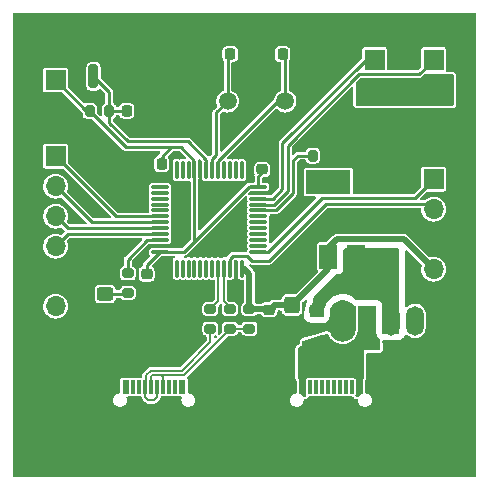
<source format=gbr>
%TF.GenerationSoftware,KiCad,Pcbnew,(6.0.2)*%
%TF.CreationDate,2023-02-05T14:58:07+00:00*%
%TF.ProjectId,STM32Board,53544d33-3242-46f6-9172-642e6b696361,rev?*%
%TF.SameCoordinates,Original*%
%TF.FileFunction,Copper,L1,Top*%
%TF.FilePolarity,Positive*%
%FSLAX46Y46*%
G04 Gerber Fmt 4.6, Leading zero omitted, Abs format (unit mm)*
G04 Created by KiCad (PCBNEW (6.0.2)) date 2023-02-05 14:58:07*
%MOMM*%
%LPD*%
G01*
G04 APERTURE LIST*
G04 Aperture macros list*
%AMRoundRect*
0 Rectangle with rounded corners*
0 $1 Rounding radius*
0 $2 $3 $4 $5 $6 $7 $8 $9 X,Y pos of 4 corners*
0 Add a 4 corners polygon primitive as box body*
4,1,4,$2,$3,$4,$5,$6,$7,$8,$9,$2,$3,0*
0 Add four circle primitives for the rounded corners*
1,1,$1+$1,$2,$3*
1,1,$1+$1,$4,$5*
1,1,$1+$1,$6,$7*
1,1,$1+$1,$8,$9*
0 Add four rect primitives between the rounded corners*
20,1,$1+$1,$2,$3,$4,$5,0*
20,1,$1+$1,$4,$5,$6,$7,0*
20,1,$1+$1,$6,$7,$8,$9,0*
20,1,$1+$1,$8,$9,$2,$3,0*%
G04 Aperture macros list end*
%TA.AperFunction,SMDPad,CuDef*%
%ADD10R,1.500000X2.000000*%
%TD*%
%TA.AperFunction,SMDPad,CuDef*%
%ADD11R,3.800000X2.000000*%
%TD*%
%TA.AperFunction,ComponentPad*%
%ADD12O,1.000000X2.000000*%
%TD*%
%TA.AperFunction,ComponentPad*%
%ADD13O,1.050000X2.100000*%
%TD*%
%TA.AperFunction,SMDPad,CuDef*%
%ADD14R,0.600000X1.150000*%
%TD*%
%TA.AperFunction,SMDPad,CuDef*%
%ADD15R,0.300000X1.150000*%
%TD*%
%TA.AperFunction,SMDPad,CuDef*%
%ADD16RoundRect,0.200000X0.200000X0.275000X-0.200000X0.275000X-0.200000X-0.275000X0.200000X-0.275000X0*%
%TD*%
%TA.AperFunction,ComponentPad*%
%ADD17C,1.500000*%
%TD*%
%TA.AperFunction,SMDPad,CuDef*%
%ADD18RoundRect,0.225000X-0.250000X0.225000X-0.250000X-0.225000X0.250000X-0.225000X0.250000X0.225000X0*%
%TD*%
%TA.AperFunction,SMDPad,CuDef*%
%ADD19RoundRect,0.200000X-0.200000X-0.800000X0.200000X-0.800000X0.200000X0.800000X-0.200000X0.800000X0*%
%TD*%
%TA.AperFunction,SMDPad,CuDef*%
%ADD20RoundRect,0.225000X-0.225000X-0.250000X0.225000X-0.250000X0.225000X0.250000X-0.225000X0.250000X0*%
%TD*%
%TA.AperFunction,SMDPad,CuDef*%
%ADD21RoundRect,0.225000X0.250000X-0.225000X0.250000X0.225000X-0.250000X0.225000X-0.250000X-0.225000X0*%
%TD*%
%TA.AperFunction,SMDPad,CuDef*%
%ADD22RoundRect,0.200000X-0.275000X0.200000X-0.275000X-0.200000X0.275000X-0.200000X0.275000X0.200000X0*%
%TD*%
%TA.AperFunction,SMDPad,CuDef*%
%ADD23RoundRect,0.250000X-0.450000X0.325000X-0.450000X-0.325000X0.450000X-0.325000X0.450000X0.325000X0*%
%TD*%
%TA.AperFunction,SMDPad,CuDef*%
%ADD24RoundRect,0.225000X0.225000X0.250000X-0.225000X0.250000X-0.225000X-0.250000X0.225000X-0.250000X0*%
%TD*%
%TA.AperFunction,ComponentPad*%
%ADD25R,1.700000X1.700000*%
%TD*%
%TA.AperFunction,ComponentPad*%
%ADD26O,1.700000X1.700000*%
%TD*%
%TA.AperFunction,SMDPad,CuDef*%
%ADD27RoundRect,0.250000X-0.425000X0.450000X-0.425000X-0.450000X0.425000X-0.450000X0.425000X0.450000X0*%
%TD*%
%TA.AperFunction,ComponentPad*%
%ADD28R,1.500000X2.500000*%
%TD*%
%TA.AperFunction,ComponentPad*%
%ADD29O,1.500000X2.500000*%
%TD*%
%TA.AperFunction,ComponentPad*%
%ADD30O,2.200000X3.500000*%
%TD*%
%TA.AperFunction,SMDPad,CuDef*%
%ADD31RoundRect,0.075000X-0.075000X0.662500X-0.075000X-0.662500X0.075000X-0.662500X0.075000X0.662500X0*%
%TD*%
%TA.AperFunction,SMDPad,CuDef*%
%ADD32RoundRect,0.075000X-0.662500X0.075000X-0.662500X-0.075000X0.662500X-0.075000X0.662500X0.075000X0*%
%TD*%
%TA.AperFunction,SMDPad,CuDef*%
%ADD33RoundRect,0.200000X-0.200000X-0.275000X0.200000X-0.275000X0.200000X0.275000X-0.200000X0.275000X0*%
%TD*%
%TA.AperFunction,Conductor*%
%ADD34C,0.500000*%
%TD*%
%TA.AperFunction,Conductor*%
%ADD35C,0.250000*%
%TD*%
%TA.AperFunction,Conductor*%
%ADD36C,0.200000*%
%TD*%
G04 APERTURE END LIST*
D10*
%TO.P,U2,1,GND*%
%TO.N,GND*%
X117800000Y-114150000D03*
%TO.P,U2,2,VO*%
%TO.N,+3V3*%
X120100000Y-114150000D03*
%TO.P,U2,3,VI*%
%TO.N,+5V*%
X122400000Y-114150000D03*
D11*
%TO.P,U2,4*%
%TO.N,N/C*%
X120100000Y-107850000D03*
%TD*%
D12*
%TO.P,J9,S2,SHELL_GND*%
%TO.N,GND*%
X115980000Y-129965000D03*
%TO.P,J9,S3,SHELL_GND*%
X124620000Y-129965000D03*
D13*
%TO.P,J9,S1,SHELL_GND*%
X115980000Y-125785000D03*
%TO.P,J9,S4,SHELL_GND*%
X124620000Y-125785000D03*
D14*
%TO.P,J9,A1_B12,GND*%
X117100000Y-125210000D03*
%TO.P,J9,B1_A12,GND*%
X123500000Y-125210000D03*
%TO.P,J9,A4_B9,VBUS*%
%TO.N,/VBUS*%
X117900000Y-125210000D03*
%TO.P,J9,B4_A9,VBUS*%
X122700000Y-125210000D03*
D15*
%TO.P,J9,A7,DN1*%
%TO.N,unconnected-(J9-PadA7)*%
X120550000Y-125210000D03*
%TO.P,J9,A6,DP1*%
%TO.N,unconnected-(J9-PadA6)*%
X120050000Y-125210000D03*
%TO.P,J9,B6,DP2*%
%TO.N,unconnected-(J9-PadB6)*%
X121050000Y-125210000D03*
%TO.P,J9,A8,SBU1*%
%TO.N,unconnected-(J9-PadA8)*%
X121550000Y-125210000D03*
%TO.P,J9,B5,CC2*%
%TO.N,unconnected-(J9-PadB5)*%
X122050000Y-125210000D03*
%TO.P,J9,B7,DN2*%
%TO.N,unconnected-(J9-PadB7)*%
X119550000Y-125210000D03*
%TO.P,J9,A5,CC1*%
%TO.N,unconnected-(J9-PadA5)*%
X119050000Y-125210000D03*
%TO.P,J9,B8,SBU2*%
%TO.N,unconnected-(J9-PadB8)*%
X118550000Y-125210000D03*
%TD*%
D12*
%TO.P,J8,S2,SHELL_GND*%
%TO.N,GND*%
X101017500Y-129965000D03*
%TO.P,J8,S3,SHELL_GND*%
X109657500Y-129965000D03*
D13*
%TO.P,J8,S1,SHELL_GND*%
X101017500Y-125785000D03*
%TO.P,J8,S4,SHELL_GND*%
X109657500Y-125785000D03*
D14*
%TO.P,J8,A1_B12,GND*%
X102137500Y-125210000D03*
%TO.P,J8,B1_A12,GND*%
X108537500Y-125210000D03*
%TO.P,J8,A4_B9,VBUS*%
%TO.N,unconnected-(J8-PadA4_B9)*%
X102937500Y-125210000D03*
%TO.P,J8,B4_A9,VBUS*%
%TO.N,unconnected-(J8-PadB4_A9)*%
X107737500Y-125210000D03*
D15*
%TO.P,J8,A7,DN1*%
%TO.N,D-*%
X105587500Y-125210000D03*
%TO.P,J8,A6,DP1*%
%TO.N,D+*%
X105087500Y-125210000D03*
%TO.P,J8,B6,DP2*%
X106087500Y-125210000D03*
%TO.P,J8,A8,SBU1*%
%TO.N,unconnected-(J8-PadA8)*%
X106587500Y-125210000D03*
%TO.P,J8,B5,CC2*%
%TO.N,unconnected-(J8-PadB5)*%
X107087500Y-125210000D03*
%TO.P,J8,B7,DN2*%
%TO.N,D-*%
X104587500Y-125210000D03*
%TO.P,J8,A5,CC1*%
%TO.N,unconnected-(J8-PadA5)*%
X104087500Y-125210000D03*
%TO.P,J8,B8,SBU2*%
%TO.N,unconnected-(J8-PadB8)*%
X103587500Y-125210000D03*
%TD*%
D16*
%TO.P,R1,1*%
%TO.N,Net-(C1-Pad1)*%
X101525000Y-101800000D03*
%TO.P,R1,2*%
%TO.N,+3V3*%
X99875000Y-101800000D03*
%TD*%
D17*
%TO.P,Y1,1,1*%
%TO.N,/PD1*%
X111550000Y-101000000D03*
%TO.P,Y1,2,2*%
%TO.N,/PD0*%
X116430000Y-101000000D03*
%TD*%
D18*
%TO.P,C2,1*%
%TO.N,GND*%
X114500000Y-105225000D03*
%TO.P,C2,2*%
%TO.N,+3V3*%
X114500000Y-106775000D03*
%TD*%
D19*
%TO.P,SW1,1,1*%
%TO.N,Net-(C1-Pad1)*%
X100200000Y-98900000D03*
%TO.P,SW1,2,2*%
%TO.N,GND*%
X104400000Y-98900000D03*
%TD*%
D20*
%TO.P,C1,1*%
%TO.N,Net-(C1-Pad1)*%
X103025000Y-101800000D03*
%TO.P,C1,2*%
%TO.N,GND*%
X104575000Y-101800000D03*
%TD*%
D18*
%TO.P,C9,1*%
%TO.N,+5V*%
X119000000Y-118650000D03*
%TO.P,C9,2*%
%TO.N,GND*%
X119000000Y-120200000D03*
%TD*%
D21*
%TO.P,C4,1*%
%TO.N,GND*%
X104700000Y-117175000D03*
%TO.P,C4,2*%
%TO.N,+3V3*%
X104700000Y-115625000D03*
%TD*%
D20*
%TO.P,C3,1*%
%TO.N,GND*%
X104425000Y-106300000D03*
%TO.P,C3,2*%
%TO.N,+3V3*%
X105975000Y-106300000D03*
%TD*%
D22*
%TO.P,R5,1*%
%TO.N,/USBD-*%
X110100000Y-118600000D03*
%TO.P,R5,2*%
%TO.N,D-*%
X110100000Y-120250000D03*
%TD*%
D23*
%TO.P,D1,1,K*%
%TO.N,GND*%
X101200000Y-115275000D03*
%TO.P,D1,2,A*%
%TO.N,Net-(D1-Pad2)*%
X101200000Y-117325000D03*
%TD*%
D21*
%TO.P,C5,1*%
%TO.N,GND*%
X115056000Y-120200000D03*
%TO.P,C5,2*%
%TO.N,+3V3*%
X115056000Y-118650000D03*
%TD*%
D24*
%TO.P,C7,1*%
%TO.N,GND*%
X117775000Y-97000000D03*
%TO.P,C7,2*%
%TO.N,/PD0*%
X116225000Y-97000000D03*
%TD*%
D25*
%TO.P,J1,1,Pin_1*%
%TO.N,/PWM2*%
X129000000Y-97475000D03*
D26*
%TO.P,J1,2,Pin_2*%
%TO.N,+5V*%
X129000000Y-100015000D03*
%TO.P,J1,3,Pin_3*%
%TO.N,GND*%
X129000000Y-102555000D03*
%TD*%
D27*
%TO.P,C6,1*%
%TO.N,+3V3*%
X117000000Y-118250000D03*
%TO.P,C6,2*%
%TO.N,GND*%
X117000000Y-120950000D03*
%TD*%
D22*
%TO.P,R6,1*%
%TO.N,/USBD+*%
X111752000Y-118600000D03*
%TO.P,R6,2*%
%TO.N,D+*%
X111752000Y-120250000D03*
%TD*%
%TO.P,R3,1*%
%TO.N,Net-(R3-Pad1)*%
X103100000Y-115575000D03*
%TO.P,R3,2*%
%TO.N,Net-(D1-Pad2)*%
X103100000Y-117225000D03*
%TD*%
D25*
%TO.P,J4,1,Pin_1*%
%TO.N,Net-(J4-Pad1)*%
X129000000Y-107600000D03*
D26*
%TO.P,J4,2,Pin_2*%
%TO.N,Net-(J4-Pad2)*%
X129000000Y-110140000D03*
%TO.P,J4,3,Pin_3*%
%TO.N,GND*%
X129000000Y-112680000D03*
%TO.P,J4,4,Pin_4*%
%TO.N,+3V3*%
X129000000Y-115220000D03*
%TD*%
D25*
%TO.P,J2,1,Pin_1*%
%TO.N,/PWM1*%
X124000000Y-97475000D03*
D26*
%TO.P,J2,2,Pin_2*%
%TO.N,+5V*%
X124000000Y-100015000D03*
%TO.P,J2,3,Pin_3*%
%TO.N,GND*%
X124000000Y-102555000D03*
%TD*%
D25*
%TO.P,J7,1,Pin_1*%
%TO.N,+3V3*%
X97000000Y-99200000D03*
D26*
%TO.P,J7,2,Pin_2*%
%TO.N,GND*%
X97000000Y-101740000D03*
%TD*%
D28*
%TO.P,SW2,1,A*%
%TO.N,/VBUS*%
X123400000Y-119600000D03*
D29*
%TO.P,SW2,2,B*%
%TO.N,+5V*%
X125400000Y-119600000D03*
%TO.P,SW2,3,C*%
%TO.N,unconnected-(SW2-Pad3)*%
X127400000Y-119600000D03*
D30*
%TO.P,SW2,4,SH1*%
%TO.N,GND*%
X121300000Y-119600000D03*
%TO.P,SW2,5,SH1*%
X129500000Y-119600000D03*
%TD*%
D31*
%TO.P,U1,1,VBAT*%
%TO.N,unconnected-(U1-Pad1)*%
X112750000Y-106837500D03*
%TO.P,U1,2,PC13*%
%TO.N,unconnected-(U1-Pad2)*%
X112250000Y-106837500D03*
%TO.P,U1,3,PC14*%
%TO.N,unconnected-(U1-Pad3)*%
X111750000Y-106837500D03*
%TO.P,U1,4,PC15*%
%TO.N,unconnected-(U1-Pad4)*%
X111250000Y-106837500D03*
%TO.P,U1,5,PD0*%
%TO.N,/PD0*%
X110750000Y-106837500D03*
%TO.P,U1,6,PD1*%
%TO.N,/PD1*%
X110250000Y-106837500D03*
%TO.P,U1,7,NRST*%
%TO.N,Net-(C1-Pad1)*%
X109750000Y-106837500D03*
%TO.P,U1,8,VSSA*%
%TO.N,GND*%
X109250000Y-106837500D03*
%TO.P,U1,9,VDDA*%
%TO.N,+3V3*%
X108750000Y-106837500D03*
%TO.P,U1,10,PA0*%
%TO.N,unconnected-(U1-Pad10)*%
X108250000Y-106837500D03*
%TO.P,U1,11,PA1*%
%TO.N,unconnected-(U1-Pad11)*%
X107750000Y-106837500D03*
%TO.P,U1,12,PA2*%
%TO.N,unconnected-(U1-Pad12)*%
X107250000Y-106837500D03*
D32*
%TO.P,U1,13,PA3*%
%TO.N,unconnected-(U1-Pad13)*%
X105837500Y-108250000D03*
%TO.P,U1,14,PA4*%
%TO.N,unconnected-(U1-Pad14)*%
X105837500Y-108750000D03*
%TO.P,U1,15,PA5*%
%TO.N,unconnected-(U1-Pad15)*%
X105837500Y-109250000D03*
%TO.P,U1,16,PA6*%
%TO.N,unconnected-(U1-Pad16)*%
X105837500Y-109750000D03*
%TO.P,U1,17,PA7*%
%TO.N,unconnected-(U1-Pad17)*%
X105837500Y-110250000D03*
%TO.P,U1,18,PB0*%
%TO.N,/IN1*%
X105837500Y-110750000D03*
%TO.P,U1,19,PB1*%
%TO.N,/IN2*%
X105837500Y-111250000D03*
%TO.P,U1,20,PB2*%
%TO.N,/IN3*%
X105837500Y-111750000D03*
%TO.P,U1,21,PB10*%
%TO.N,/IN4*%
X105837500Y-112250000D03*
%TO.P,U1,22,PB11*%
%TO.N,Net-(R3-Pad1)*%
X105837500Y-112750000D03*
%TO.P,U1,23,VSS*%
%TO.N,GND*%
X105837500Y-113250000D03*
%TO.P,U1,24,VDD*%
%TO.N,+3V3*%
X105837500Y-113750000D03*
D31*
%TO.P,U1,25,PB12*%
%TO.N,unconnected-(U1-Pad25)*%
X107250000Y-115162500D03*
%TO.P,U1,26,PB13*%
%TO.N,/PB13*%
X107750000Y-115162500D03*
%TO.P,U1,27,PB14*%
%TO.N,unconnected-(U1-Pad27)*%
X108250000Y-115162500D03*
%TO.P,U1,28,PB15*%
%TO.N,unconnected-(U1-Pad28)*%
X108750000Y-115162500D03*
%TO.P,U1,29,PA8*%
%TO.N,unconnected-(U1-Pad29)*%
X109250000Y-115162500D03*
%TO.P,U1,30,PA9*%
%TO.N,unconnected-(U1-Pad30)*%
X109750000Y-115162500D03*
%TO.P,U1,31,PA10*%
%TO.N,unconnected-(U1-Pad31)*%
X110250000Y-115162500D03*
%TO.P,U1,32,PA11*%
%TO.N,/USBD-*%
X110750000Y-115162500D03*
%TO.P,U1,33,PA12*%
%TO.N,/USBD+*%
X111250000Y-115162500D03*
%TO.P,U1,34,PA13*%
%TO.N,Net-(J4-Pad2)*%
X111750000Y-115162500D03*
%TO.P,U1,35,VSS*%
%TO.N,GND*%
X112250000Y-115162500D03*
%TO.P,U1,36,VDD*%
%TO.N,+3V3*%
X112750000Y-115162500D03*
D32*
%TO.P,U1,37,PA14*%
%TO.N,Net-(J4-Pad1)*%
X114162500Y-113750000D03*
%TO.P,U1,38,PA15*%
%TO.N,unconnected-(U1-Pad38)*%
X114162500Y-113250000D03*
%TO.P,U1,39,PB3*%
%TO.N,unconnected-(U1-Pad39)*%
X114162500Y-112750000D03*
%TO.P,U1,40,PB4*%
%TO.N,unconnected-(U1-Pad40)*%
X114162500Y-112250000D03*
%TO.P,U1,41,PB5*%
%TO.N,unconnected-(U1-Pad41)*%
X114162500Y-111750000D03*
%TO.P,U1,42,PB6*%
%TO.N,unconnected-(U1-Pad42)*%
X114162500Y-111250000D03*
%TO.P,U1,43,PB7*%
%TO.N,unconnected-(U1-Pad43)*%
X114162500Y-110750000D03*
%TO.P,U1,44,BOOT0*%
%TO.N,Net-(R2-Pad1)*%
X114162500Y-110250000D03*
%TO.P,U1,45,PB8*%
%TO.N,/PWM2*%
X114162500Y-109750000D03*
%TO.P,U1,46,PB9*%
%TO.N,/PWM1*%
X114162500Y-109250000D03*
%TO.P,U1,47,VSS*%
%TO.N,GND*%
X114162500Y-108750000D03*
%TO.P,U1,48,VDD*%
%TO.N,+3V3*%
X114162500Y-108250000D03*
%TD*%
D33*
%TO.P,R2,1*%
%TO.N,Net-(R2-Pad1)*%
X118775000Y-105600000D03*
%TO.P,R2,2*%
%TO.N,GND*%
X120425000Y-105600000D03*
%TD*%
D22*
%TO.P,R4,1*%
%TO.N,+3V3*%
X113404000Y-118600000D03*
%TO.P,R4,2*%
%TO.N,D+*%
X113404000Y-120250000D03*
%TD*%
D25*
%TO.P,J3,1,Pin_1*%
%TO.N,/IN1*%
X97000000Y-105650000D03*
D26*
%TO.P,J3,2,Pin_2*%
%TO.N,/IN2*%
X97000000Y-108190000D03*
%TO.P,J3,3,Pin_3*%
%TO.N,/IN3*%
X97000000Y-110730000D03*
%TO.P,J3,4,Pin_4*%
%TO.N,/IN4*%
X97000000Y-113270000D03*
%TO.P,J3,5,Pin_5*%
%TO.N,GND*%
X97000000Y-115810000D03*
%TO.P,J3,6,Pin_6*%
%TO.N,+5V*%
X97000000Y-118350000D03*
%TD*%
D20*
%TO.P,C8,1*%
%TO.N,GND*%
X110225000Y-97000000D03*
%TO.P,C8,2*%
%TO.N,/PD1*%
X111775000Y-97000000D03*
%TD*%
D34*
%TO.N,+3V3*%
X126480489Y-112700489D02*
X129000000Y-115220000D01*
X120799511Y-112700489D02*
X126480489Y-112700489D01*
X120100000Y-113400000D02*
X120799511Y-112700489D01*
X120100000Y-114150000D02*
X120100000Y-113400000D01*
X113404000Y-115604000D02*
X112900000Y-115100000D01*
X113404000Y-115816500D02*
X113404000Y-115604000D01*
D35*
X105975000Y-106300000D02*
X105975000Y-105725000D01*
X108750000Y-106837500D02*
X108750000Y-106034994D01*
X114162500Y-108250000D02*
X114162500Y-107312500D01*
X108000000Y-113600000D02*
X107850000Y-113750000D01*
X102974520Y-104899520D02*
X107614526Y-104899520D01*
X108009994Y-113600000D02*
X108000000Y-113600000D01*
X114162500Y-107312500D02*
X114600000Y-106875000D01*
X108750000Y-112850000D02*
X108250000Y-113350000D01*
X115456000Y-118250000D02*
X115056000Y-118650000D01*
D34*
X117028000Y-118250000D02*
X120100000Y-115178000D01*
D35*
X114162500Y-108250000D02*
X113359994Y-108250000D01*
D34*
X113660000Y-118600000D02*
X115390000Y-118600000D01*
D35*
X104700000Y-114887500D02*
X105837500Y-113750000D01*
X104700000Y-115625000D02*
X104700000Y-114887500D01*
X108750000Y-106034994D02*
X107614526Y-104899520D01*
X105975000Y-105725000D02*
X106800480Y-104899520D01*
D34*
X117028000Y-118250000D02*
X115456000Y-118250000D01*
D35*
X99600000Y-101800000D02*
X99875000Y-101800000D01*
X97000000Y-99200000D02*
X99600000Y-101800000D01*
X107850000Y-113750000D02*
X105837500Y-113750000D01*
X113359994Y-108250000D02*
X108009994Y-113600000D01*
D34*
X113404000Y-118600000D02*
X113404000Y-115816500D01*
D35*
X108750000Y-106837500D02*
X108750000Y-112850000D01*
X99875000Y-101800000D02*
X102974520Y-104899520D01*
%TO.N,+5V*%
X118900000Y-118625000D02*
X122400000Y-115125000D01*
X122400000Y-115125000D02*
X122400000Y-114150000D01*
X125500000Y-119697500D02*
X125500000Y-117250000D01*
X125500000Y-117250000D02*
X122400000Y-114150000D01*
%TO.N,/PD0*%
X115784994Y-101000000D02*
X116430000Y-101000000D01*
X116430000Y-101000000D02*
X116430000Y-97205000D01*
X116430000Y-97205000D02*
X116225000Y-97000000D01*
X110750000Y-106837500D02*
X110750000Y-106034994D01*
X110750000Y-106034994D02*
X115784994Y-101000000D01*
%TO.N,/PD1*%
X110250000Y-106837500D02*
X110250000Y-105899276D01*
X111550000Y-97225000D02*
X111775000Y-97000000D01*
X110250000Y-105899276D02*
X110600000Y-105549276D01*
X110600000Y-105549276D02*
X110600000Y-101950000D01*
X110600000Y-101950000D02*
X111550000Y-101000000D01*
X111550000Y-101000000D02*
X111550000Y-97225000D01*
%TO.N,Net-(D1-Pad2)*%
X103000000Y-117325000D02*
X103100000Y-117225000D01*
X101200000Y-117325000D02*
X103000000Y-117325000D01*
%TO.N,Net-(R2-Pad1)*%
X114162500Y-110250000D02*
X115650000Y-110250000D01*
X117100000Y-108800000D02*
X117100000Y-106000000D01*
X115650000Y-110250000D02*
X117100000Y-108800000D01*
X117500000Y-105600000D02*
X118775000Y-105600000D01*
X117100000Y-106000000D02*
X117500000Y-105600000D01*
%TO.N,Net-(R3-Pad1)*%
X104750000Y-112750000D02*
X105837500Y-112750000D01*
X103100000Y-114400000D02*
X104750000Y-112750000D01*
X103100000Y-115575000D02*
X103100000Y-114400000D01*
%TO.N,/IN1*%
X102100000Y-110750000D02*
X105837500Y-110750000D01*
X97000000Y-105650000D02*
X102100000Y-110750000D01*
%TO.N,/IN2*%
X100060000Y-111250000D02*
X105837500Y-111250000D01*
X97000000Y-108190000D02*
X100060000Y-111250000D01*
%TO.N,/IN3*%
X97000000Y-110730000D02*
X98020000Y-111750000D01*
X98020000Y-111750000D02*
X105837500Y-111750000D01*
%TO.N,/IN4*%
X97000000Y-113270000D02*
X98020000Y-112250000D01*
X98020000Y-112250000D02*
X105837500Y-112250000D01*
%TO.N,/PWM2*%
X116650480Y-108613802D02*
X116650480Y-104749520D01*
X115514282Y-109750000D02*
X116650480Y-108613802D01*
X114162500Y-109750000D02*
X115514282Y-109750000D01*
X116650480Y-104749520D02*
X122700000Y-98700000D01*
X122700000Y-98700000D02*
X127775000Y-98700000D01*
X127775000Y-98700000D02*
X129000000Y-97475000D01*
%TO.N,Net-(J4-Pad2)*%
X119850978Y-109700000D02*
X115050978Y-114500000D01*
X128560000Y-109700000D02*
X119850978Y-109700000D01*
X113210474Y-114100480D02*
X112009514Y-114100480D01*
X113609994Y-114500000D02*
X113210474Y-114100480D01*
X129000000Y-110140000D02*
X128560000Y-109700000D01*
X111750000Y-114359994D02*
X111750000Y-115162500D01*
X112009514Y-114100480D02*
X111750000Y-114359994D01*
X115050978Y-114500000D02*
X113609994Y-114500000D01*
%TO.N,Net-(J4-Pad1)*%
X115224520Y-113475480D02*
X119525489Y-109174511D01*
X119525489Y-109174511D02*
X127425489Y-109174511D01*
X115224520Y-113490486D02*
X115224520Y-113475480D01*
X114965006Y-113750000D02*
X115224520Y-113490486D01*
X114162500Y-113750000D02*
X114965006Y-113750000D01*
X127425489Y-109174511D02*
X129000000Y-107600000D01*
%TO.N,/PWM1*%
X116200960Y-108427604D02*
X115378564Y-109250000D01*
X115378564Y-109250000D02*
X114162500Y-109250000D01*
X124000000Y-97475000D02*
X123289282Y-97475000D01*
X123289282Y-97475000D02*
X116200960Y-104563322D01*
X116200960Y-104563322D02*
X116200960Y-108427604D01*
D36*
%TO.N,/USBD-*%
X110100000Y-118600000D02*
X110764999Y-117935001D01*
X110764999Y-117935001D02*
X110765000Y-115120523D01*
%TO.N,/USBD+*%
X111880000Y-118600000D02*
X111215001Y-117935001D01*
X111215001Y-117935001D02*
X111215000Y-115120523D01*
%TO.N,D-*%
X104637509Y-124199586D02*
X105036615Y-123800480D01*
X104853478Y-126300000D02*
X104587500Y-126034022D01*
X105036615Y-123800480D02*
X107688123Y-123800480D01*
X104587500Y-126034022D02*
X104587500Y-125210000D01*
X107688123Y-123800480D02*
X110100000Y-121388603D01*
X105321522Y-126300000D02*
X104853478Y-126300000D01*
X104637509Y-125159991D02*
X104637509Y-124199586D01*
X110100000Y-121388603D02*
X110100000Y-120325000D01*
X105587500Y-125210000D02*
X105587500Y-126034022D01*
X105587500Y-126034022D02*
X105321522Y-126300000D01*
X104587500Y-125210000D02*
X104637509Y-125159991D01*
%TO.N,D+*%
X105202101Y-124200000D02*
X105901522Y-124200000D01*
X105100000Y-125197500D02*
X105100000Y-124302101D01*
X113660000Y-120250000D02*
X111880000Y-120250000D01*
X105901522Y-124200000D02*
X107853609Y-124200000D01*
X106087500Y-124385978D02*
X105901522Y-124200000D01*
X107853609Y-124200000D02*
X111828609Y-120225000D01*
X111828609Y-120225000D02*
X111900000Y-120225000D01*
X105100000Y-124302101D02*
X105202101Y-124200000D01*
X106087500Y-125210000D02*
X106087500Y-124385978D01*
X105087500Y-125210000D02*
X105100000Y-125197500D01*
D35*
%TO.N,Net-(C1-Pad1)*%
X103025000Y-101800000D02*
X101525000Y-101800000D01*
X101525000Y-100225000D02*
X101525000Y-101800000D01*
X101525000Y-102814282D02*
X101525000Y-101800000D01*
X100200000Y-98900000D02*
X101525000Y-100225000D01*
X109750000Y-105950000D02*
X108200000Y-104400000D01*
X103110718Y-104400000D02*
X101525000Y-102814282D01*
X109750000Y-106837500D02*
X109750000Y-105950000D01*
X108200000Y-104400000D02*
X103110718Y-104400000D01*
%TD*%
%TA.AperFunction,Conductor*%
%TO.N,+5V*%
G36*
X130659191Y-98718907D02*
G01*
X130695155Y-98768407D01*
X130700000Y-98799000D01*
X130700000Y-101301000D01*
X130681093Y-101359191D01*
X130631593Y-101395155D01*
X130601000Y-101400000D01*
X122499000Y-101400000D01*
X122440809Y-101381093D01*
X122404845Y-101331593D01*
X122400000Y-101301000D01*
X122400000Y-99501335D01*
X122418907Y-99443144D01*
X122428996Y-99431331D01*
X122805831Y-99054496D01*
X122860348Y-99026719D01*
X122875835Y-99025500D01*
X127756466Y-99025500D01*
X127765095Y-99025877D01*
X127803807Y-99029264D01*
X127813305Y-99026719D01*
X127841349Y-99019204D01*
X127849784Y-99017334D01*
X127879517Y-99012092D01*
X127879519Y-99012091D01*
X127888045Y-99010588D01*
X127895544Y-99006258D01*
X127901029Y-99004262D01*
X127906316Y-99001796D01*
X127914684Y-98999554D01*
X127946511Y-98977268D01*
X127953795Y-98972627D01*
X127987455Y-98953194D01*
X128012431Y-98923429D01*
X128018265Y-98917061D01*
X128206330Y-98728996D01*
X128260847Y-98701219D01*
X128276334Y-98700000D01*
X130601000Y-98700000D01*
X130659191Y-98718907D01*
G37*
%TD.AperFunction*%
%TD*%
%TA.AperFunction,Conductor*%
%TO.N,/VBUS*%
G36*
X124085093Y-119510963D02*
G01*
X124133415Y-119548493D01*
X124150500Y-119604089D01*
X124150500Y-120574000D01*
X124162109Y-120681980D01*
X124173495Y-120734322D01*
X124207793Y-120837372D01*
X124285965Y-120959010D01*
X124288284Y-120961686D01*
X124330142Y-121009994D01*
X124330147Y-121009999D01*
X124332458Y-121012666D01*
X124335125Y-121014977D01*
X124335133Y-121014985D01*
X124431439Y-121098435D01*
X124463035Y-121150831D01*
X124465540Y-121169590D01*
X124476958Y-121477857D01*
X124493383Y-121921321D01*
X124496198Y-121997336D01*
X124479458Y-122056186D01*
X124431323Y-122093958D01*
X124397266Y-122100000D01*
X123100000Y-122100000D01*
X123100000Y-124407763D01*
X123081093Y-124465954D01*
X123069454Y-124477141D01*
X123070450Y-124478137D01*
X123063558Y-124485029D01*
X123055448Y-124490448D01*
X123011133Y-124556769D01*
X122999500Y-124615252D01*
X122999500Y-125674841D01*
X122980593Y-125733032D01*
X122938387Y-125766305D01*
X122899767Y-125782302D01*
X122894625Y-125786248D01*
X122894621Y-125786250D01*
X122864306Y-125809512D01*
X122779549Y-125874549D01*
X122775598Y-125879698D01*
X122775595Y-125879701D01*
X122713007Y-125961267D01*
X122662582Y-125995923D01*
X122634465Y-126000000D01*
X122478320Y-126000000D01*
X122420129Y-125981093D01*
X122384165Y-125931593D01*
X122384165Y-125870407D01*
X122384280Y-125870096D01*
X122388867Y-125863231D01*
X122400500Y-125804748D01*
X122400500Y-124615252D01*
X122388867Y-124556769D01*
X122344552Y-124490448D01*
X122278231Y-124446133D01*
X122268668Y-124444231D01*
X122268666Y-124444230D01*
X122245995Y-124439721D01*
X122219748Y-124434500D01*
X121880252Y-124434500D01*
X121821769Y-124446133D01*
X121821113Y-124442836D01*
X121778336Y-124446203D01*
X121778231Y-124446133D01*
X121719748Y-124434500D01*
X121380252Y-124434500D01*
X121321769Y-124446133D01*
X121321113Y-124442836D01*
X121278336Y-124446203D01*
X121278231Y-124446133D01*
X121219748Y-124434500D01*
X120880252Y-124434500D01*
X120821769Y-124446133D01*
X120821113Y-124442836D01*
X120778336Y-124446203D01*
X120778231Y-124446133D01*
X120719748Y-124434500D01*
X120380252Y-124434500D01*
X120321769Y-124446133D01*
X120321113Y-124442836D01*
X120278336Y-124446203D01*
X120278231Y-124446133D01*
X120219748Y-124434500D01*
X119880252Y-124434500D01*
X119821769Y-124446133D01*
X119821113Y-124442836D01*
X119778336Y-124446203D01*
X119778231Y-124446133D01*
X119719748Y-124434500D01*
X119380252Y-124434500D01*
X119321769Y-124446133D01*
X119321113Y-124442836D01*
X119278336Y-124446203D01*
X119278231Y-124446133D01*
X119219748Y-124434500D01*
X118880252Y-124434500D01*
X118821769Y-124446133D01*
X118821113Y-124442836D01*
X118778336Y-124446203D01*
X118778231Y-124446133D01*
X118719748Y-124434500D01*
X118380252Y-124434500D01*
X118354005Y-124439721D01*
X118331334Y-124444230D01*
X118331332Y-124444231D01*
X118321769Y-124446133D01*
X118255448Y-124490448D01*
X118211133Y-124556769D01*
X118199500Y-124615252D01*
X118199500Y-125804748D01*
X118211133Y-125863231D01*
X118213422Y-125866657D01*
X118217945Y-125924108D01*
X118185978Y-125976278D01*
X118129451Y-125999695D01*
X118121680Y-126000000D01*
X117965535Y-126000000D01*
X117907344Y-125981093D01*
X117886993Y-125961267D01*
X117824405Y-125879701D01*
X117824402Y-125879698D01*
X117820451Y-125874549D01*
X117735694Y-125809512D01*
X117705379Y-125786250D01*
X117705375Y-125786248D01*
X117700233Y-125782302D01*
X117661613Y-125766305D01*
X117615088Y-125726567D01*
X117600500Y-125674841D01*
X117600500Y-124615252D01*
X117588867Y-124556769D01*
X117544552Y-124490448D01*
X117536442Y-124485029D01*
X117529550Y-124478137D01*
X117532367Y-124475320D01*
X117506126Y-124442048D01*
X117500000Y-124407763D01*
X117500000Y-121921321D01*
X117518907Y-121863130D01*
X117566197Y-121827914D01*
X117638184Y-121802634D01*
X117747150Y-121722150D01*
X117827634Y-121613184D01*
X117872519Y-121485369D01*
X117875500Y-121453834D01*
X117875500Y-121365538D01*
X117894407Y-121307347D01*
X117946938Y-121270453D01*
X119229109Y-120898809D01*
X119974410Y-120682780D01*
X120035564Y-120684740D01*
X120083886Y-120722271D01*
X120091693Y-120736024D01*
X120169432Y-120902734D01*
X120171913Y-120906277D01*
X120171914Y-120906279D01*
X120246407Y-121012666D01*
X120299953Y-121089139D01*
X120460861Y-121250047D01*
X120464399Y-121252524D01*
X120464401Y-121252526D01*
X120643721Y-121378086D01*
X120647266Y-121380568D01*
X120853504Y-121476739D01*
X120885712Y-121485369D01*
X121069131Y-121534516D01*
X121069133Y-121534516D01*
X121073308Y-121535635D01*
X121300000Y-121555468D01*
X121526692Y-121535635D01*
X121530867Y-121534516D01*
X121530869Y-121534516D01*
X121714288Y-121485369D01*
X121746496Y-121476739D01*
X121952734Y-121380568D01*
X121956279Y-121378086D01*
X122135599Y-121252526D01*
X122135601Y-121252524D01*
X122139139Y-121250047D01*
X122300047Y-121089139D01*
X122353594Y-121012666D01*
X122428086Y-120906279D01*
X122428087Y-120906277D01*
X122430568Y-120902734D01*
X122526739Y-120696496D01*
X122585635Y-120476692D01*
X122591065Y-120414631D01*
X122600311Y-120308950D01*
X122600311Y-120308939D01*
X122600500Y-120306784D01*
X122600500Y-119995973D01*
X122619407Y-119937782D01*
X122671938Y-119900887D01*
X124023940Y-119509003D01*
X124085093Y-119510963D01*
G37*
%TD.AperFunction*%
%TD*%
%TA.AperFunction,Conductor*%
%TO.N,+5V*%
G36*
X126042121Y-113478991D02*
G01*
X126088614Y-113532647D01*
X126100000Y-113584989D01*
X126100000Y-120574000D01*
X126079998Y-120642121D01*
X126026342Y-120688614D01*
X125974000Y-120700000D01*
X124784500Y-120700000D01*
X124716379Y-120679998D01*
X124669886Y-120626342D01*
X124658500Y-120574000D01*
X124658500Y-118301866D01*
X124651745Y-118239684D01*
X124600615Y-118103295D01*
X124513261Y-117986739D01*
X124396705Y-117899385D01*
X124260316Y-117848255D01*
X124198134Y-117841500D01*
X122601866Y-117841500D01*
X122598471Y-117841869D01*
X122598467Y-117841869D01*
X122545414Y-117847632D01*
X122475531Y-117835103D01*
X122443240Y-117811845D01*
X122440898Y-117809102D01*
X122248376Y-117644672D01*
X122032502Y-117512384D01*
X122027932Y-117510491D01*
X122027928Y-117510489D01*
X121803164Y-117417389D01*
X121803162Y-117417388D01*
X121798591Y-117415495D01*
X121713968Y-117395179D01*
X121557216Y-117357546D01*
X121557210Y-117357545D01*
X121552403Y-117356391D01*
X121300000Y-117336526D01*
X121047597Y-117356391D01*
X121042790Y-117357545D01*
X121042784Y-117357546D01*
X120886032Y-117395179D01*
X120801409Y-117415495D01*
X120796838Y-117417388D01*
X120796836Y-117417389D01*
X120572072Y-117510489D01*
X120572068Y-117510491D01*
X120567498Y-117512384D01*
X120351624Y-117644672D01*
X120159102Y-117809102D01*
X119994672Y-118001624D01*
X119862384Y-118217498D01*
X119860491Y-118222068D01*
X119860489Y-118222072D01*
X119767389Y-118446836D01*
X119765495Y-118451409D01*
X119706391Y-118697597D01*
X119691500Y-118886801D01*
X119691500Y-119174075D01*
X119671498Y-119242196D01*
X119617842Y-119288689D01*
X119547568Y-119298793D01*
X119525833Y-119293668D01*
X119406285Y-119254016D01*
X119406283Y-119254016D01*
X119399757Y-119251851D01*
X119392920Y-119251151D01*
X119392918Y-119251150D01*
X119351599Y-119246917D01*
X119298732Y-119241500D01*
X118701268Y-119241500D01*
X118698027Y-119241836D01*
X118698013Y-119241837D01*
X118671018Y-119244638D01*
X118601197Y-119231772D01*
X118549415Y-119183201D01*
X118532114Y-119114344D01*
X118534664Y-119093613D01*
X118863205Y-117516616D01*
X118897462Y-117453219D01*
X120655276Y-115695405D01*
X120717588Y-115661379D01*
X120744371Y-115658500D01*
X120898134Y-115658500D01*
X120960316Y-115651745D01*
X121096705Y-115600615D01*
X121213261Y-115513261D01*
X121300615Y-115396705D01*
X121351745Y-115260316D01*
X121358500Y-115198134D01*
X121358500Y-113584989D01*
X121378502Y-113516868D01*
X121432158Y-113470375D01*
X121484500Y-113458989D01*
X125974000Y-113458989D01*
X126042121Y-113478991D01*
G37*
%TD.AperFunction*%
%TD*%
%TA.AperFunction,Conductor*%
%TO.N,GND*%
G36*
X132559191Y-93518907D02*
G01*
X132595155Y-93568407D01*
X132600000Y-93599000D01*
X132600000Y-132701000D01*
X132581093Y-132759191D01*
X132531593Y-132795155D01*
X132501000Y-132800000D01*
X93499000Y-132800000D01*
X93440809Y-132781093D01*
X93404845Y-132731593D01*
X93400000Y-132701000D01*
X93400000Y-126285000D01*
X101867034Y-126285000D01*
X101886813Y-126435236D01*
X101889297Y-126441233D01*
X101942319Y-126569240D01*
X101942321Y-126569244D01*
X101944802Y-126575233D01*
X101948748Y-126580375D01*
X101948750Y-126580379D01*
X101967904Y-126605340D01*
X102037049Y-126695451D01*
X102042198Y-126699402D01*
X102152121Y-126783750D01*
X102152125Y-126783752D01*
X102157267Y-126787698D01*
X102163256Y-126790179D01*
X102163260Y-126790181D01*
X102291267Y-126843203D01*
X102297264Y-126845687D01*
X102409780Y-126860500D01*
X102485220Y-126860500D01*
X102597736Y-126845687D01*
X102603733Y-126843203D01*
X102731740Y-126790181D01*
X102731744Y-126790179D01*
X102737733Y-126787698D01*
X102742875Y-126783752D01*
X102742879Y-126783750D01*
X102852802Y-126699402D01*
X102857951Y-126695451D01*
X102927096Y-126605340D01*
X102946250Y-126580379D01*
X102946252Y-126580375D01*
X102950198Y-126575233D01*
X102952679Y-126569244D01*
X102952681Y-126569240D01*
X103005703Y-126441233D01*
X103008187Y-126435236D01*
X103027966Y-126285000D01*
X103026353Y-126272744D01*
X103020720Y-126229964D01*
X103008187Y-126134764D01*
X103005702Y-126128764D01*
X103003060Y-126122385D01*
X102998260Y-126061388D01*
X103030229Y-126009219D01*
X103086757Y-125985805D01*
X103094524Y-125985500D01*
X103257248Y-125985500D01*
X103315731Y-125973867D01*
X103316387Y-125977164D01*
X103359164Y-125973797D01*
X103359269Y-125973867D01*
X103417752Y-125985500D01*
X103757248Y-125985500D01*
X103815731Y-125973867D01*
X103816387Y-125977164D01*
X103859164Y-125973797D01*
X103859269Y-125973867D01*
X103917752Y-125985500D01*
X104189576Y-125985500D01*
X104247767Y-126004407D01*
X104283731Y-126053907D01*
X104288506Y-126080784D01*
X104288646Y-126084500D01*
X104289274Y-126101230D01*
X104292880Y-126109624D01*
X104292881Y-126109627D01*
X104293817Y-126111805D01*
X104300183Y-126132756D01*
X104302291Y-126144075D01*
X104307088Y-126151857D01*
X104316268Y-126166750D01*
X104322952Y-126179618D01*
X104330582Y-126197376D01*
X104333464Y-126204085D01*
X104337478Y-126208971D01*
X104341842Y-126213335D01*
X104356113Y-126231390D01*
X104361032Y-126239370D01*
X104384269Y-126257040D01*
X104394339Y-126265832D01*
X104603158Y-126474651D01*
X104605858Y-126477780D01*
X104608053Y-126482269D01*
X104614756Y-126488487D01*
X104644300Y-126515893D01*
X104646976Y-126518469D01*
X104660755Y-126532248D01*
X104664465Y-126534793D01*
X104668378Y-126538229D01*
X104681083Y-126550014D01*
X104690124Y-126558401D01*
X104698610Y-126561787D01*
X104698612Y-126561788D01*
X104700815Y-126562667D01*
X104720126Y-126572978D01*
X104722085Y-126574322D01*
X104722088Y-126574323D01*
X104729624Y-126579493D01*
X104738516Y-126581603D01*
X104738518Y-126581604D01*
X104755544Y-126585644D01*
X104769363Y-126590014D01*
X104794100Y-126599883D01*
X104800393Y-126600500D01*
X104806563Y-126600500D01*
X104829419Y-126603175D01*
X104838544Y-126605340D01*
X104867466Y-126601404D01*
X104880815Y-126600500D01*
X105268014Y-126600500D01*
X105272139Y-126600803D01*
X105276864Y-126602425D01*
X105326283Y-126600570D01*
X105329996Y-126600500D01*
X105349470Y-126600500D01*
X105353900Y-126599675D01*
X105359093Y-126599339D01*
X105375124Y-126598737D01*
X105379597Y-126598569D01*
X105388730Y-126598226D01*
X105397124Y-126594620D01*
X105397127Y-126594619D01*
X105399305Y-126593683D01*
X105420256Y-126587317D01*
X105431575Y-126585209D01*
X105454251Y-126571232D01*
X105467118Y-126564548D01*
X105485164Y-126556795D01*
X105485165Y-126556794D01*
X105491585Y-126554036D01*
X105496471Y-126550022D01*
X105500835Y-126545658D01*
X105518890Y-126531387D01*
X105526870Y-126526468D01*
X105544540Y-126503231D01*
X105553332Y-126493161D01*
X105762151Y-126284342D01*
X105765280Y-126281642D01*
X105769769Y-126279447D01*
X105803393Y-126243200D01*
X105805969Y-126240524D01*
X105819748Y-126226745D01*
X105822293Y-126223035D01*
X105825729Y-126219122D01*
X105839687Y-126204075D01*
X105845901Y-126197376D01*
X105849288Y-126188888D01*
X105850167Y-126186685D01*
X105860478Y-126167374D01*
X105861822Y-126165415D01*
X105861823Y-126165412D01*
X105866993Y-126157876D01*
X105869331Y-126148027D01*
X105873144Y-126131956D01*
X105877514Y-126118137D01*
X105887383Y-126093400D01*
X105888000Y-126087107D01*
X105888000Y-126084500D01*
X105888011Y-126084466D01*
X105888118Y-126082275D01*
X105888713Y-126082304D01*
X105906907Y-126026309D01*
X105956407Y-125990345D01*
X105987000Y-125985500D01*
X106257248Y-125985500D01*
X106315731Y-125973867D01*
X106316387Y-125977164D01*
X106359164Y-125973797D01*
X106359269Y-125973867D01*
X106417752Y-125985500D01*
X106757248Y-125985500D01*
X106815731Y-125973867D01*
X106816387Y-125977164D01*
X106859164Y-125973797D01*
X106859269Y-125973867D01*
X106917752Y-125985500D01*
X107257248Y-125985500D01*
X107315731Y-125973867D01*
X107316387Y-125977164D01*
X107359164Y-125973797D01*
X107359269Y-125973867D01*
X107417752Y-125985500D01*
X107580476Y-125985500D01*
X107638667Y-126004407D01*
X107674631Y-126053907D01*
X107674631Y-126115093D01*
X107671940Y-126122385D01*
X107669298Y-126128764D01*
X107666813Y-126134764D01*
X107654280Y-126229964D01*
X107648648Y-126272744D01*
X107647034Y-126285000D01*
X107666813Y-126435236D01*
X107669297Y-126441233D01*
X107722319Y-126569240D01*
X107722321Y-126569244D01*
X107724802Y-126575233D01*
X107728748Y-126580375D01*
X107728750Y-126580379D01*
X107747904Y-126605340D01*
X107817049Y-126695451D01*
X107822198Y-126699402D01*
X107932121Y-126783750D01*
X107932125Y-126783752D01*
X107937267Y-126787698D01*
X107943256Y-126790179D01*
X107943260Y-126790181D01*
X108071267Y-126843203D01*
X108077264Y-126845687D01*
X108189780Y-126860500D01*
X108265220Y-126860500D01*
X108377736Y-126845687D01*
X108383733Y-126843203D01*
X108511740Y-126790181D01*
X108511744Y-126790179D01*
X108517733Y-126787698D01*
X108522875Y-126783752D01*
X108522879Y-126783750D01*
X108632802Y-126699402D01*
X108637951Y-126695451D01*
X108707096Y-126605340D01*
X108726250Y-126580379D01*
X108726252Y-126580375D01*
X108730198Y-126575233D01*
X108732679Y-126569244D01*
X108732681Y-126569240D01*
X108785703Y-126441233D01*
X108788187Y-126435236D01*
X108807966Y-126285000D01*
X108806353Y-126272744D01*
X108800720Y-126229964D01*
X108788187Y-126134764D01*
X108784095Y-126124885D01*
X108732681Y-126000760D01*
X108732679Y-126000756D01*
X108730198Y-125994767D01*
X108726252Y-125989625D01*
X108726250Y-125989621D01*
X108641902Y-125879698D01*
X108637951Y-125874549D01*
X108632802Y-125870598D01*
X108522879Y-125786250D01*
X108522875Y-125786248D01*
X108517733Y-125782302D01*
X108511744Y-125779821D01*
X108511740Y-125779819D01*
X108383733Y-125726797D01*
X108377736Y-125724313D01*
X108324077Y-125717249D01*
X108268853Y-125690908D01*
X108239658Y-125637138D01*
X108238000Y-125619096D01*
X108238000Y-124615252D01*
X108229134Y-124570679D01*
X108228270Y-124566334D01*
X108228269Y-124566332D01*
X108226367Y-124556769D01*
X108182052Y-124490448D01*
X108166107Y-124479794D01*
X108128228Y-124431745D01*
X108125826Y-124370607D01*
X108151105Y-124327475D01*
X111599084Y-120879496D01*
X111653601Y-120851719D01*
X111669088Y-120850500D01*
X112021189Y-120850499D01*
X112058518Y-120850499D01*
X112062361Y-120849890D01*
X112062366Y-120849890D01*
X112099217Y-120844053D01*
X112152304Y-120835646D01*
X112208823Y-120806848D01*
X112258403Y-120781586D01*
X112258405Y-120781585D01*
X112265342Y-120778050D01*
X112355050Y-120688342D01*
X112358586Y-120681402D01*
X112358589Y-120681398D01*
X112397743Y-120604555D01*
X112441007Y-120561290D01*
X112485952Y-120550500D01*
X112670048Y-120550500D01*
X112728239Y-120569407D01*
X112758257Y-120604555D01*
X112797411Y-120681398D01*
X112797414Y-120681402D01*
X112800950Y-120688342D01*
X112890658Y-120778050D01*
X112897595Y-120781585D01*
X112897597Y-120781586D01*
X112996756Y-120832110D01*
X113003696Y-120835646D01*
X113011390Y-120836865D01*
X113011391Y-120836865D01*
X113093635Y-120849891D01*
X113093637Y-120849891D01*
X113097481Y-120850500D01*
X113403960Y-120850500D01*
X113710518Y-120850499D01*
X113714361Y-120849890D01*
X113714366Y-120849890D01*
X113751217Y-120844053D01*
X113804304Y-120835646D01*
X113860823Y-120806848D01*
X113910403Y-120781586D01*
X113910405Y-120781585D01*
X113917342Y-120778050D01*
X114007050Y-120688342D01*
X114010589Y-120681398D01*
X114061110Y-120582244D01*
X114061110Y-120582243D01*
X114064646Y-120575304D01*
X114066104Y-120566102D01*
X114078891Y-120485365D01*
X114078891Y-120485363D01*
X114079500Y-120481519D01*
X114079499Y-120018482D01*
X114064646Y-119924696D01*
X114022508Y-119841995D01*
X114010586Y-119818597D01*
X114010585Y-119818595D01*
X114007050Y-119811658D01*
X113917342Y-119721950D01*
X113910405Y-119718415D01*
X113910403Y-119718414D01*
X113811244Y-119667890D01*
X113811243Y-119667890D01*
X113804304Y-119664354D01*
X113796610Y-119663135D01*
X113796609Y-119663135D01*
X113714365Y-119650109D01*
X113714363Y-119650109D01*
X113710519Y-119649500D01*
X113404040Y-119649500D01*
X113097482Y-119649501D01*
X113093639Y-119650110D01*
X113093634Y-119650110D01*
X113056783Y-119655947D01*
X113003696Y-119664354D01*
X112962807Y-119685188D01*
X112897597Y-119718414D01*
X112897595Y-119718415D01*
X112890658Y-119721950D01*
X112800950Y-119811658D01*
X112797414Y-119818598D01*
X112797411Y-119818602D01*
X112758257Y-119895445D01*
X112714993Y-119938710D01*
X112670048Y-119949500D01*
X112485952Y-119949500D01*
X112427761Y-119930593D01*
X112397743Y-119895445D01*
X112358589Y-119818602D01*
X112358586Y-119818598D01*
X112355050Y-119811658D01*
X112265342Y-119721950D01*
X112258405Y-119718415D01*
X112258403Y-119718414D01*
X112159244Y-119667890D01*
X112159243Y-119667890D01*
X112152304Y-119664354D01*
X112144610Y-119663135D01*
X112144609Y-119663135D01*
X112062365Y-119650109D01*
X112062363Y-119650109D01*
X112058519Y-119649500D01*
X111752040Y-119649500D01*
X111445482Y-119649501D01*
X111441639Y-119650110D01*
X111441634Y-119650110D01*
X111404783Y-119655947D01*
X111351696Y-119664354D01*
X111310807Y-119685188D01*
X111245597Y-119718414D01*
X111245595Y-119718415D01*
X111238658Y-119721950D01*
X111148950Y-119811658D01*
X111145415Y-119818595D01*
X111145414Y-119818597D01*
X111116176Y-119875980D01*
X111091354Y-119924696D01*
X111090135Y-119932390D01*
X111090135Y-119932391D01*
X111089134Y-119938710D01*
X111076500Y-120018481D01*
X111076501Y-120481518D01*
X111078265Y-120492658D01*
X111068696Y-120553087D01*
X111050489Y-120578149D01*
X110898576Y-120730062D01*
X110844059Y-120757839D01*
X110783627Y-120748268D01*
X110740362Y-120705003D01*
X110730791Y-120644571D01*
X110740363Y-120615112D01*
X110757109Y-120582247D01*
X110757110Y-120582243D01*
X110760646Y-120575304D01*
X110762104Y-120566102D01*
X110774891Y-120485365D01*
X110774891Y-120485363D01*
X110775500Y-120481519D01*
X110775499Y-120018482D01*
X110760646Y-119924696D01*
X110718508Y-119841995D01*
X110706586Y-119818597D01*
X110706585Y-119818595D01*
X110703050Y-119811658D01*
X110613342Y-119721950D01*
X110606405Y-119718415D01*
X110606403Y-119718414D01*
X110507244Y-119667890D01*
X110507243Y-119667890D01*
X110500304Y-119664354D01*
X110492610Y-119663135D01*
X110492609Y-119663135D01*
X110410365Y-119650109D01*
X110410363Y-119650109D01*
X110406519Y-119649500D01*
X110100040Y-119649500D01*
X109793482Y-119649501D01*
X109789639Y-119650110D01*
X109789634Y-119650110D01*
X109752783Y-119655947D01*
X109699696Y-119664354D01*
X109658807Y-119685188D01*
X109593597Y-119718414D01*
X109593595Y-119718415D01*
X109586658Y-119721950D01*
X109496950Y-119811658D01*
X109493415Y-119818595D01*
X109493414Y-119818597D01*
X109464176Y-119875980D01*
X109439354Y-119924696D01*
X109438135Y-119932390D01*
X109438135Y-119932391D01*
X109437134Y-119938710D01*
X109424500Y-120018481D01*
X109424501Y-120481518D01*
X109425109Y-120485354D01*
X109425110Y-120485366D01*
X109430947Y-120522217D01*
X109439354Y-120575304D01*
X109468152Y-120631823D01*
X109493412Y-120681398D01*
X109496950Y-120688342D01*
X109586658Y-120778050D01*
X109593595Y-120781585D01*
X109593597Y-120781586D01*
X109692756Y-120832110D01*
X109699696Y-120835646D01*
X109707390Y-120836865D01*
X109707391Y-120836865D01*
X109715986Y-120838226D01*
X109770503Y-120866002D01*
X109798281Y-120920519D01*
X109799500Y-120936007D01*
X109799500Y-121223124D01*
X109780593Y-121281315D01*
X109770504Y-121293128D01*
X107592648Y-123470984D01*
X107538131Y-123498761D01*
X107522644Y-123499980D01*
X105090123Y-123499980D01*
X105085998Y-123499677D01*
X105081273Y-123498055D01*
X105031854Y-123499910D01*
X105028141Y-123499980D01*
X105008667Y-123499980D01*
X105004237Y-123500805D01*
X104999044Y-123501141D01*
X104983013Y-123501743D01*
X104978540Y-123501911D01*
X104969407Y-123502254D01*
X104961013Y-123505860D01*
X104961010Y-123505861D01*
X104958832Y-123506797D01*
X104937881Y-123513163D01*
X104926562Y-123515271D01*
X104918779Y-123520068D01*
X104918780Y-123520068D01*
X104903887Y-123529248D01*
X104891019Y-123535932D01*
X104872973Y-123543685D01*
X104872972Y-123543686D01*
X104866552Y-123546444D01*
X104861666Y-123550458D01*
X104857302Y-123554822D01*
X104839247Y-123569093D01*
X104831267Y-123574012D01*
X104813597Y-123597249D01*
X104804805Y-123607319D01*
X104462858Y-123949266D01*
X104459729Y-123951966D01*
X104455240Y-123954161D01*
X104449022Y-123960864D01*
X104421616Y-123990408D01*
X104419040Y-123993084D01*
X104405261Y-124006863D01*
X104402716Y-124010573D01*
X104399280Y-124014486D01*
X104379108Y-124036232D01*
X104375721Y-124044720D01*
X104375721Y-124044721D01*
X104374843Y-124046922D01*
X104364529Y-124066238D01*
X104363188Y-124068193D01*
X104363187Y-124068196D01*
X104358017Y-124075732D01*
X104355907Y-124084624D01*
X104351868Y-124101644D01*
X104347495Y-124115470D01*
X104340215Y-124133718D01*
X104337626Y-124140208D01*
X104337009Y-124146501D01*
X104337009Y-124152670D01*
X104334334Y-124175529D01*
X104332169Y-124184652D01*
X104336105Y-124213573D01*
X104337009Y-124226923D01*
X104337009Y-124335500D01*
X104318102Y-124393691D01*
X104268602Y-124429655D01*
X104238009Y-124434500D01*
X103917752Y-124434500D01*
X103859269Y-124446133D01*
X103858613Y-124442836D01*
X103815836Y-124446203D01*
X103815731Y-124446133D01*
X103757248Y-124434500D01*
X103417752Y-124434500D01*
X103359269Y-124446133D01*
X103358613Y-124442836D01*
X103315836Y-124446203D01*
X103315731Y-124446133D01*
X103257248Y-124434500D01*
X102617752Y-124434500D01*
X102591505Y-124439721D01*
X102568834Y-124444230D01*
X102568832Y-124444231D01*
X102559269Y-124446133D01*
X102492948Y-124490448D01*
X102448633Y-124556769D01*
X102446731Y-124566332D01*
X102446730Y-124566334D01*
X102445866Y-124570679D01*
X102437000Y-124615252D01*
X102437000Y-125619096D01*
X102418093Y-125677287D01*
X102368593Y-125713251D01*
X102350924Y-125717249D01*
X102297264Y-125724313D01*
X102291267Y-125726797D01*
X102163260Y-125779819D01*
X102163256Y-125779821D01*
X102157267Y-125782302D01*
X102152125Y-125786248D01*
X102152121Y-125786250D01*
X102042198Y-125870598D01*
X102037049Y-125874549D01*
X102033098Y-125879698D01*
X101948750Y-125989621D01*
X101948748Y-125989625D01*
X101944802Y-125994767D01*
X101942321Y-126000756D01*
X101942319Y-126000760D01*
X101890905Y-126124885D01*
X101886813Y-126134764D01*
X101874280Y-126229964D01*
X101868648Y-126272744D01*
X101867034Y-126285000D01*
X93400000Y-126285000D01*
X93400000Y-118335262D01*
X95944520Y-118335262D01*
X95951949Y-118423735D01*
X95953500Y-118442195D01*
X95961759Y-118540553D01*
X95963092Y-118545201D01*
X95963092Y-118545202D01*
X96014255Y-118723627D01*
X96018544Y-118738586D01*
X96112712Y-118921818D01*
X96240677Y-119083270D01*
X96244357Y-119086402D01*
X96244359Y-119086404D01*
X96285340Y-119121281D01*
X96397564Y-119216791D01*
X96401787Y-119219151D01*
X96401791Y-119219154D01*
X96445248Y-119243441D01*
X96577398Y-119317297D01*
X96581996Y-119318791D01*
X96768724Y-119379463D01*
X96768726Y-119379464D01*
X96773329Y-119380959D01*
X96977894Y-119405351D01*
X96982716Y-119404980D01*
X96982719Y-119404980D01*
X97050541Y-119399761D01*
X97183300Y-119389546D01*
X97381725Y-119334145D01*
X97386038Y-119331966D01*
X97386044Y-119331964D01*
X97561289Y-119243441D01*
X97561291Y-119243440D01*
X97565610Y-119241258D01*
X97583778Y-119227064D01*
X97724135Y-119117406D01*
X97724139Y-119117402D01*
X97727951Y-119114424D01*
X97736013Y-119105085D01*
X97834457Y-118991034D01*
X97862564Y-118958472D01*
X97881788Y-118924632D01*
X97961934Y-118783550D01*
X97961935Y-118783547D01*
X97964323Y-118779344D01*
X97966064Y-118774112D01*
X98027824Y-118588454D01*
X98027824Y-118588452D01*
X98029351Y-118583863D01*
X98032476Y-118559130D01*
X98054823Y-118382228D01*
X98055171Y-118379474D01*
X98055583Y-118350000D01*
X98055313Y-118347244D01*
X98035952Y-118149780D01*
X98035951Y-118149776D01*
X98035480Y-118144970D01*
X98031140Y-118130593D01*
X97991744Y-118000110D01*
X97975935Y-117947749D01*
X97879218Y-117765849D01*
X97828640Y-117703834D01*
X100299500Y-117703834D01*
X100299718Y-117706135D01*
X100299718Y-117706145D01*
X100301811Y-117728281D01*
X100302481Y-117735369D01*
X100347366Y-117863184D01*
X100351761Y-117869135D01*
X100351762Y-117869136D01*
X100418966Y-117960122D01*
X100427850Y-117972150D01*
X100433807Y-117976550D01*
X100519174Y-118039603D01*
X100536816Y-118052634D01*
X100664631Y-118097519D01*
X100670638Y-118098087D01*
X100670639Y-118098087D01*
X100693855Y-118100282D01*
X100693865Y-118100282D01*
X100696166Y-118100500D01*
X101703834Y-118100500D01*
X101706135Y-118100282D01*
X101706145Y-118100282D01*
X101729361Y-118098087D01*
X101729362Y-118098087D01*
X101735369Y-118097519D01*
X101863184Y-118052634D01*
X101880827Y-118039603D01*
X101966193Y-117976550D01*
X101972150Y-117972150D01*
X101981034Y-117960122D01*
X102048238Y-117869136D01*
X102048239Y-117869135D01*
X102052634Y-117863184D01*
X102083776Y-117774505D01*
X102095522Y-117741057D01*
X102095523Y-117741053D01*
X102097519Y-117735369D01*
X102098086Y-117729370D01*
X102098325Y-117728281D01*
X102129265Y-117675495D01*
X102185323Y-117650976D01*
X102195024Y-117650500D01*
X102443100Y-117650500D01*
X102501291Y-117669407D01*
X102513104Y-117679496D01*
X102586658Y-117753050D01*
X102593595Y-117756585D01*
X102593597Y-117756586D01*
X102677821Y-117799500D01*
X102699696Y-117810646D01*
X102707390Y-117811865D01*
X102707391Y-117811865D01*
X102789635Y-117824891D01*
X102789637Y-117824891D01*
X102793481Y-117825500D01*
X103099960Y-117825500D01*
X103406518Y-117825499D01*
X103410361Y-117824890D01*
X103410366Y-117824890D01*
X103447217Y-117819053D01*
X103500304Y-117810646D01*
X103556823Y-117781848D01*
X103606403Y-117756586D01*
X103606405Y-117756585D01*
X103613342Y-117753050D01*
X103703050Y-117663342D01*
X103709594Y-117650500D01*
X103757110Y-117557244D01*
X103757110Y-117557243D01*
X103760646Y-117550304D01*
X103772819Y-117473450D01*
X103774891Y-117460365D01*
X103774891Y-117460363D01*
X103775500Y-117456519D01*
X103775499Y-116993482D01*
X103760646Y-116899696D01*
X103703050Y-116786658D01*
X103613342Y-116696950D01*
X103606405Y-116693415D01*
X103606403Y-116693414D01*
X103507244Y-116642890D01*
X103507243Y-116642890D01*
X103500304Y-116639354D01*
X103492610Y-116638135D01*
X103492609Y-116638135D01*
X103410365Y-116625109D01*
X103410363Y-116625109D01*
X103406519Y-116624500D01*
X103100040Y-116624500D01*
X102793482Y-116624501D01*
X102789639Y-116625110D01*
X102789634Y-116625110D01*
X102752783Y-116630947D01*
X102699696Y-116639354D01*
X102643177Y-116668152D01*
X102593597Y-116693414D01*
X102593595Y-116693415D01*
X102586658Y-116696950D01*
X102496950Y-116786658D01*
X102439354Y-116899696D01*
X102438135Y-116907390D01*
X102438135Y-116907391D01*
X102436774Y-116915986D01*
X102408998Y-116970503D01*
X102354481Y-116998281D01*
X102338993Y-116999500D01*
X102195024Y-116999500D01*
X102136833Y-116980593D01*
X102100869Y-116931093D01*
X102098325Y-116921719D01*
X102098086Y-116920630D01*
X102097519Y-116914631D01*
X102095520Y-116908937D01*
X102076625Y-116855132D01*
X102052634Y-116786816D01*
X101972150Y-116677850D01*
X101918382Y-116638136D01*
X101869136Y-116601762D01*
X101869135Y-116601761D01*
X101863184Y-116597366D01*
X101735369Y-116552481D01*
X101729362Y-116551913D01*
X101729361Y-116551913D01*
X101706145Y-116549718D01*
X101706135Y-116549718D01*
X101703834Y-116549500D01*
X100696166Y-116549500D01*
X100693865Y-116549718D01*
X100693855Y-116549718D01*
X100670639Y-116551913D01*
X100670638Y-116551913D01*
X100664631Y-116552481D01*
X100536816Y-116597366D01*
X100530865Y-116601761D01*
X100530864Y-116601762D01*
X100481618Y-116638136D01*
X100427850Y-116677850D01*
X100347366Y-116786816D01*
X100302481Y-116914631D01*
X100299500Y-116946166D01*
X100299500Y-117703834D01*
X97828640Y-117703834D01*
X97749011Y-117606200D01*
X97725580Y-117586816D01*
X97594002Y-117477965D01*
X97594000Y-117477964D01*
X97590275Y-117474882D01*
X97409055Y-117376897D01*
X97321254Y-117349718D01*
X97216875Y-117317407D01*
X97216871Y-117317406D01*
X97212254Y-117315977D01*
X97207446Y-117315472D01*
X97207443Y-117315471D01*
X97012185Y-117294949D01*
X97012183Y-117294949D01*
X97007369Y-117294443D01*
X96947354Y-117299905D01*
X96807022Y-117312675D01*
X96807017Y-117312676D01*
X96802203Y-117313114D01*
X96604572Y-117371280D01*
X96600288Y-117373519D01*
X96600287Y-117373520D01*
X96589428Y-117379197D01*
X96422002Y-117466726D01*
X96418231Y-117469758D01*
X96265220Y-117592781D01*
X96265217Y-117592783D01*
X96261447Y-117595815D01*
X96258333Y-117599526D01*
X96258332Y-117599527D01*
X96155801Y-117721719D01*
X96129024Y-117753630D01*
X96126689Y-117757878D01*
X96126688Y-117757879D01*
X96095141Y-117815263D01*
X96029776Y-117934162D01*
X96028313Y-117938775D01*
X96028311Y-117938779D01*
X95992126Y-118052851D01*
X95967484Y-118130532D01*
X95966944Y-118135344D01*
X95966944Y-118135345D01*
X95946179Y-118320476D01*
X95944520Y-118335262D01*
X93400000Y-118335262D01*
X93400000Y-113255262D01*
X95944520Y-113255262D01*
X95944925Y-113260082D01*
X95958732Y-113424500D01*
X95961759Y-113460553D01*
X95963092Y-113465201D01*
X95963092Y-113465202D01*
X96016864Y-113652726D01*
X96018544Y-113658586D01*
X96112712Y-113841818D01*
X96240677Y-114003270D01*
X96244357Y-114006402D01*
X96244359Y-114006404D01*
X96319530Y-114070379D01*
X96397564Y-114136791D01*
X96401787Y-114139151D01*
X96401791Y-114139154D01*
X96488259Y-114187479D01*
X96577398Y-114237297D01*
X96581996Y-114238791D01*
X96768724Y-114299463D01*
X96768726Y-114299464D01*
X96773329Y-114300959D01*
X96977894Y-114325351D01*
X96982716Y-114324980D01*
X96982719Y-114324980D01*
X97050541Y-114319761D01*
X97183300Y-114309546D01*
X97381725Y-114254145D01*
X97386038Y-114251966D01*
X97386044Y-114251964D01*
X97561289Y-114163441D01*
X97561291Y-114163440D01*
X97565610Y-114161258D01*
X97569427Y-114158276D01*
X97724135Y-114037406D01*
X97724139Y-114037402D01*
X97727951Y-114034424D01*
X97736270Y-114024787D01*
X97824188Y-113922931D01*
X97862564Y-113878472D01*
X97882740Y-113842956D01*
X97961934Y-113703550D01*
X97961935Y-113703547D01*
X97964323Y-113699344D01*
X97972096Y-113675980D01*
X98027824Y-113508454D01*
X98027824Y-113508452D01*
X98029351Y-113503863D01*
X98032744Y-113477009D01*
X98049739Y-113342477D01*
X98055171Y-113299474D01*
X98055583Y-113270000D01*
X98045407Y-113166212D01*
X98035952Y-113069780D01*
X98035951Y-113069776D01*
X98035480Y-113064970D01*
X98015225Y-112997881D01*
X97995483Y-112932495D01*
X97975935Y-112867749D01*
X97970977Y-112858423D01*
X97960351Y-112798170D01*
X97988384Y-112741942D01*
X98125830Y-112604496D01*
X98180347Y-112576719D01*
X98195834Y-112575500D01*
X104225165Y-112575500D01*
X104283356Y-112594407D01*
X104319320Y-112643907D01*
X104319320Y-112705093D01*
X104295169Y-112744504D01*
X102882943Y-114156731D01*
X102876576Y-114162565D01*
X102846806Y-114187545D01*
X102832429Y-114212447D01*
X102827373Y-114221205D01*
X102822732Y-114228489D01*
X102800446Y-114260316D01*
X102798204Y-114268684D01*
X102795738Y-114273971D01*
X102793742Y-114279456D01*
X102789412Y-114286955D01*
X102787909Y-114295481D01*
X102787908Y-114295483D01*
X102782666Y-114325216D01*
X102780796Y-114333650D01*
X102770736Y-114371193D01*
X102774123Y-114409905D01*
X102774500Y-114418534D01*
X102774500Y-114894403D01*
X102755593Y-114952594D01*
X102706473Y-114988281D01*
X102699696Y-114989354D01*
X102677758Y-115000532D01*
X102593597Y-115043414D01*
X102593595Y-115043415D01*
X102586658Y-115046950D01*
X102496950Y-115136658D01*
X102493415Y-115143595D01*
X102493414Y-115143597D01*
X102454485Y-115220000D01*
X102439354Y-115249696D01*
X102438135Y-115257390D01*
X102438135Y-115257391D01*
X102426299Y-115332124D01*
X102424500Y-115343481D01*
X102424501Y-115806518D01*
X102439354Y-115900304D01*
X102496950Y-116013342D01*
X102586658Y-116103050D01*
X102593595Y-116106585D01*
X102593597Y-116106586D01*
X102692756Y-116157110D01*
X102699696Y-116160646D01*
X102707390Y-116161865D01*
X102707391Y-116161865D01*
X102789635Y-116174891D01*
X102789637Y-116174891D01*
X102793481Y-116175500D01*
X103099960Y-116175500D01*
X103406518Y-116175499D01*
X103410361Y-116174890D01*
X103410366Y-116174890D01*
X103447217Y-116169053D01*
X103500304Y-116160646D01*
X103556823Y-116131848D01*
X103606403Y-116106586D01*
X103606405Y-116106585D01*
X103613342Y-116103050D01*
X103703050Y-116013342D01*
X103732062Y-115956404D01*
X103757110Y-115907244D01*
X103757110Y-115907243D01*
X103760646Y-115900304D01*
X103763310Y-115883488D01*
X103774891Y-115810365D01*
X103774891Y-115810363D01*
X103775500Y-115806519D01*
X103775499Y-115343482D01*
X103774769Y-115338867D01*
X103767607Y-115293651D01*
X103760646Y-115249696D01*
X103711743Y-115153719D01*
X103706586Y-115143597D01*
X103706585Y-115143595D01*
X103703050Y-115136658D01*
X103613342Y-115046950D01*
X103606405Y-115043415D01*
X103606403Y-115043414D01*
X103522242Y-115000532D01*
X103500304Y-114989354D01*
X103493527Y-114988281D01*
X103444409Y-114952596D01*
X103425500Y-114894403D01*
X103425500Y-114575834D01*
X103444407Y-114517643D01*
X103454496Y-114505830D01*
X104855831Y-113104496D01*
X104910348Y-113076719D01*
X104925835Y-113075500D01*
X105031019Y-113075500D01*
X105063760Y-113082013D01*
X105067505Y-113084515D01*
X105147867Y-113100500D01*
X105837358Y-113100500D01*
X106527132Y-113100499D01*
X106607495Y-113084515D01*
X106698624Y-113023624D01*
X106759515Y-112932495D01*
X106761417Y-112922932D01*
X106761418Y-112922930D01*
X106768165Y-112889009D01*
X106775500Y-112852133D01*
X106775499Y-112647868D01*
X106759515Y-112567505D01*
X106754095Y-112559393D01*
X106751160Y-112555000D01*
X106734552Y-112496112D01*
X106751160Y-112445000D01*
X106754095Y-112440607D01*
X106754096Y-112440605D01*
X106759515Y-112432495D01*
X106761417Y-112422932D01*
X106761418Y-112422930D01*
X106770910Y-112375208D01*
X106775500Y-112352133D01*
X106775499Y-112147868D01*
X106759515Y-112067505D01*
X106754095Y-112059393D01*
X106751160Y-112055000D01*
X106734552Y-111996112D01*
X106751160Y-111945000D01*
X106754095Y-111940607D01*
X106754096Y-111940605D01*
X106759515Y-111932495D01*
X106761417Y-111922932D01*
X106761418Y-111922930D01*
X106774552Y-111856897D01*
X106775500Y-111852133D01*
X106775499Y-111647868D01*
X106759515Y-111567505D01*
X106754095Y-111559393D01*
X106751160Y-111555000D01*
X106734552Y-111496112D01*
X106751160Y-111445000D01*
X106754095Y-111440607D01*
X106754096Y-111440605D01*
X106759515Y-111432495D01*
X106761417Y-111422932D01*
X106761418Y-111422930D01*
X106768165Y-111389009D01*
X106775500Y-111352133D01*
X106775499Y-111147868D01*
X106759515Y-111067505D01*
X106754095Y-111059393D01*
X106751160Y-111055000D01*
X106734552Y-110996112D01*
X106751160Y-110945000D01*
X106754095Y-110940607D01*
X106754096Y-110940605D01*
X106759515Y-110932495D01*
X106761417Y-110922932D01*
X106761418Y-110922930D01*
X106770672Y-110876404D01*
X106775500Y-110852133D01*
X106775499Y-110647868D01*
X106759515Y-110567505D01*
X106754095Y-110559393D01*
X106751160Y-110555000D01*
X106734552Y-110496112D01*
X106751160Y-110445000D01*
X106754095Y-110440607D01*
X106754096Y-110440605D01*
X106759515Y-110432495D01*
X106761417Y-110422932D01*
X106761418Y-110422930D01*
X106770264Y-110378454D01*
X106775500Y-110352133D01*
X106775499Y-110147868D01*
X106759515Y-110067505D01*
X106754095Y-110059393D01*
X106751160Y-110055000D01*
X106734552Y-109996112D01*
X106751160Y-109945000D01*
X106754095Y-109940607D01*
X106754096Y-109940605D01*
X106759515Y-109932495D01*
X106761417Y-109922932D01*
X106761418Y-109922930D01*
X106774552Y-109856897D01*
X106775500Y-109852133D01*
X106775499Y-109647868D01*
X106759515Y-109567505D01*
X106751727Y-109555849D01*
X106751160Y-109555000D01*
X106734552Y-109496112D01*
X106751160Y-109445000D01*
X106754095Y-109440607D01*
X106754096Y-109440605D01*
X106759515Y-109432495D01*
X106761417Y-109422932D01*
X106761418Y-109422930D01*
X106774552Y-109356897D01*
X106775500Y-109352133D01*
X106775499Y-109147868D01*
X106759515Y-109067505D01*
X106752356Y-109056791D01*
X106751160Y-109055000D01*
X106734552Y-108996112D01*
X106751160Y-108945000D01*
X106754095Y-108940607D01*
X106754096Y-108940605D01*
X106759515Y-108932495D01*
X106761417Y-108922932D01*
X106761418Y-108922930D01*
X106770994Y-108874784D01*
X106775500Y-108852133D01*
X106775499Y-108647868D01*
X106759515Y-108567505D01*
X106754095Y-108559393D01*
X106751160Y-108555000D01*
X106734552Y-108496112D01*
X106751160Y-108445000D01*
X106754095Y-108440607D01*
X106754096Y-108440605D01*
X106759515Y-108432495D01*
X106761417Y-108422932D01*
X106761418Y-108422930D01*
X106774552Y-108356897D01*
X106775500Y-108352133D01*
X106775499Y-108147868D01*
X106759515Y-108067505D01*
X106698624Y-107976376D01*
X106607495Y-107915485D01*
X106597932Y-107913583D01*
X106597930Y-107913582D01*
X106564009Y-107906835D01*
X106527133Y-107899500D01*
X105837642Y-107899500D01*
X105147868Y-107899501D01*
X105067505Y-107915485D01*
X104976376Y-107976376D01*
X104915485Y-108067505D01*
X104913583Y-108077068D01*
X104913583Y-108077069D01*
X104899500Y-108147867D01*
X104899501Y-108352132D01*
X104915485Y-108432495D01*
X104920904Y-108440605D01*
X104923840Y-108445000D01*
X104940448Y-108503888D01*
X104923840Y-108555000D01*
X104920905Y-108559393D01*
X104915485Y-108567505D01*
X104913583Y-108577068D01*
X104913582Y-108577070D01*
X104908922Y-108600499D01*
X104899500Y-108647867D01*
X104899501Y-108852132D01*
X104915485Y-108932495D01*
X104920904Y-108940605D01*
X104923840Y-108945000D01*
X104940448Y-109003888D01*
X104923840Y-109055000D01*
X104921065Y-109059154D01*
X104915485Y-109067505D01*
X104913583Y-109077068D01*
X104913583Y-109077069D01*
X104899500Y-109147867D01*
X104899501Y-109352132D01*
X104915485Y-109432495D01*
X104920904Y-109440605D01*
X104923840Y-109445000D01*
X104940448Y-109503888D01*
X104923840Y-109555000D01*
X104923273Y-109555849D01*
X104915485Y-109567505D01*
X104913583Y-109577068D01*
X104913583Y-109577069D01*
X104899500Y-109647867D01*
X104899501Y-109852132D01*
X104915485Y-109932495D01*
X104920904Y-109940605D01*
X104923840Y-109945000D01*
X104940448Y-110003888D01*
X104923840Y-110055000D01*
X104920905Y-110059393D01*
X104915485Y-110067505D01*
X104913583Y-110077068D01*
X104913583Y-110077069D01*
X104899500Y-110147867D01*
X104899500Y-110152725D01*
X104899501Y-110325499D01*
X104880594Y-110383690D01*
X104831094Y-110419654D01*
X104800501Y-110424500D01*
X102275835Y-110424500D01*
X102217644Y-110405593D01*
X102205831Y-110395504D01*
X98079496Y-106269170D01*
X98051719Y-106214653D01*
X98050500Y-106199166D01*
X98050500Y-104780252D01*
X98038867Y-104721769D01*
X97994552Y-104655448D01*
X97928231Y-104611133D01*
X97918668Y-104609231D01*
X97918666Y-104609230D01*
X97895995Y-104604721D01*
X97869748Y-104599500D01*
X96130252Y-104599500D01*
X96104005Y-104604721D01*
X96081334Y-104609230D01*
X96081332Y-104609231D01*
X96071769Y-104611133D01*
X96005448Y-104655448D01*
X95961133Y-104721769D01*
X95949500Y-104780252D01*
X95949500Y-106519748D01*
X95961133Y-106578231D01*
X96005448Y-106644552D01*
X96071769Y-106688867D01*
X96081332Y-106690769D01*
X96081334Y-106690770D01*
X96104005Y-106695279D01*
X96130252Y-106700500D01*
X97549166Y-106700500D01*
X97607357Y-106719407D01*
X97619170Y-106729496D01*
X101645169Y-110755496D01*
X101672946Y-110810013D01*
X101663375Y-110870445D01*
X101620110Y-110913710D01*
X101575165Y-110924500D01*
X100235834Y-110924500D01*
X100177643Y-110905593D01*
X100165830Y-110895504D01*
X97988923Y-108718597D01*
X97961146Y-108664080D01*
X97964988Y-108617344D01*
X97970592Y-108600500D01*
X98029351Y-108423863D01*
X98038413Y-108352133D01*
X98054823Y-108222228D01*
X98055171Y-108219474D01*
X98055583Y-108190000D01*
X98051928Y-108152725D01*
X98035952Y-107989780D01*
X98035951Y-107989776D01*
X98035480Y-107984970D01*
X98033187Y-107977373D01*
X97977333Y-107792380D01*
X97975935Y-107787749D01*
X97879218Y-107605849D01*
X97749011Y-107446200D01*
X97700639Y-107406183D01*
X97594002Y-107317965D01*
X97594000Y-107317964D01*
X97590275Y-107314882D01*
X97409055Y-107216897D01*
X97312031Y-107186863D01*
X97216875Y-107157407D01*
X97216871Y-107157406D01*
X97212254Y-107155977D01*
X97207446Y-107155472D01*
X97207443Y-107155471D01*
X97012185Y-107134949D01*
X97012183Y-107134949D01*
X97007369Y-107134443D01*
X96947354Y-107139905D01*
X96807022Y-107152675D01*
X96807017Y-107152676D01*
X96802203Y-107153114D01*
X96604572Y-107211280D01*
X96600288Y-107213519D01*
X96600287Y-107213520D01*
X96589428Y-107219197D01*
X96422002Y-107306726D01*
X96418231Y-107309758D01*
X96265220Y-107432781D01*
X96265217Y-107432783D01*
X96261447Y-107435815D01*
X96258333Y-107439526D01*
X96258332Y-107439527D01*
X96184823Y-107527132D01*
X96129024Y-107593630D01*
X96126689Y-107597878D01*
X96126688Y-107597879D01*
X96122171Y-107606095D01*
X96029776Y-107774162D01*
X96028313Y-107778775D01*
X96028311Y-107778779D01*
X95982569Y-107922978D01*
X95967484Y-107970532D01*
X95966944Y-107975344D01*
X95966944Y-107975345D01*
X95947048Y-108152728D01*
X95944520Y-108175262D01*
X95944925Y-108180082D01*
X95959773Y-108356898D01*
X95961759Y-108380553D01*
X95963092Y-108385201D01*
X95963092Y-108385202D01*
X96015367Y-108567505D01*
X96018544Y-108578586D01*
X96112712Y-108761818D01*
X96240677Y-108923270D01*
X96244357Y-108926402D01*
X96244359Y-108926404D01*
X96330835Y-109000000D01*
X96397564Y-109056791D01*
X96401787Y-109059151D01*
X96401791Y-109059154D01*
X96508707Y-109118907D01*
X96577398Y-109157297D01*
X96581996Y-109158791D01*
X96768724Y-109219463D01*
X96768726Y-109219464D01*
X96773329Y-109220959D01*
X96977894Y-109245351D01*
X96982716Y-109244980D01*
X96982719Y-109244980D01*
X97050541Y-109239761D01*
X97183300Y-109229546D01*
X97381725Y-109174145D01*
X97391521Y-109169197D01*
X97407193Y-109161280D01*
X97412164Y-109158769D01*
X97472629Y-109149408D01*
X97526805Y-109177131D01*
X99605170Y-111255496D01*
X99632947Y-111310013D01*
X99623376Y-111370445D01*
X99580111Y-111413710D01*
X99535166Y-111424500D01*
X98195834Y-111424500D01*
X98137643Y-111405593D01*
X98125830Y-111395504D01*
X97988923Y-111258597D01*
X97961146Y-111204080D01*
X97964988Y-111157344D01*
X97968141Y-111147868D01*
X98015071Y-111006791D01*
X98027824Y-110968454D01*
X98027824Y-110968452D01*
X98029351Y-110963863D01*
X98040400Y-110876404D01*
X98054823Y-110762228D01*
X98055171Y-110759474D01*
X98055583Y-110730000D01*
X98054611Y-110720082D01*
X98035952Y-110529780D01*
X98035951Y-110529776D01*
X98035480Y-110524970D01*
X98030213Y-110507523D01*
X97977333Y-110332380D01*
X97975935Y-110327749D01*
X97879218Y-110145849D01*
X97749011Y-109986200D01*
X97684093Y-109932495D01*
X97594002Y-109857965D01*
X97594000Y-109857964D01*
X97590275Y-109854882D01*
X97409055Y-109756897D01*
X97333394Y-109733476D01*
X97216875Y-109697407D01*
X97216871Y-109697406D01*
X97212254Y-109695977D01*
X97207446Y-109695472D01*
X97207443Y-109695471D01*
X97012185Y-109674949D01*
X97012183Y-109674949D01*
X97007369Y-109674443D01*
X96947354Y-109679905D01*
X96807022Y-109692675D01*
X96807017Y-109692676D01*
X96802203Y-109693114D01*
X96604572Y-109751280D01*
X96600288Y-109753519D01*
X96600287Y-109753520D01*
X96589428Y-109759197D01*
X96422002Y-109846726D01*
X96418231Y-109849758D01*
X96265220Y-109972781D01*
X96265217Y-109972783D01*
X96261447Y-109975815D01*
X96258333Y-109979526D01*
X96258332Y-109979527D01*
X96136046Y-110125262D01*
X96129024Y-110133630D01*
X96126689Y-110137878D01*
X96126688Y-110137879D01*
X96121197Y-110147867D01*
X96029776Y-110314162D01*
X96028313Y-110318775D01*
X96028311Y-110318779D01*
X95994775Y-110424500D01*
X95967484Y-110510532D01*
X95966944Y-110515344D01*
X95966944Y-110515345D01*
X95945390Y-110707508D01*
X95944520Y-110715262D01*
X95944925Y-110720082D01*
X95960503Y-110905593D01*
X95961759Y-110920553D01*
X95963092Y-110925201D01*
X95963092Y-110925202D01*
X96003897Y-111067505D01*
X96018544Y-111118586D01*
X96112712Y-111301818D01*
X96240677Y-111463270D01*
X96244357Y-111466402D01*
X96244359Y-111466404D01*
X96288403Y-111503888D01*
X96397564Y-111596791D01*
X96401787Y-111599151D01*
X96401791Y-111599154D01*
X96488955Y-111647868D01*
X96577398Y-111697297D01*
X96581996Y-111698791D01*
X96768724Y-111759463D01*
X96768726Y-111759464D01*
X96773329Y-111760959D01*
X96977894Y-111785351D01*
X96982716Y-111784980D01*
X96982719Y-111784980D01*
X97050541Y-111779761D01*
X97183300Y-111769546D01*
X97381725Y-111714145D01*
X97412164Y-111698769D01*
X97472629Y-111689408D01*
X97526805Y-111717131D01*
X97739670Y-111929996D01*
X97767447Y-111984513D01*
X97757876Y-112044945D01*
X97739670Y-112070004D01*
X97528556Y-112281118D01*
X97474039Y-112308895D01*
X97418480Y-112299404D01*
X97417777Y-112301076D01*
X97413315Y-112299200D01*
X97409055Y-112296897D01*
X97402177Y-112294768D01*
X97216875Y-112237407D01*
X97216871Y-112237406D01*
X97212254Y-112235977D01*
X97207446Y-112235472D01*
X97207443Y-112235471D01*
X97012185Y-112214949D01*
X97012183Y-112214949D01*
X97007369Y-112214443D01*
X96947354Y-112219905D01*
X96807022Y-112232675D01*
X96807017Y-112232676D01*
X96802203Y-112233114D01*
X96604572Y-112291280D01*
X96600288Y-112293519D01*
X96600287Y-112293520D01*
X96591096Y-112298325D01*
X96422002Y-112386726D01*
X96418231Y-112389758D01*
X96265220Y-112512781D01*
X96265217Y-112512783D01*
X96261447Y-112515815D01*
X96258333Y-112519526D01*
X96258332Y-112519527D01*
X96153965Y-112643907D01*
X96129024Y-112673630D01*
X96029776Y-112854162D01*
X96028313Y-112858775D01*
X96028311Y-112858779D01*
X95995843Y-112961133D01*
X95967484Y-113050532D01*
X95966944Y-113055344D01*
X95966944Y-113055345D01*
X95957101Y-113143103D01*
X95944520Y-113255262D01*
X93400000Y-113255262D01*
X93400000Y-100069748D01*
X95949500Y-100069748D01*
X95951373Y-100079165D01*
X95957896Y-100111955D01*
X95961133Y-100128231D01*
X96005448Y-100194552D01*
X96071769Y-100238867D01*
X96081332Y-100240769D01*
X96081334Y-100240770D01*
X96104005Y-100245279D01*
X96130252Y-100250500D01*
X97549166Y-100250500D01*
X97607357Y-100269407D01*
X97619170Y-100279496D01*
X99245505Y-101905832D01*
X99273282Y-101960349D01*
X99274501Y-101975836D01*
X99274501Y-102106518D01*
X99275110Y-102110361D01*
X99275110Y-102110366D01*
X99280502Y-102144409D01*
X99289354Y-102200304D01*
X99292890Y-102207243D01*
X99341793Y-102303220D01*
X99346950Y-102313342D01*
X99436658Y-102403050D01*
X99443595Y-102406585D01*
X99443597Y-102406586D01*
X99540937Y-102456183D01*
X99549696Y-102460646D01*
X99557390Y-102461865D01*
X99557391Y-102461865D01*
X99639635Y-102474891D01*
X99639637Y-102474891D01*
X99643481Y-102475500D01*
X99682210Y-102475500D01*
X100049165Y-102475499D01*
X100107356Y-102494406D01*
X100119169Y-102504495D01*
X102731262Y-105116589D01*
X102737085Y-105122944D01*
X102762065Y-105152714D01*
X102795739Y-105172156D01*
X102802998Y-105176781D01*
X102825806Y-105192751D01*
X102834836Y-105199074D01*
X102843198Y-105201315D01*
X102848480Y-105203778D01*
X102853974Y-105205777D01*
X102861475Y-105210108D01*
X102899748Y-105216857D01*
X102908176Y-105218726D01*
X102937347Y-105226542D01*
X102937350Y-105226542D01*
X102945713Y-105228783D01*
X102984416Y-105225397D01*
X102993045Y-105225020D01*
X105775646Y-105225020D01*
X105833837Y-105243927D01*
X105869801Y-105293427D01*
X105869801Y-105354613D01*
X105845650Y-105394024D01*
X105757943Y-105481731D01*
X105751576Y-105487565D01*
X105721806Y-105512545D01*
X105717477Y-105520044D01*
X105702373Y-105546205D01*
X105697732Y-105553489D01*
X105675446Y-105585316D01*
X105673985Y-105590770D01*
X105633411Y-105634277D01*
X105621167Y-105639601D01*
X105616874Y-105640281D01*
X105559481Y-105669524D01*
X105503719Y-105697936D01*
X105503717Y-105697937D01*
X105496780Y-105701472D01*
X105401472Y-105796780D01*
X105397937Y-105803717D01*
X105397936Y-105803719D01*
X105349133Y-105899501D01*
X105340281Y-105916874D01*
X105339062Y-105924568D01*
X105339062Y-105924569D01*
X105336968Y-105937793D01*
X105324500Y-106016512D01*
X105324500Y-106583488D01*
X105325109Y-106587332D01*
X105325109Y-106587334D01*
X105336798Y-106661133D01*
X105340281Y-106683126D01*
X105343817Y-106690065D01*
X105343817Y-106690066D01*
X105390321Y-106781334D01*
X105401472Y-106803220D01*
X105496780Y-106898528D01*
X105503717Y-106902063D01*
X105503719Y-106902064D01*
X105609934Y-106956183D01*
X105616874Y-106959719D01*
X105624568Y-106960938D01*
X105624569Y-106960938D01*
X105712666Y-106974891D01*
X105712668Y-106974891D01*
X105716512Y-106975500D01*
X106233488Y-106975500D01*
X106237332Y-106974891D01*
X106237334Y-106974891D01*
X106325431Y-106960938D01*
X106325432Y-106960938D01*
X106333126Y-106959719D01*
X106340066Y-106956183D01*
X106446281Y-106902064D01*
X106446283Y-106902063D01*
X106453220Y-106898528D01*
X106548528Y-106803220D01*
X106559680Y-106781334D01*
X106606183Y-106690066D01*
X106606183Y-106690065D01*
X106609719Y-106683126D01*
X106613203Y-106661133D01*
X106624891Y-106587334D01*
X106624891Y-106587332D01*
X106625500Y-106583488D01*
X106625500Y-106016512D01*
X106613032Y-105937793D01*
X106610938Y-105924569D01*
X106610938Y-105924568D01*
X106609719Y-105916874D01*
X106600867Y-105899501D01*
X106552064Y-105803719D01*
X106552063Y-105803717D01*
X106548528Y-105796780D01*
X106526041Y-105774293D01*
X106498264Y-105719776D01*
X106507835Y-105659344D01*
X106526041Y-105634285D01*
X106906310Y-105254016D01*
X106960827Y-105226239D01*
X106976314Y-105225020D01*
X107438692Y-105225020D01*
X107496883Y-105243927D01*
X107508696Y-105254016D01*
X107998407Y-105743727D01*
X108026184Y-105798244D01*
X108016613Y-105858676D01*
X107973348Y-105901941D01*
X107909089Y-105910829D01*
X107887420Y-105906519D01*
X107852133Y-105899500D01*
X107750022Y-105899500D01*
X107647868Y-105899501D01*
X107567505Y-105915485D01*
X107559395Y-105920904D01*
X107555000Y-105923840D01*
X107496112Y-105940448D01*
X107445000Y-105923840D01*
X107440607Y-105920905D01*
X107440606Y-105920904D01*
X107432495Y-105915485D01*
X107422932Y-105913583D01*
X107422930Y-105913582D01*
X107387420Y-105906519D01*
X107352133Y-105899500D01*
X107250022Y-105899500D01*
X107147868Y-105899501D01*
X107067505Y-105915485D01*
X106976376Y-105976376D01*
X106915485Y-106067505D01*
X106913583Y-106077068D01*
X106913583Y-106077069D01*
X106899500Y-106147867D01*
X106899501Y-107527132D01*
X106915485Y-107607495D01*
X106976376Y-107698624D01*
X107067505Y-107759515D01*
X107077068Y-107761417D01*
X107077070Y-107761418D01*
X107110991Y-107768165D01*
X107147867Y-107775500D01*
X107249978Y-107775500D01*
X107352132Y-107775499D01*
X107432495Y-107759515D01*
X107440606Y-107754095D01*
X107445000Y-107751160D01*
X107503888Y-107734552D01*
X107555000Y-107751160D01*
X107559393Y-107754095D01*
X107559394Y-107754096D01*
X107567505Y-107759515D01*
X107577068Y-107761417D01*
X107577070Y-107761418D01*
X107610991Y-107768165D01*
X107647867Y-107775500D01*
X107749978Y-107775500D01*
X107852132Y-107775499D01*
X107932495Y-107759515D01*
X107940606Y-107754095D01*
X107945000Y-107751160D01*
X108003888Y-107734552D01*
X108055000Y-107751160D01*
X108059393Y-107754095D01*
X108059394Y-107754096D01*
X108067505Y-107759515D01*
X108077068Y-107761417D01*
X108077070Y-107761418D01*
X108110991Y-107768165D01*
X108147867Y-107775500D01*
X108179378Y-107775500D01*
X108325499Y-107775499D01*
X108383690Y-107794406D01*
X108419654Y-107843906D01*
X108424500Y-107874499D01*
X108424500Y-112674166D01*
X108405593Y-112732357D01*
X108395504Y-112744170D01*
X107999702Y-113139972D01*
X107981325Y-113166216D01*
X107970237Y-113179431D01*
X107833001Y-113316667D01*
X107812497Y-113332400D01*
X107787545Y-113346806D01*
X107779077Y-113356898D01*
X107762569Y-113376571D01*
X107756735Y-113382939D01*
X107744170Y-113395504D01*
X107689653Y-113423281D01*
X107674166Y-113424500D01*
X106643981Y-113424500D01*
X106611240Y-113417987D01*
X106607495Y-113415485D01*
X106527133Y-113399500D01*
X105837642Y-113399500D01*
X105147868Y-113399501D01*
X105067505Y-113415485D01*
X104976376Y-113476376D01*
X104915485Y-113567505D01*
X104899500Y-113647867D01*
X104899501Y-113852132D01*
X104915485Y-113932495D01*
X104971676Y-114016590D01*
X104976376Y-114023624D01*
X104975543Y-114024180D01*
X104999082Y-114070379D01*
X104989511Y-114130811D01*
X104971304Y-114155870D01*
X104482942Y-114644231D01*
X104476576Y-114650065D01*
X104446806Y-114675045D01*
X104427373Y-114708705D01*
X104422732Y-114715989D01*
X104400446Y-114747816D01*
X104398204Y-114756184D01*
X104395738Y-114761471D01*
X104393742Y-114766956D01*
X104389412Y-114774455D01*
X104387909Y-114782981D01*
X104387908Y-114782983D01*
X104382666Y-114812716D01*
X104380796Y-114821150D01*
X104370736Y-114858693D01*
X104371491Y-114867322D01*
X104373687Y-114892424D01*
X104359924Y-114952041D01*
X104316585Y-114989714D01*
X104316874Y-114990281D01*
X104311483Y-114993028D01*
X104311480Y-114993029D01*
X104203719Y-115047936D01*
X104203717Y-115047937D01*
X104196780Y-115051472D01*
X104101472Y-115146780D01*
X104097937Y-115153717D01*
X104097936Y-115153719D01*
X104046902Y-115253880D01*
X104040281Y-115266874D01*
X104039062Y-115274568D01*
X104039062Y-115274569D01*
X104027405Y-115348168D01*
X104024500Y-115366512D01*
X104024500Y-115883488D01*
X104025109Y-115887332D01*
X104025109Y-115887334D01*
X104036049Y-115956404D01*
X104040281Y-115983126D01*
X104043817Y-115990065D01*
X104043817Y-115990066D01*
X104089181Y-116079097D01*
X104101472Y-116103220D01*
X104196780Y-116198528D01*
X104203717Y-116202063D01*
X104203719Y-116202064D01*
X104300806Y-116251532D01*
X104316874Y-116259719D01*
X104324568Y-116260938D01*
X104324569Y-116260938D01*
X104412666Y-116274891D01*
X104412668Y-116274891D01*
X104416512Y-116275500D01*
X104983488Y-116275500D01*
X104987332Y-116274891D01*
X104987334Y-116274891D01*
X105075431Y-116260938D01*
X105075432Y-116260938D01*
X105083126Y-116259719D01*
X105099194Y-116251532D01*
X105196281Y-116202064D01*
X105196283Y-116202063D01*
X105203220Y-116198528D01*
X105298528Y-116103220D01*
X105310820Y-116079097D01*
X105356183Y-115990066D01*
X105356183Y-115990065D01*
X105359719Y-115983126D01*
X105363952Y-115956404D01*
X105374891Y-115887334D01*
X105374891Y-115887332D01*
X105375500Y-115883488D01*
X105375500Y-115366512D01*
X105372595Y-115348168D01*
X105360938Y-115274569D01*
X105360938Y-115274568D01*
X105359719Y-115266874D01*
X105353098Y-115253880D01*
X105302064Y-115153719D01*
X105302063Y-115153717D01*
X105298528Y-115146780D01*
X105203220Y-115051472D01*
X105196279Y-115047935D01*
X105196277Y-115047934D01*
X105187588Y-115043506D01*
X105144325Y-115000240D01*
X105134755Y-114939808D01*
X105162532Y-114885294D01*
X105918331Y-114129495D01*
X105972848Y-114101718D01*
X105988335Y-114100499D01*
X106527132Y-114100499D01*
X106607495Y-114084515D01*
X106611241Y-114082012D01*
X106643981Y-114075500D01*
X106988064Y-114075500D01*
X107046255Y-114094407D01*
X107082219Y-114143907D01*
X107082219Y-114205093D01*
X107043066Y-114256815D01*
X106976376Y-114301376D01*
X106915485Y-114392505D01*
X106913583Y-114402068D01*
X106913582Y-114402070D01*
X106908826Y-114425980D01*
X106899500Y-114472867D01*
X106899501Y-115852132D01*
X106915485Y-115932495D01*
X106976376Y-116023624D01*
X107067505Y-116084515D01*
X107077068Y-116086417D01*
X107077070Y-116086418D01*
X107110991Y-116093165D01*
X107147867Y-116100500D01*
X107249978Y-116100500D01*
X107352132Y-116100499D01*
X107432495Y-116084515D01*
X107440606Y-116079095D01*
X107445000Y-116076160D01*
X107503888Y-116059552D01*
X107555000Y-116076160D01*
X107559393Y-116079095D01*
X107559394Y-116079096D01*
X107567505Y-116084515D01*
X107577068Y-116086417D01*
X107577070Y-116086418D01*
X107610991Y-116093165D01*
X107647867Y-116100500D01*
X107749978Y-116100500D01*
X107852132Y-116100499D01*
X107932495Y-116084515D01*
X107940606Y-116079095D01*
X107945000Y-116076160D01*
X108003888Y-116059552D01*
X108055000Y-116076160D01*
X108059393Y-116079095D01*
X108059394Y-116079096D01*
X108067505Y-116084515D01*
X108077068Y-116086417D01*
X108077070Y-116086418D01*
X108110991Y-116093165D01*
X108147867Y-116100500D01*
X108249978Y-116100500D01*
X108352132Y-116100499D01*
X108432495Y-116084515D01*
X108440606Y-116079095D01*
X108445000Y-116076160D01*
X108503888Y-116059552D01*
X108555000Y-116076160D01*
X108559393Y-116079095D01*
X108559394Y-116079096D01*
X108567505Y-116084515D01*
X108577068Y-116086417D01*
X108577070Y-116086418D01*
X108610991Y-116093165D01*
X108647867Y-116100500D01*
X108749978Y-116100500D01*
X108852132Y-116100499D01*
X108932495Y-116084515D01*
X108940606Y-116079095D01*
X108945000Y-116076160D01*
X109003888Y-116059552D01*
X109055000Y-116076160D01*
X109059393Y-116079095D01*
X109059394Y-116079096D01*
X109067505Y-116084515D01*
X109077068Y-116086417D01*
X109077070Y-116086418D01*
X109110991Y-116093165D01*
X109147867Y-116100500D01*
X109249978Y-116100500D01*
X109352132Y-116100499D01*
X109432495Y-116084515D01*
X109440606Y-116079095D01*
X109445000Y-116076160D01*
X109503888Y-116059552D01*
X109555000Y-116076160D01*
X109559393Y-116079095D01*
X109559394Y-116079096D01*
X109567505Y-116084515D01*
X109577068Y-116086417D01*
X109577070Y-116086418D01*
X109610991Y-116093165D01*
X109647867Y-116100500D01*
X109749978Y-116100500D01*
X109852132Y-116100499D01*
X109932495Y-116084515D01*
X109940606Y-116079095D01*
X109945000Y-116076160D01*
X110003888Y-116059552D01*
X110055000Y-116076160D01*
X110059393Y-116079095D01*
X110059394Y-116079096D01*
X110067505Y-116084515D01*
X110077068Y-116086417D01*
X110077070Y-116086418D01*
X110110991Y-116093165D01*
X110147867Y-116100500D01*
X110249926Y-116100500D01*
X110352132Y-116100499D01*
X110356061Y-116099718D01*
X110415558Y-116112770D01*
X110456202Y-116158505D01*
X110464500Y-116198182D01*
X110464499Y-116989634D01*
X110464499Y-117769521D01*
X110445592Y-117827712D01*
X110435503Y-117839525D01*
X110304524Y-117970504D01*
X110250007Y-117998281D01*
X110234520Y-117999500D01*
X109835286Y-117999501D01*
X109793482Y-117999501D01*
X109789639Y-118000110D01*
X109789634Y-118000110D01*
X109752783Y-118005947D01*
X109699696Y-118014354D01*
X109654360Y-118037454D01*
X109593597Y-118068414D01*
X109593595Y-118068415D01*
X109586658Y-118071950D01*
X109496950Y-118161658D01*
X109493415Y-118168595D01*
X109493414Y-118168597D01*
X109453307Y-118247311D01*
X109439354Y-118274696D01*
X109438135Y-118282390D01*
X109438135Y-118282391D01*
X109427427Y-118350000D01*
X109424500Y-118368481D01*
X109424501Y-118831518D01*
X109439354Y-118925304D01*
X109454108Y-118954260D01*
X109490942Y-119026550D01*
X109496950Y-119038342D01*
X109586658Y-119128050D01*
X109593595Y-119131585D01*
X109593597Y-119131586D01*
X109692756Y-119182110D01*
X109699696Y-119185646D01*
X109707390Y-119186865D01*
X109707391Y-119186865D01*
X109789635Y-119199891D01*
X109789637Y-119199891D01*
X109793481Y-119200500D01*
X110099960Y-119200500D01*
X110406518Y-119200499D01*
X110410361Y-119199890D01*
X110410366Y-119199890D01*
X110447217Y-119194053D01*
X110500304Y-119185646D01*
X110569282Y-119150500D01*
X110606403Y-119131586D01*
X110606405Y-119131585D01*
X110613342Y-119128050D01*
X110703050Y-119038342D01*
X110709059Y-119026550D01*
X110757110Y-118932244D01*
X110757110Y-118932243D01*
X110760646Y-118925304D01*
X110762967Y-118910654D01*
X110774891Y-118835365D01*
X110774891Y-118835363D01*
X110775500Y-118831519D01*
X110775499Y-118390480D01*
X110794406Y-118332289D01*
X110804495Y-118320476D01*
X110919996Y-118204975D01*
X110974513Y-118177198D01*
X111034945Y-118186769D01*
X111060004Y-118204975D01*
X111060932Y-118205903D01*
X111088709Y-118260420D01*
X111088709Y-118291394D01*
X111079427Y-118350000D01*
X111076500Y-118368481D01*
X111076501Y-118831518D01*
X111091354Y-118925304D01*
X111106108Y-118954260D01*
X111142942Y-119026550D01*
X111148950Y-119038342D01*
X111238658Y-119128050D01*
X111245595Y-119131585D01*
X111245597Y-119131586D01*
X111344756Y-119182110D01*
X111351696Y-119185646D01*
X111359390Y-119186865D01*
X111359391Y-119186865D01*
X111441635Y-119199891D01*
X111441637Y-119199891D01*
X111445481Y-119200500D01*
X111751960Y-119200500D01*
X112058518Y-119200499D01*
X112062361Y-119199890D01*
X112062366Y-119199890D01*
X112099217Y-119194053D01*
X112152304Y-119185646D01*
X112221282Y-119150500D01*
X112258403Y-119131586D01*
X112258405Y-119131585D01*
X112265342Y-119128050D01*
X112355050Y-119038342D01*
X112361059Y-119026550D01*
X112409110Y-118932244D01*
X112409110Y-118932243D01*
X112412646Y-118925304D01*
X112414967Y-118910654D01*
X112426891Y-118835365D01*
X112426891Y-118835363D01*
X112427500Y-118831519D01*
X112427499Y-118368482D01*
X112424024Y-118346536D01*
X112418375Y-118310873D01*
X112412646Y-118274696D01*
X112375068Y-118200946D01*
X112358586Y-118168597D01*
X112358585Y-118168595D01*
X112355050Y-118161658D01*
X112265342Y-118071950D01*
X112258405Y-118068415D01*
X112258403Y-118068414D01*
X112159244Y-118017890D01*
X112159243Y-118017890D01*
X112152304Y-118014354D01*
X112144610Y-118013135D01*
X112144609Y-118013135D01*
X112062365Y-118000109D01*
X112062363Y-118000109D01*
X112058519Y-117999500D01*
X112027822Y-117999500D01*
X111745480Y-117999501D01*
X111687290Y-117980594D01*
X111675476Y-117970505D01*
X111544497Y-117839526D01*
X111516720Y-117785009D01*
X111515501Y-117769522D01*
X111515501Y-116989634D01*
X111515500Y-116194803D01*
X111534407Y-116136612D01*
X111583907Y-116100648D01*
X111633812Y-116097705D01*
X111643098Y-116099552D01*
X111643104Y-116099553D01*
X111647867Y-116100500D01*
X111749978Y-116100500D01*
X111852132Y-116100499D01*
X111932495Y-116084515D01*
X112023624Y-116023624D01*
X112084515Y-115932495D01*
X112086417Y-115922932D01*
X112086418Y-115922930D01*
X112099552Y-115856897D01*
X112100500Y-115852133D01*
X112100499Y-114524980D01*
X112119406Y-114466789D01*
X112168906Y-114430825D01*
X112199499Y-114425980D01*
X112300500Y-114425980D01*
X112358691Y-114444887D01*
X112394655Y-114494387D01*
X112399500Y-114524980D01*
X112399501Y-115200454D01*
X112399501Y-115852132D01*
X112415485Y-115932495D01*
X112476376Y-116023624D01*
X112567505Y-116084515D01*
X112577068Y-116086417D01*
X112577070Y-116086418D01*
X112610991Y-116093165D01*
X112647867Y-116100500D01*
X112652725Y-116100500D01*
X112852132Y-116100499D01*
X112852132Y-116102350D01*
X112904568Y-116113860D01*
X112945206Y-116159601D01*
X112953500Y-116199266D01*
X112953500Y-117979263D01*
X112934593Y-118037454D01*
X112903826Y-118063731D01*
X112903901Y-118063835D01*
X112902584Y-118064792D01*
X112899447Y-118067471D01*
X112897603Y-118068411D01*
X112897602Y-118068412D01*
X112890658Y-118071950D01*
X112800950Y-118161658D01*
X112797415Y-118168595D01*
X112797414Y-118168597D01*
X112757307Y-118247311D01*
X112743354Y-118274696D01*
X112742135Y-118282390D01*
X112742135Y-118282391D01*
X112731427Y-118350000D01*
X112728500Y-118368481D01*
X112728501Y-118831518D01*
X112743354Y-118925304D01*
X112758108Y-118954260D01*
X112794942Y-119026550D01*
X112800950Y-119038342D01*
X112890658Y-119128050D01*
X112897595Y-119131585D01*
X112897597Y-119131586D01*
X112996756Y-119182110D01*
X113003696Y-119185646D01*
X113011390Y-119186865D01*
X113011391Y-119186865D01*
X113093635Y-119199891D01*
X113093637Y-119199891D01*
X113097481Y-119200500D01*
X113403960Y-119200500D01*
X113710518Y-119200499D01*
X113714361Y-119199890D01*
X113714366Y-119199890D01*
X113751217Y-119194053D01*
X113804304Y-119185646D01*
X113873282Y-119150500D01*
X113910403Y-119131586D01*
X113910405Y-119131585D01*
X113917342Y-119128050D01*
X113965896Y-119079496D01*
X114020413Y-119051719D01*
X114035900Y-119050500D01*
X114357204Y-119050500D01*
X114415395Y-119069407D01*
X114445414Y-119104555D01*
X114450443Y-119114424D01*
X114457472Y-119128220D01*
X114552780Y-119223528D01*
X114559717Y-119227063D01*
X114559719Y-119227064D01*
X114591861Y-119243441D01*
X114672874Y-119284719D01*
X114680568Y-119285938D01*
X114680569Y-119285938D01*
X114768666Y-119299891D01*
X114768668Y-119299891D01*
X114772512Y-119300500D01*
X115339488Y-119300500D01*
X115343332Y-119299891D01*
X115343334Y-119299891D01*
X115431431Y-119285938D01*
X115431432Y-119285938D01*
X115439126Y-119284719D01*
X115520139Y-119243441D01*
X115552281Y-119227064D01*
X115552283Y-119227063D01*
X115559220Y-119223528D01*
X115654528Y-119128220D01*
X115661558Y-119114424D01*
X115712183Y-119015066D01*
X115712183Y-119015065D01*
X115715719Y-119008126D01*
X115718751Y-118988986D01*
X115728943Y-118924632D01*
X115746329Y-118885303D01*
X115745556Y-118884854D01*
X115813596Y-118767713D01*
X115814838Y-118762354D01*
X115853254Y-118715913D01*
X115906304Y-118700500D01*
X116029976Y-118700500D01*
X116088167Y-118719407D01*
X116124131Y-118768907D01*
X116126675Y-118778281D01*
X116126914Y-118779370D01*
X116127481Y-118785369D01*
X116129477Y-118791053D01*
X116129478Y-118791057D01*
X116148375Y-118844868D01*
X116172366Y-118913184D01*
X116176761Y-118919135D01*
X116176762Y-118919136D01*
X116229106Y-118990004D01*
X116252850Y-119022150D01*
X116258807Y-119026550D01*
X116291233Y-119050500D01*
X116361816Y-119102634D01*
X116489631Y-119147519D01*
X116495638Y-119148087D01*
X116495639Y-119148087D01*
X116518855Y-119150282D01*
X116518865Y-119150282D01*
X116521166Y-119150500D01*
X117478834Y-119150500D01*
X117481135Y-119150282D01*
X117481145Y-119150282D01*
X117504361Y-119148087D01*
X117504362Y-119148087D01*
X117510369Y-119147519D01*
X117638184Y-119102634D01*
X117708768Y-119050500D01*
X117741193Y-119026550D01*
X117747150Y-119022150D01*
X117770894Y-118990004D01*
X117823238Y-118919136D01*
X117823239Y-118919135D01*
X117827634Y-118913184D01*
X117872519Y-118785369D01*
X117875500Y-118753834D01*
X117875500Y-118080611D01*
X117894407Y-118022420D01*
X117904496Y-118010607D01*
X118095451Y-117819652D01*
X118149968Y-117791875D01*
X118210400Y-117801446D01*
X118253665Y-117844711D01*
X118262374Y-117909847D01*
X118049375Y-118932244D01*
X118037342Y-118990004D01*
X118030464Y-119031594D01*
X118027914Y-119052325D01*
X118024509Y-119094316D01*
X118039428Y-119238136D01*
X118056729Y-119306993D01*
X118058068Y-119310260D01*
X118097042Y-119405351D01*
X118111568Y-119440794D01*
X118115988Y-119446321D01*
X118115990Y-119446324D01*
X118161372Y-119503069D01*
X118201876Y-119553715D01*
X118204445Y-119556124D01*
X118204448Y-119556128D01*
X118251083Y-119599871D01*
X118253658Y-119602286D01*
X118372116Y-119685188D01*
X118378824Y-119687448D01*
X118378825Y-119687449D01*
X118505792Y-119730234D01*
X118505794Y-119730235D01*
X118509137Y-119731361D01*
X118578958Y-119744227D01*
X118701268Y-119749050D01*
X118701201Y-119750758D01*
X118701268Y-119750755D01*
X118701268Y-119749500D01*
X118710722Y-119749500D01*
X118714623Y-119749577D01*
X118719916Y-119749786D01*
X118719919Y-119749786D01*
X118723447Y-119749925D01*
X118726964Y-119749560D01*
X118727248Y-119749551D01*
X118730416Y-119749500D01*
X119267722Y-119749500D01*
X119277804Y-119750015D01*
X119281861Y-119750431D01*
X119302927Y-119754948D01*
X119364877Y-119775496D01*
X119364889Y-119775500D01*
X119365906Y-119775837D01*
X119366937Y-119776129D01*
X119366947Y-119776132D01*
X119408189Y-119787810D01*
X119408201Y-119787813D01*
X119409246Y-119788109D01*
X119430981Y-119793234D01*
X119432054Y-119793437D01*
X119432053Y-119793437D01*
X119470715Y-119800759D01*
X119470717Y-119800759D01*
X119475273Y-119801622D01*
X119619865Y-119801622D01*
X119667843Y-119794724D01*
X119686642Y-119792021D01*
X119686645Y-119792020D01*
X119690139Y-119791518D01*
X119828872Y-119750782D01*
X119950510Y-119672610D01*
X119965497Y-119659624D01*
X120001494Y-119628433D01*
X120001499Y-119628428D01*
X120004166Y-119626117D01*
X120006479Y-119623448D01*
X120094219Y-119522192D01*
X120094221Y-119522189D01*
X120098855Y-119516841D01*
X120133585Y-119440794D01*
X120157455Y-119388526D01*
X120157457Y-119388521D01*
X120158921Y-119385315D01*
X120178923Y-119317194D01*
X120199500Y-119174075D01*
X120199500Y-118910654D01*
X120199805Y-118902886D01*
X120209077Y-118785078D01*
X120211507Y-118769735D01*
X120248307Y-118616450D01*
X120253108Y-118601675D01*
X120258585Y-118588454D01*
X120313434Y-118456036D01*
X120320483Y-118442201D01*
X120402861Y-118307772D01*
X120411975Y-118295228D01*
X120514366Y-118175344D01*
X120525347Y-118164363D01*
X120645228Y-118061975D01*
X120657772Y-118052861D01*
X120792201Y-117970483D01*
X120806037Y-117963434D01*
X120951680Y-117903107D01*
X120966452Y-117898307D01*
X120976113Y-117895987D01*
X121004616Y-117889144D01*
X121004623Y-117889143D01*
X121119735Y-117861507D01*
X121135078Y-117859077D01*
X121213655Y-117852892D01*
X121292237Y-117846708D01*
X121307763Y-117846708D01*
X121386345Y-117852892D01*
X121464922Y-117859077D01*
X121480265Y-117861507D01*
X121595377Y-117889143D01*
X121595384Y-117889144D01*
X121623887Y-117895987D01*
X121633548Y-117898307D01*
X121648320Y-117903107D01*
X121793963Y-117963434D01*
X121807799Y-117970483D01*
X121942228Y-118052861D01*
X121954772Y-118061975D01*
X122110978Y-118195388D01*
X122111531Y-118194740D01*
X122121245Y-118200946D01*
X122144161Y-118222045D01*
X122146342Y-118224053D01*
X122178633Y-118247311D01*
X122180349Y-118248348D01*
X122180352Y-118248350D01*
X122243900Y-118286754D01*
X122248641Y-118289619D01*
X122283390Y-118301142D01*
X122381661Y-118333730D01*
X122430943Y-118369992D01*
X122449500Y-118427698D01*
X122449500Y-119814672D01*
X122435486Y-119865449D01*
X122432048Y-119871202D01*
X122432043Y-119871214D01*
X122429195Y-119875980D01*
X122427478Y-119881266D01*
X122427477Y-119881267D01*
X122411491Y-119930468D01*
X122410288Y-119934171D01*
X122400500Y-119995973D01*
X122400500Y-120293736D01*
X122400123Y-120302365D01*
X122391826Y-120397199D01*
X122388676Y-120433200D01*
X122385680Y-120450194D01*
X122341491Y-120615112D01*
X122340323Y-120619470D01*
X122334423Y-120635678D01*
X122260361Y-120794505D01*
X122251736Y-120809443D01*
X122189766Y-120897949D01*
X122189764Y-120897951D01*
X122151223Y-120952993D01*
X122140131Y-120966213D01*
X122016215Y-121090129D01*
X122002995Y-121101221D01*
X121859443Y-121201736D01*
X121844499Y-121210364D01*
X121685673Y-121284425D01*
X121669475Y-121290321D01*
X121662524Y-121292184D01*
X121619412Y-121303736D01*
X121500195Y-121335680D01*
X121483200Y-121338676D01*
X121308628Y-121353949D01*
X121291372Y-121353949D01*
X121116799Y-121338676D01*
X121099804Y-121335680D01*
X120937475Y-121292184D01*
X120930533Y-121290324D01*
X120914319Y-121284422D01*
X120755501Y-121210364D01*
X120740557Y-121201736D01*
X120597005Y-121101221D01*
X120583785Y-121090129D01*
X120459871Y-120966215D01*
X120448778Y-120952994D01*
X120410238Y-120897952D01*
X120410236Y-120897950D01*
X120348267Y-120809449D01*
X120339639Y-120794505D01*
X120273376Y-120652404D01*
X120273367Y-120652385D01*
X120272954Y-120651500D01*
X120272510Y-120650639D01*
X120272498Y-120650615D01*
X120266069Y-120638156D01*
X120265623Y-120637291D01*
X120264713Y-120635687D01*
X120260224Y-120627780D01*
X120257816Y-120623538D01*
X120250525Y-120615112D01*
X120209762Y-120568009D01*
X120206567Y-120564317D01*
X120192108Y-120553087D01*
X120160003Y-120528151D01*
X120159997Y-120528147D01*
X120158245Y-120526786D01*
X120128069Y-120507418D01*
X120068390Y-120491770D01*
X120047346Y-120486252D01*
X120047343Y-120486252D01*
X120041971Y-120484843D01*
X119980817Y-120482883D01*
X119976959Y-120483368D01*
X119976957Y-120483368D01*
X119922588Y-120490202D01*
X119922586Y-120490202D01*
X119918731Y-120490687D01*
X119173430Y-120706716D01*
X117891259Y-121078360D01*
X117831990Y-121106786D01*
X117779459Y-121143680D01*
X117749847Y-121169135D01*
X117745748Y-121175996D01*
X117745747Y-121175997D01*
X117733394Y-121196673D01*
X117704195Y-121245545D01*
X117702480Y-121250824D01*
X117702478Y-121250828D01*
X117686491Y-121300033D01*
X117685288Y-121303736D01*
X117684679Y-121307580D01*
X117684678Y-121307585D01*
X117677216Y-121354704D01*
X117675500Y-121365538D01*
X117675500Y-121425905D01*
X117669908Y-121458707D01*
X117653826Y-121504503D01*
X117640054Y-121530514D01*
X117612978Y-121567172D01*
X117592167Y-121587982D01*
X117555517Y-121615052D01*
X117529502Y-121628827D01*
X117503460Y-121637972D01*
X117503456Y-121637974D01*
X117499930Y-121639212D01*
X117446744Y-121667505D01*
X117399454Y-121702721D01*
X117374347Y-121724918D01*
X117328695Y-121801328D01*
X117309788Y-121859519D01*
X117300000Y-121921321D01*
X117300000Y-124407763D01*
X117303118Y-124442942D01*
X117309244Y-124477227D01*
X117349089Y-124565900D01*
X117352858Y-124570678D01*
X117352858Y-124570679D01*
X117372001Y-124594951D01*
X117378093Y-124603586D01*
X117384325Y-124613504D01*
X117399500Y-124666176D01*
X117399500Y-125619096D01*
X117380593Y-125677287D01*
X117331093Y-125713251D01*
X117313424Y-125717249D01*
X117259764Y-125724313D01*
X117253767Y-125726797D01*
X117125760Y-125779819D01*
X117125756Y-125779821D01*
X117119767Y-125782302D01*
X117114625Y-125786248D01*
X117114621Y-125786250D01*
X117004698Y-125870598D01*
X116999549Y-125874549D01*
X116995598Y-125879698D01*
X116911250Y-125989621D01*
X116911248Y-125989625D01*
X116907302Y-125994767D01*
X116904821Y-126000756D01*
X116904819Y-126000760D01*
X116853405Y-126124885D01*
X116849313Y-126134764D01*
X116836780Y-126229964D01*
X116831148Y-126272744D01*
X116829534Y-126285000D01*
X116849313Y-126435236D01*
X116851797Y-126441233D01*
X116904819Y-126569240D01*
X116904821Y-126569244D01*
X116907302Y-126575233D01*
X116911248Y-126580375D01*
X116911250Y-126580379D01*
X116930404Y-126605340D01*
X116999549Y-126695451D01*
X117004698Y-126699402D01*
X117114621Y-126783750D01*
X117114625Y-126783752D01*
X117119767Y-126787698D01*
X117125756Y-126790179D01*
X117125760Y-126790181D01*
X117253767Y-126843203D01*
X117259764Y-126845687D01*
X117372280Y-126860500D01*
X117447720Y-126860500D01*
X117560236Y-126845687D01*
X117566233Y-126843203D01*
X117694240Y-126790181D01*
X117694244Y-126790179D01*
X117700233Y-126787698D01*
X117705375Y-126783752D01*
X117705379Y-126783750D01*
X117815302Y-126699402D01*
X117820451Y-126695451D01*
X117889596Y-126605340D01*
X117908750Y-126580379D01*
X117908752Y-126580375D01*
X117912698Y-126575233D01*
X117915179Y-126569244D01*
X117915181Y-126569240D01*
X117968203Y-126441233D01*
X117970687Y-126435236D01*
X117990324Y-126286078D01*
X118016665Y-126230853D01*
X118070436Y-126201658D01*
X118088477Y-126200000D01*
X118121680Y-126200000D01*
X118124367Y-126199947D01*
X118129077Y-126199855D01*
X118129100Y-126199854D01*
X118129524Y-126199846D01*
X118129934Y-126199830D01*
X118129965Y-126199829D01*
X118132923Y-126199713D01*
X118132928Y-126199712D01*
X118137295Y-126199541D01*
X118205995Y-126184468D01*
X118262522Y-126161051D01*
X118294284Y-126144414D01*
X118326167Y-126111805D01*
X118352619Y-126084751D01*
X118352621Y-126084749D01*
X118356510Y-126080771D01*
X118385919Y-126032776D01*
X118432443Y-125993037D01*
X118470332Y-125985500D01*
X118719748Y-125985500D01*
X118778231Y-125973867D01*
X118778887Y-125977164D01*
X118821664Y-125973797D01*
X118821769Y-125973867D01*
X118880252Y-125985500D01*
X119219748Y-125985500D01*
X119278231Y-125973867D01*
X119278887Y-125977164D01*
X119321664Y-125973797D01*
X119321769Y-125973867D01*
X119380252Y-125985500D01*
X119719748Y-125985500D01*
X119778231Y-125973867D01*
X119778887Y-125977164D01*
X119821664Y-125973797D01*
X119821769Y-125973867D01*
X119880252Y-125985500D01*
X120219748Y-125985500D01*
X120278231Y-125973867D01*
X120278887Y-125977164D01*
X120321664Y-125973797D01*
X120321769Y-125973867D01*
X120380252Y-125985500D01*
X120719748Y-125985500D01*
X120778231Y-125973867D01*
X120778887Y-125977164D01*
X120821664Y-125973797D01*
X120821769Y-125973867D01*
X120880252Y-125985500D01*
X121219748Y-125985500D01*
X121278231Y-125973867D01*
X121278887Y-125977164D01*
X121321664Y-125973797D01*
X121321769Y-125973867D01*
X121380252Y-125985500D01*
X121719748Y-125985500D01*
X121778231Y-125973867D01*
X121778887Y-125977164D01*
X121821664Y-125973797D01*
X121821769Y-125973867D01*
X121880252Y-125985500D01*
X122129807Y-125985500D01*
X122187998Y-126004407D01*
X122216275Y-126039862D01*
X122217434Y-126039204D01*
X122220177Y-126044039D01*
X122222362Y-126049150D01*
X122258326Y-126098650D01*
X122281917Y-126125653D01*
X122288604Y-126129648D01*
X122288605Y-126129649D01*
X122297714Y-126135091D01*
X122358327Y-126171305D01*
X122363606Y-126173020D01*
X122363610Y-126173022D01*
X122412443Y-126188888D01*
X122416518Y-126190212D01*
X122420362Y-126190821D01*
X122420367Y-126190822D01*
X122474472Y-126199391D01*
X122474477Y-126199391D01*
X122478320Y-126200000D01*
X122511523Y-126200000D01*
X122569714Y-126218907D01*
X122605678Y-126268407D01*
X122609676Y-126286077D01*
X122629313Y-126435236D01*
X122631797Y-126441233D01*
X122684819Y-126569240D01*
X122684821Y-126569244D01*
X122687302Y-126575233D01*
X122691248Y-126580375D01*
X122691250Y-126580379D01*
X122710404Y-126605340D01*
X122779549Y-126695451D01*
X122784698Y-126699402D01*
X122894621Y-126783750D01*
X122894625Y-126783752D01*
X122899767Y-126787698D01*
X122905756Y-126790179D01*
X122905760Y-126790181D01*
X123033767Y-126843203D01*
X123039764Y-126845687D01*
X123152280Y-126860500D01*
X123227720Y-126860500D01*
X123340236Y-126845687D01*
X123346233Y-126843203D01*
X123474240Y-126790181D01*
X123474244Y-126790179D01*
X123480233Y-126787698D01*
X123485375Y-126783752D01*
X123485379Y-126783750D01*
X123595302Y-126699402D01*
X123600451Y-126695451D01*
X123669596Y-126605340D01*
X123688750Y-126580379D01*
X123688752Y-126580375D01*
X123692698Y-126575233D01*
X123695179Y-126569244D01*
X123695181Y-126569240D01*
X123748203Y-126441233D01*
X123750687Y-126435236D01*
X123770466Y-126285000D01*
X123768853Y-126272744D01*
X123763220Y-126229964D01*
X123750687Y-126134764D01*
X123746595Y-126124885D01*
X123695181Y-126000760D01*
X123695179Y-126000756D01*
X123692698Y-125994767D01*
X123688752Y-125989625D01*
X123688750Y-125989621D01*
X123604402Y-125879698D01*
X123600451Y-125874549D01*
X123595302Y-125870598D01*
X123485379Y-125786250D01*
X123485375Y-125786248D01*
X123480233Y-125782302D01*
X123474244Y-125779821D01*
X123474240Y-125779819D01*
X123346233Y-125726797D01*
X123340236Y-125724313D01*
X123286577Y-125717249D01*
X123231353Y-125690908D01*
X123202158Y-125637138D01*
X123200500Y-125619096D01*
X123200500Y-124668459D01*
X123222099Y-124606733D01*
X123234588Y-124591073D01*
X123234589Y-124591070D01*
X123239795Y-124584543D01*
X123242553Y-124576662D01*
X123246222Y-124570023D01*
X123250827Y-124560443D01*
X123268074Y-124532915D01*
X123268077Y-124532909D01*
X123271305Y-124527756D01*
X123290212Y-124469565D01*
X123290822Y-124465716D01*
X123299391Y-124411611D01*
X123299391Y-124411606D01*
X123300000Y-124407763D01*
X123300000Y-122399000D01*
X123318907Y-122340809D01*
X123368407Y-122304845D01*
X123399000Y-122300000D01*
X124397266Y-122300000D01*
X124424904Y-122297567D01*
X124430033Y-122297116D01*
X124430035Y-122297116D01*
X124432202Y-122296925D01*
X124466259Y-122290883D01*
X124471801Y-122288405D01*
X124549251Y-122253775D01*
X124549253Y-122253774D01*
X124554790Y-122251298D01*
X124559559Y-122247556D01*
X124559562Y-122247554D01*
X124585220Y-122227419D01*
X124602925Y-122213526D01*
X124604538Y-122212008D01*
X124623361Y-122194292D01*
X124623363Y-122194290D01*
X124629034Y-122188952D01*
X124671827Y-122110906D01*
X124688567Y-122052056D01*
X124696061Y-121989935D01*
X124693246Y-121913920D01*
X124693246Y-121913918D01*
X124676821Y-121470454D01*
X124672935Y-121365538D01*
X124670862Y-121309567D01*
X124687602Y-121250717D01*
X124735737Y-121212945D01*
X124777379Y-121208600D01*
X124777476Y-121207244D01*
X124780991Y-121207495D01*
X124784500Y-121208000D01*
X125974000Y-121208000D01*
X126081980Y-121196391D01*
X126134322Y-121185005D01*
X126237372Y-121150707D01*
X126242577Y-121147362D01*
X126242579Y-121147361D01*
X126288879Y-121117605D01*
X126359010Y-121072535D01*
X126374476Y-121059134D01*
X126409994Y-121028358D01*
X126409999Y-121028353D01*
X126412666Y-121026042D01*
X126414979Y-121023373D01*
X126502719Y-120922117D01*
X126502721Y-120922114D01*
X126507355Y-120916766D01*
X126561454Y-120798306D01*
X126602827Y-120753228D01*
X126662793Y-120741077D01*
X126718449Y-120766495D01*
X126726674Y-120775004D01*
X126737863Y-120788058D01*
X126737871Y-120788065D01*
X126741136Y-120791875D01*
X126759076Y-120805791D01*
X126889754Y-120907156D01*
X126889759Y-120907159D01*
X126893714Y-120910227D01*
X127066974Y-120995481D01*
X127155630Y-121018574D01*
X127248979Y-121042890D01*
X127248983Y-121042891D01*
X127253837Y-121044155D01*
X127258849Y-121044418D01*
X127258851Y-121044418D01*
X127326778Y-121047978D01*
X127446671Y-121054261D01*
X127451630Y-121053511D01*
X127451631Y-121053511D01*
X127513494Y-121044155D01*
X127637599Y-121025386D01*
X127818821Y-120958710D01*
X127823079Y-120956070D01*
X127823081Y-120956069D01*
X127978670Y-120859599D01*
X127978671Y-120859598D01*
X127982934Y-120856955D01*
X128123235Y-120724279D01*
X128126109Y-120720174D01*
X128126112Y-120720171D01*
X128231116Y-120570208D01*
X128233991Y-120566102D01*
X128236074Y-120561290D01*
X128308691Y-120393481D01*
X128310680Y-120388885D01*
X128350168Y-120199867D01*
X128350500Y-120193532D01*
X128350500Y-119051741D01*
X128344126Y-118988986D01*
X128336395Y-118912877D01*
X128336394Y-118912873D01*
X128335888Y-118907890D01*
X128286882Y-118751509D01*
X128279643Y-118728410D01*
X128279643Y-118728409D01*
X128278144Y-118723627D01*
X128184528Y-118554739D01*
X128088066Y-118442195D01*
X128062130Y-118411935D01*
X128062128Y-118411933D01*
X128058864Y-118408125D01*
X128032213Y-118387453D01*
X127910246Y-118292844D01*
X127910241Y-118292841D01*
X127906286Y-118289773D01*
X127733026Y-118204519D01*
X127618219Y-118174614D01*
X127551021Y-118157110D01*
X127551017Y-118157109D01*
X127546163Y-118155845D01*
X127541151Y-118155582D01*
X127541149Y-118155582D01*
X127473222Y-118152022D01*
X127353329Y-118145739D01*
X127348370Y-118146489D01*
X127348369Y-118146489D01*
X127328460Y-118149500D01*
X127162401Y-118174614D01*
X126981179Y-118241290D01*
X126976921Y-118243930D01*
X126976919Y-118243931D01*
X126821330Y-118340401D01*
X126817066Y-118343045D01*
X126813422Y-118346491D01*
X126775022Y-118382804D01*
X126719751Y-118409048D01*
X126659609Y-118397793D01*
X126617570Y-118353338D01*
X126608000Y-118310873D01*
X126608000Y-113704111D01*
X126626907Y-113645920D01*
X126676407Y-113609956D01*
X126737593Y-113609956D01*
X126777004Y-113634107D01*
X127967293Y-114824396D01*
X127995070Y-114878913D01*
X127991655Y-114924334D01*
X127982866Y-114952041D01*
X127967484Y-115000532D01*
X127966944Y-115005344D01*
X127966944Y-115005345D01*
X127948504Y-115169748D01*
X127944520Y-115205262D01*
X127949111Y-115259934D01*
X127958388Y-115370405D01*
X127961759Y-115410553D01*
X127963092Y-115415201D01*
X127963092Y-115415202D01*
X128015233Y-115597038D01*
X128018544Y-115608586D01*
X128112712Y-115791818D01*
X128240677Y-115953270D01*
X128244357Y-115956402D01*
X128244359Y-115956404D01*
X128317731Y-116018848D01*
X128397564Y-116086791D01*
X128401787Y-116089151D01*
X128401791Y-116089154D01*
X128445248Y-116113441D01*
X128577398Y-116187297D01*
X128581996Y-116188791D01*
X128768724Y-116249463D01*
X128768726Y-116249464D01*
X128773329Y-116250959D01*
X128977894Y-116275351D01*
X128982716Y-116274980D01*
X128982719Y-116274980D01*
X129050541Y-116269761D01*
X129183300Y-116259546D01*
X129381725Y-116204145D01*
X129386038Y-116201966D01*
X129386044Y-116201964D01*
X129561289Y-116113441D01*
X129561291Y-116113440D01*
X129565610Y-116111258D01*
X129580593Y-116099552D01*
X129724135Y-115987406D01*
X129724139Y-115987402D01*
X129727951Y-115984424D01*
X129735714Y-115975431D01*
X129818436Y-115879595D01*
X129862564Y-115828472D01*
X129881231Y-115795613D01*
X129961934Y-115653550D01*
X129961935Y-115653547D01*
X129964323Y-115649344D01*
X129968554Y-115636627D01*
X130027824Y-115458454D01*
X130027824Y-115458452D01*
X130029351Y-115453863D01*
X130031904Y-115433659D01*
X130054823Y-115252228D01*
X130055171Y-115249474D01*
X130055250Y-115243863D01*
X130055544Y-115222776D01*
X130055583Y-115220000D01*
X130047864Y-115141274D01*
X130035952Y-115019780D01*
X130035951Y-115019776D01*
X130035480Y-115014970D01*
X130016648Y-114952594D01*
X129985771Y-114850326D01*
X129975935Y-114817749D01*
X129879218Y-114635849D01*
X129749011Y-114476200D01*
X129741912Y-114470327D01*
X129594002Y-114347965D01*
X129594000Y-114347964D01*
X129590275Y-114344882D01*
X129478123Y-114284242D01*
X129413309Y-114249197D01*
X129413308Y-114249197D01*
X129409055Y-114246897D01*
X129328264Y-114221888D01*
X129216875Y-114187407D01*
X129216871Y-114187406D01*
X129212254Y-114185977D01*
X129207446Y-114185472D01*
X129207443Y-114185471D01*
X129012185Y-114164949D01*
X129012183Y-114164949D01*
X129007369Y-114164443D01*
X128947354Y-114169905D01*
X128807022Y-114182675D01*
X128807017Y-114182676D01*
X128802203Y-114183114D01*
X128787148Y-114187545D01*
X128708342Y-114210739D01*
X128702538Y-114212447D01*
X128641376Y-114210739D01*
X128604582Y-114187479D01*
X126822108Y-112405005D01*
X126814366Y-112396292D01*
X126796942Y-112374190D01*
X126792361Y-112368379D01*
X126743740Y-112334775D01*
X126741217Y-112332972D01*
X126699628Y-112302253D01*
X126699626Y-112302252D01*
X126693673Y-112297855D01*
X126686857Y-112295462D01*
X126680920Y-112291358D01*
X126673861Y-112289125D01*
X126673860Y-112289125D01*
X126648542Y-112281118D01*
X126624560Y-112273533D01*
X126621675Y-112272571D01*
X126565858Y-112252970D01*
X126559816Y-112252733D01*
X126557142Y-112252212D01*
X126551759Y-112250509D01*
X126545152Y-112249989D01*
X126491948Y-112249989D01*
X126488061Y-112249913D01*
X126437886Y-112247941D01*
X126437883Y-112247941D01*
X126430495Y-112247651D01*
X126423717Y-112249448D01*
X126413892Y-112249989D01*
X120832138Y-112249989D01*
X120820502Y-112249303D01*
X120818965Y-112249121D01*
X120785201Y-112245125D01*
X120777925Y-112246454D01*
X120777922Y-112246454D01*
X120755721Y-112250509D01*
X120727081Y-112255740D01*
X120724035Y-112256247D01*
X120665549Y-112265040D01*
X120659036Y-112268168D01*
X120651938Y-112269464D01*
X120629503Y-112281118D01*
X120599531Y-112296687D01*
X120596749Y-112298077D01*
X120550103Y-112320476D01*
X120550100Y-112320478D01*
X120543432Y-112323680D01*
X120538990Y-112327786D01*
X120536730Y-112329309D01*
X120531723Y-112331910D01*
X120526683Y-112336214D01*
X120489051Y-112373846D01*
X120486248Y-112376540D01*
X120449387Y-112410613D01*
X120449385Y-112410616D01*
X120443955Y-112415635D01*
X120440433Y-112421699D01*
X120433873Y-112429024D01*
X119942393Y-112920504D01*
X119887876Y-112948281D01*
X119872389Y-112949500D01*
X119330252Y-112949500D01*
X119304532Y-112954616D01*
X119281334Y-112959230D01*
X119281332Y-112959231D01*
X119271769Y-112961133D01*
X119205448Y-113005448D01*
X119161133Y-113071769D01*
X119159231Y-113081332D01*
X119159230Y-113081334D01*
X119158219Y-113086417D01*
X119149500Y-113130252D01*
X119149500Y-115169748D01*
X119150448Y-115174512D01*
X119158948Y-115217244D01*
X119161133Y-115228231D01*
X119205448Y-115294552D01*
X119208858Y-115296831D01*
X119235015Y-115348168D01*
X119225444Y-115408600D01*
X119207238Y-115433659D01*
X117320393Y-117320504D01*
X117265876Y-117348281D01*
X117250389Y-117349500D01*
X116521166Y-117349500D01*
X116518865Y-117349718D01*
X116518855Y-117349718D01*
X116495639Y-117351913D01*
X116495638Y-117351913D01*
X116489631Y-117352481D01*
X116361816Y-117397366D01*
X116355865Y-117401761D01*
X116355864Y-117401762D01*
X116263806Y-117469758D01*
X116252850Y-117477850D01*
X116172366Y-117586816D01*
X116150002Y-117650500D01*
X116131273Y-117703834D01*
X116127481Y-117714631D01*
X116126914Y-117720630D01*
X116126675Y-117721719D01*
X116095735Y-117774505D01*
X116039677Y-117799024D01*
X116029976Y-117799500D01*
X115422150Y-117799500D01*
X115385950Y-117804942D01*
X115329359Y-117813450D01*
X115329357Y-117813451D01*
X115322038Y-117814551D01*
X115315367Y-117817754D01*
X115315365Y-117817755D01*
X115255071Y-117846708D01*
X115199921Y-117873191D01*
X115100444Y-117965146D01*
X115100228Y-117964913D01*
X115052914Y-117995991D01*
X115026792Y-117999500D01*
X114772512Y-117999500D01*
X114768668Y-118000109D01*
X114768666Y-118000109D01*
X114680569Y-118014062D01*
X114680568Y-118014062D01*
X114672874Y-118015281D01*
X114665935Y-118018817D01*
X114665934Y-118018817D01*
X114559719Y-118072936D01*
X114559717Y-118072937D01*
X114552780Y-118076472D01*
X114508748Y-118120504D01*
X114454231Y-118148281D01*
X114438744Y-118149500D01*
X114035900Y-118149500D01*
X113977709Y-118130593D01*
X113965896Y-118120504D01*
X113917342Y-118071950D01*
X113910398Y-118068412D01*
X113910397Y-118068411D01*
X113908553Y-118067471D01*
X113907090Y-118066008D01*
X113904099Y-118063835D01*
X113904443Y-118063361D01*
X113865289Y-118024206D01*
X113854500Y-117979263D01*
X113854500Y-115636627D01*
X113855186Y-115624991D01*
X113856617Y-115612896D01*
X113859364Y-115589690D01*
X113848749Y-115531567D01*
X113848240Y-115528510D01*
X113840549Y-115477353D01*
X113840549Y-115477352D01*
X113839449Y-115470038D01*
X113836323Y-115463528D01*
X113835026Y-115456427D01*
X113807796Y-115404005D01*
X113806408Y-115401227D01*
X113784017Y-115354600D01*
X113784015Y-115354596D01*
X113780809Y-115347921D01*
X113776704Y-115343481D01*
X113775181Y-115341221D01*
X113772580Y-115336212D01*
X113768276Y-115331172D01*
X113730631Y-115293527D01*
X113727937Y-115290724D01*
X113693879Y-115253880D01*
X113688854Y-115248444D01*
X113682790Y-115244922D01*
X113675471Y-115238368D01*
X113416355Y-114979252D01*
X113388578Y-114924735D01*
X113398149Y-114864303D01*
X113441414Y-114821038D01*
X113503548Y-114811752D01*
X113535209Y-114817334D01*
X113543645Y-114819204D01*
X113563021Y-114824396D01*
X113581187Y-114829264D01*
X113619902Y-114825877D01*
X113628531Y-114825500D01*
X115032444Y-114825500D01*
X115041073Y-114825877D01*
X115079785Y-114829264D01*
X115097952Y-114824396D01*
X115117327Y-114819204D01*
X115125762Y-114817334D01*
X115155495Y-114812092D01*
X115155497Y-114812091D01*
X115164023Y-114810588D01*
X115171522Y-114806258D01*
X115177007Y-114804262D01*
X115182294Y-114801796D01*
X115190662Y-114799554D01*
X115222489Y-114777268D01*
X115229773Y-114772627D01*
X115263433Y-114753194D01*
X115288409Y-114723429D01*
X115294243Y-114717061D01*
X119956808Y-110054496D01*
X120011325Y-110026719D01*
X120026812Y-110025500D01*
X127845993Y-110025500D01*
X127904184Y-110044407D01*
X127940148Y-110093907D01*
X127944677Y-110123858D01*
X127944520Y-110125262D01*
X127944924Y-110130074D01*
X127944924Y-110130079D01*
X127961354Y-110325734D01*
X127961759Y-110330553D01*
X127963092Y-110335201D01*
X127963092Y-110335202D01*
X128012044Y-110505917D01*
X128018544Y-110528586D01*
X128112712Y-110711818D01*
X128240677Y-110873270D01*
X128244357Y-110876402D01*
X128244359Y-110876404D01*
X128319798Y-110940607D01*
X128397564Y-111006791D01*
X128401787Y-111009151D01*
X128401791Y-111009154D01*
X128506199Y-111067505D01*
X128577398Y-111107297D01*
X128581996Y-111108791D01*
X128768724Y-111169463D01*
X128768726Y-111169464D01*
X128773329Y-111170959D01*
X128977894Y-111195351D01*
X128982716Y-111194980D01*
X128982719Y-111194980D01*
X129050541Y-111189761D01*
X129183300Y-111179546D01*
X129381725Y-111124145D01*
X129386038Y-111121966D01*
X129386044Y-111121964D01*
X129561289Y-111033441D01*
X129561291Y-111033440D01*
X129565610Y-111031258D01*
X129596927Y-111006791D01*
X129724135Y-110907406D01*
X129724139Y-110907402D01*
X129727951Y-110904424D01*
X129735651Y-110895504D01*
X129787313Y-110835651D01*
X129862564Y-110748472D01*
X129881430Y-110715262D01*
X129961934Y-110573550D01*
X129961935Y-110573547D01*
X129964323Y-110569344D01*
X129966736Y-110562092D01*
X130027824Y-110378454D01*
X130027824Y-110378452D01*
X130029351Y-110373863D01*
X130031495Y-110356897D01*
X130054823Y-110172228D01*
X130055171Y-110169474D01*
X130055583Y-110140000D01*
X130055313Y-110137244D01*
X130035952Y-109939780D01*
X130035951Y-109939776D01*
X130035480Y-109934970D01*
X130011909Y-109856898D01*
X130000125Y-109817869D01*
X129975935Y-109737749D01*
X129879218Y-109555849D01*
X129749011Y-109396200D01*
X129689867Y-109347272D01*
X129594002Y-109267965D01*
X129594000Y-109267964D01*
X129590275Y-109264882D01*
X129433461Y-109180093D01*
X129413309Y-109169197D01*
X129413308Y-109169197D01*
X129409055Y-109166897D01*
X129332186Y-109143102D01*
X129216875Y-109107407D01*
X129216871Y-109107406D01*
X129212254Y-109105977D01*
X129207446Y-109105472D01*
X129207443Y-109105471D01*
X129012185Y-109084949D01*
X129012183Y-109084949D01*
X129007369Y-109084443D01*
X128947354Y-109089905D01*
X128807022Y-109102675D01*
X128807017Y-109102676D01*
X128802203Y-109103114D01*
X128604572Y-109161280D01*
X128600288Y-109163519D01*
X128600287Y-109163520D01*
X128577475Y-109175446D01*
X128422002Y-109256726D01*
X128408024Y-109267965D01*
X128302690Y-109352655D01*
X128240656Y-109374500D01*
X127924834Y-109374500D01*
X127866643Y-109355593D01*
X127830679Y-109306093D01*
X127830679Y-109244907D01*
X127854830Y-109205496D01*
X128380830Y-108679496D01*
X128435347Y-108651719D01*
X128450834Y-108650500D01*
X129869748Y-108650500D01*
X129895995Y-108645279D01*
X129918666Y-108640770D01*
X129918668Y-108640769D01*
X129928231Y-108638867D01*
X129994552Y-108594552D01*
X130038867Y-108528231D01*
X130044483Y-108500000D01*
X130049552Y-108474512D01*
X130050500Y-108469748D01*
X130050500Y-106730252D01*
X130038867Y-106671769D01*
X129994552Y-106605448D01*
X129928231Y-106561133D01*
X129918668Y-106559231D01*
X129918666Y-106559230D01*
X129895995Y-106554721D01*
X129869748Y-106549500D01*
X128130252Y-106549500D01*
X128104005Y-106554721D01*
X128081334Y-106559230D01*
X128081332Y-106559231D01*
X128071769Y-106561133D01*
X128005448Y-106605448D01*
X127961133Y-106671769D01*
X127949500Y-106730252D01*
X127949500Y-108149166D01*
X127930593Y-108207357D01*
X127920504Y-108219170D01*
X127319659Y-108820015D01*
X127265142Y-108847792D01*
X127249655Y-108849011D01*
X122299500Y-108849011D01*
X122241309Y-108830104D01*
X122205345Y-108780604D01*
X122200500Y-108750011D01*
X122200500Y-106830252D01*
X122188867Y-106771769D01*
X122144552Y-106705448D01*
X122078231Y-106661133D01*
X122068668Y-106659231D01*
X122068666Y-106659230D01*
X122045995Y-106654721D01*
X122019748Y-106649500D01*
X118180252Y-106649500D01*
X118154005Y-106654721D01*
X118131334Y-106659230D01*
X118131332Y-106659231D01*
X118121769Y-106661133D01*
X118055448Y-106705448D01*
X118011133Y-106771769D01*
X117999500Y-106830252D01*
X117999500Y-108869748D01*
X118000448Y-108874512D01*
X118008892Y-108916964D01*
X118011133Y-108928231D01*
X118055448Y-108994552D01*
X118121769Y-109038867D01*
X118131332Y-109040769D01*
X118131334Y-109040770D01*
X118154005Y-109045279D01*
X118180252Y-109050500D01*
X118950166Y-109050500D01*
X119008357Y-109069407D01*
X119044321Y-109118907D01*
X119044321Y-109180093D01*
X119020170Y-109219504D01*
X115259999Y-112979675D01*
X115205482Y-113007452D01*
X115145050Y-112997881D01*
X115101785Y-112954616D01*
X115092897Y-112890358D01*
X115099552Y-112856899D01*
X115099552Y-112856897D01*
X115100500Y-112852133D01*
X115100499Y-112647868D01*
X115084515Y-112567505D01*
X115079095Y-112559393D01*
X115076160Y-112555000D01*
X115059552Y-112496112D01*
X115076160Y-112445000D01*
X115079095Y-112440607D01*
X115079096Y-112440605D01*
X115084515Y-112432495D01*
X115086417Y-112422932D01*
X115086418Y-112422930D01*
X115095910Y-112375208D01*
X115100500Y-112352133D01*
X115100499Y-112147868D01*
X115084515Y-112067505D01*
X115079095Y-112059393D01*
X115076160Y-112055000D01*
X115059552Y-111996112D01*
X115076160Y-111945000D01*
X115079095Y-111940607D01*
X115079096Y-111940605D01*
X115084515Y-111932495D01*
X115086417Y-111922932D01*
X115086418Y-111922930D01*
X115099552Y-111856897D01*
X115100500Y-111852133D01*
X115100499Y-111647868D01*
X115084515Y-111567505D01*
X115079095Y-111559393D01*
X115076160Y-111555000D01*
X115059552Y-111496112D01*
X115076160Y-111445000D01*
X115079095Y-111440607D01*
X115079096Y-111440605D01*
X115084515Y-111432495D01*
X115086417Y-111422932D01*
X115086418Y-111422930D01*
X115093165Y-111389009D01*
X115100500Y-111352133D01*
X115100499Y-111147868D01*
X115084515Y-111067505D01*
X115079095Y-111059393D01*
X115076160Y-111055000D01*
X115059552Y-110996112D01*
X115076160Y-110945000D01*
X115079095Y-110940607D01*
X115079096Y-110940605D01*
X115084515Y-110932495D01*
X115086417Y-110922932D01*
X115086418Y-110922930D01*
X115095672Y-110876404D01*
X115100500Y-110852133D01*
X115100499Y-110674501D01*
X115119406Y-110616310D01*
X115168906Y-110580346D01*
X115199499Y-110575500D01*
X115631466Y-110575500D01*
X115640095Y-110575877D01*
X115678807Y-110579264D01*
X115716350Y-110569204D01*
X115724784Y-110567334D01*
X115754517Y-110562092D01*
X115754519Y-110562091D01*
X115763045Y-110560588D01*
X115770544Y-110556258D01*
X115776029Y-110554262D01*
X115781316Y-110551796D01*
X115789684Y-110549554D01*
X115821511Y-110527268D01*
X115828795Y-110522627D01*
X115841408Y-110515345D01*
X115862455Y-110503194D01*
X115887431Y-110473429D01*
X115893265Y-110467061D01*
X117317057Y-109043269D01*
X117323425Y-109037434D01*
X117328175Y-109033448D01*
X117353194Y-109012455D01*
X117372629Y-108978792D01*
X117377268Y-108971511D01*
X117378987Y-108969056D01*
X117399554Y-108939684D01*
X117401796Y-108931316D01*
X117404262Y-108926029D01*
X117406258Y-108920544D01*
X117410588Y-108913045D01*
X117412977Y-108899500D01*
X117417334Y-108874784D01*
X117419204Y-108866349D01*
X117427022Y-108837174D01*
X117429264Y-108828807D01*
X117425877Y-108790091D01*
X117425500Y-108781463D01*
X117425500Y-106175833D01*
X117444407Y-106117642D01*
X117454497Y-106105829D01*
X117605831Y-105954496D01*
X117660347Y-105926719D01*
X117675834Y-105925500D01*
X118094403Y-105925500D01*
X118152594Y-105944407D01*
X118188281Y-105993527D01*
X118189354Y-106000304D01*
X118208059Y-106037015D01*
X118219464Y-106059397D01*
X118246950Y-106113342D01*
X118336658Y-106203050D01*
X118343595Y-106206585D01*
X118343597Y-106206586D01*
X118442756Y-106257110D01*
X118449696Y-106260646D01*
X118457390Y-106261865D01*
X118457391Y-106261865D01*
X118539635Y-106274891D01*
X118539637Y-106274891D01*
X118543481Y-106275500D01*
X118774970Y-106275500D01*
X119006518Y-106275499D01*
X119010361Y-106274890D01*
X119010366Y-106274890D01*
X119047217Y-106269053D01*
X119100304Y-106260646D01*
X119190570Y-106214653D01*
X119206403Y-106206586D01*
X119206405Y-106206585D01*
X119213342Y-106203050D01*
X119303050Y-106113342D01*
X119322876Y-106074433D01*
X119357110Y-106007244D01*
X119357110Y-106007243D01*
X119360646Y-106000304D01*
X119363152Y-105984486D01*
X119374891Y-105910365D01*
X119374891Y-105910363D01*
X119375500Y-105906519D01*
X119375499Y-105293482D01*
X119374855Y-105289412D01*
X119365471Y-105230164D01*
X119360646Y-105199696D01*
X119331848Y-105143177D01*
X119306586Y-105093597D01*
X119306585Y-105093595D01*
X119303050Y-105086658D01*
X119213342Y-104996950D01*
X119206405Y-104993415D01*
X119206403Y-104993414D01*
X119107244Y-104942890D01*
X119107243Y-104942890D01*
X119100304Y-104939354D01*
X119092610Y-104938135D01*
X119092609Y-104938135D01*
X119010365Y-104925109D01*
X119010363Y-104925109D01*
X119006519Y-104924500D01*
X118775030Y-104924500D01*
X118543482Y-104924501D01*
X118539639Y-104925110D01*
X118539634Y-104925110D01*
X118502783Y-104930947D01*
X118449696Y-104939354D01*
X118393177Y-104968152D01*
X118343597Y-104993414D01*
X118343595Y-104993415D01*
X118336658Y-104996950D01*
X118246950Y-105086658D01*
X118243415Y-105093595D01*
X118243414Y-105093597D01*
X118216673Y-105146079D01*
X118189354Y-105199696D01*
X118188281Y-105206473D01*
X118152596Y-105255591D01*
X118094403Y-105274500D01*
X117518522Y-105274500D01*
X117509893Y-105274123D01*
X117479822Y-105271492D01*
X117471193Y-105270737D01*
X117433657Y-105280795D01*
X117425231Y-105282663D01*
X117416038Y-105284284D01*
X117386955Y-105289412D01*
X117379450Y-105293745D01*
X117373973Y-105295738D01*
X117368682Y-105298205D01*
X117360316Y-105300447D01*
X117328484Y-105322736D01*
X117321206Y-105327372D01*
X117295044Y-105342476D01*
X117295042Y-105342477D01*
X117287545Y-105346806D01*
X117265195Y-105373442D01*
X117262569Y-105376571D01*
X117256746Y-105382927D01*
X117144983Y-105494691D01*
X117090467Y-105522467D01*
X117030035Y-105512896D01*
X116986770Y-105469631D01*
X116975980Y-105424686D01*
X116975980Y-104925354D01*
X116994887Y-104867163D01*
X117004976Y-104855350D01*
X122030996Y-99829331D01*
X122085513Y-99801554D01*
X122145945Y-99811125D01*
X122189210Y-99854390D01*
X122200000Y-99899335D01*
X122200000Y-101301000D01*
X122202462Y-101332284D01*
X122207307Y-101362877D01*
X122209540Y-101368267D01*
X122209541Y-101368272D01*
X122223457Y-101401867D01*
X122243042Y-101449150D01*
X122279006Y-101498650D01*
X122282394Y-101502528D01*
X122297255Y-101519538D01*
X122302597Y-101525653D01*
X122379007Y-101571305D01*
X122384286Y-101573020D01*
X122384290Y-101573022D01*
X122433495Y-101589009D01*
X122437198Y-101590212D01*
X122441042Y-101590821D01*
X122441047Y-101590822D01*
X122495152Y-101599391D01*
X122495157Y-101599391D01*
X122499000Y-101600000D01*
X130601000Y-101600000D01*
X130632284Y-101597538D01*
X130662877Y-101592693D01*
X130668267Y-101590460D01*
X130668272Y-101590459D01*
X130721393Y-101568455D01*
X130749150Y-101556958D01*
X130798650Y-101520994D01*
X130825653Y-101497403D01*
X130871305Y-101420993D01*
X130874899Y-101409934D01*
X130889009Y-101366505D01*
X130889009Y-101366503D01*
X130890212Y-101362802D01*
X130890822Y-101358953D01*
X130899391Y-101304848D01*
X130899391Y-101304843D01*
X130900000Y-101301000D01*
X130900000Y-98799000D01*
X130897538Y-98767716D01*
X130892693Y-98737123D01*
X130890460Y-98731733D01*
X130890459Y-98731728D01*
X130859194Y-98656249D01*
X130856958Y-98650850D01*
X130820994Y-98601350D01*
X130797403Y-98574347D01*
X130720993Y-98528695D01*
X130715714Y-98526980D01*
X130715710Y-98526978D01*
X130666505Y-98510991D01*
X130666503Y-98510991D01*
X130662802Y-98509788D01*
X130658958Y-98509179D01*
X130658953Y-98509178D01*
X130604848Y-98500609D01*
X130604843Y-98500609D01*
X130601000Y-98500000D01*
X130140251Y-98500000D01*
X130082060Y-98481093D01*
X130046096Y-98431593D01*
X130043153Y-98381687D01*
X130049552Y-98349514D01*
X130050500Y-98344748D01*
X130050500Y-96605252D01*
X130038867Y-96546769D01*
X129994552Y-96480448D01*
X129928231Y-96436133D01*
X129918668Y-96434231D01*
X129918666Y-96434230D01*
X129895995Y-96429721D01*
X129869748Y-96424500D01*
X128130252Y-96424500D01*
X128104005Y-96429721D01*
X128081334Y-96434230D01*
X128081332Y-96434231D01*
X128071769Y-96436133D01*
X128005448Y-96480448D01*
X127961133Y-96546769D01*
X127949500Y-96605252D01*
X127949500Y-98024166D01*
X127930593Y-98082357D01*
X127920504Y-98094170D01*
X127669170Y-98345504D01*
X127614653Y-98373281D01*
X127599166Y-98374500D01*
X125149500Y-98374500D01*
X125091309Y-98355593D01*
X125055345Y-98306093D01*
X125050500Y-98275500D01*
X125050500Y-96605252D01*
X125038867Y-96546769D01*
X124994552Y-96480448D01*
X124928231Y-96436133D01*
X124918668Y-96434231D01*
X124918666Y-96434230D01*
X124895995Y-96429721D01*
X124869748Y-96424500D01*
X123130252Y-96424500D01*
X123104005Y-96429721D01*
X123081334Y-96434230D01*
X123081332Y-96434231D01*
X123071769Y-96436133D01*
X123005448Y-96480448D01*
X122961133Y-96546769D01*
X122949500Y-96605252D01*
X122949500Y-97313448D01*
X122930593Y-97371639D01*
X122920504Y-97383452D01*
X115983903Y-104320053D01*
X115977536Y-104325887D01*
X115947766Y-104350867D01*
X115943437Y-104358366D01*
X115928333Y-104384527D01*
X115923692Y-104391811D01*
X115901406Y-104423638D01*
X115899164Y-104432006D01*
X115896698Y-104437293D01*
X115894702Y-104442778D01*
X115890372Y-104450277D01*
X115888869Y-104458803D01*
X115888868Y-104458805D01*
X115883626Y-104488538D01*
X115881756Y-104496972D01*
X115871696Y-104534515D01*
X115872451Y-104543144D01*
X115875083Y-104573227D01*
X115875460Y-104581856D01*
X115875460Y-108251770D01*
X115856553Y-108309961D01*
X115846464Y-108321774D01*
X115272734Y-108895504D01*
X115218217Y-108923281D01*
X115202730Y-108924500D01*
X114968981Y-108924500D01*
X114936240Y-108917987D01*
X114932495Y-108915485D01*
X114852133Y-108899500D01*
X114162642Y-108899500D01*
X113472868Y-108899501D01*
X113415909Y-108910830D01*
X113355147Y-108903638D01*
X113310218Y-108862104D01*
X113298282Y-108802094D01*
X113326592Y-108743728D01*
X113440824Y-108629496D01*
X113495341Y-108601719D01*
X113510828Y-108600500D01*
X114695591Y-108600499D01*
X114852132Y-108600499D01*
X114932495Y-108584515D01*
X115023624Y-108523624D01*
X115084515Y-108432495D01*
X115086417Y-108422932D01*
X115086418Y-108422930D01*
X115099552Y-108356897D01*
X115100500Y-108352133D01*
X115100499Y-108147868D01*
X115084515Y-108067505D01*
X115023624Y-107976376D01*
X114932495Y-107915485D01*
X114922932Y-107913583D01*
X114922930Y-107913582D01*
X114889009Y-107906835D01*
X114852133Y-107899500D01*
X114587000Y-107899500D01*
X114528809Y-107880593D01*
X114492845Y-107831093D01*
X114488000Y-107800500D01*
X114488000Y-107524500D01*
X114506907Y-107466309D01*
X114556407Y-107430345D01*
X114587000Y-107425500D01*
X114783488Y-107425500D01*
X114787332Y-107424891D01*
X114787334Y-107424891D01*
X114875431Y-107410938D01*
X114875432Y-107410938D01*
X114883126Y-107409719D01*
X114890066Y-107406183D01*
X114996281Y-107352064D01*
X114996283Y-107352063D01*
X115003220Y-107348528D01*
X115098528Y-107253220D01*
X115106428Y-107237717D01*
X115156183Y-107140066D01*
X115156183Y-107140065D01*
X115159719Y-107133126D01*
X115175500Y-107033488D01*
X115175500Y-106516512D01*
X115159719Y-106416874D01*
X115098528Y-106296780D01*
X115003220Y-106201472D01*
X114996283Y-106197937D01*
X114996281Y-106197936D01*
X114890066Y-106143817D01*
X114890065Y-106143817D01*
X114883126Y-106140281D01*
X114875432Y-106139062D01*
X114875431Y-106139062D01*
X114787334Y-106125109D01*
X114787332Y-106125109D01*
X114783488Y-106124500D01*
X114216512Y-106124500D01*
X114212668Y-106125109D01*
X114212666Y-106125109D01*
X114124569Y-106139062D01*
X114124568Y-106139062D01*
X114116874Y-106140281D01*
X114109935Y-106143817D01*
X114109934Y-106143817D01*
X114003719Y-106197936D01*
X114003717Y-106197937D01*
X113996780Y-106201472D01*
X113901472Y-106296780D01*
X113840281Y-106416874D01*
X113824500Y-106516512D01*
X113824500Y-107033488D01*
X113840281Y-107133126D01*
X113843819Y-107140070D01*
X113846226Y-107147478D01*
X113844145Y-107148154D01*
X113851859Y-107199757D01*
X113845166Y-107237717D01*
X113843296Y-107246150D01*
X113833236Y-107283693D01*
X113833991Y-107292322D01*
X113836623Y-107322405D01*
X113837000Y-107331034D01*
X113837000Y-107800501D01*
X113818093Y-107858692D01*
X113768593Y-107894656D01*
X113738000Y-107899501D01*
X113472868Y-107899501D01*
X113468101Y-107900449D01*
X113468102Y-107900449D01*
X113402066Y-107913583D01*
X113402064Y-107913584D01*
X113392505Y-107915485D01*
X113391197Y-107916359D01*
X113351317Y-107922497D01*
X113339817Y-107921491D01*
X113331187Y-107920736D01*
X113322820Y-107922978D01*
X113293645Y-107930796D01*
X113285210Y-107932666D01*
X113255477Y-107937908D01*
X113255475Y-107937909D01*
X113246949Y-107939412D01*
X113239450Y-107943742D01*
X113233965Y-107945738D01*
X113228678Y-107948204D01*
X113220310Y-107950446D01*
X113198216Y-107965917D01*
X113188483Y-107972732D01*
X113181202Y-107977371D01*
X113147539Y-107996806D01*
X113141972Y-108003441D01*
X113122563Y-108026571D01*
X113116729Y-108032939D01*
X109244504Y-111905164D01*
X109189987Y-111932941D01*
X109129555Y-111923370D01*
X109086290Y-111880105D01*
X109075500Y-111835160D01*
X109075500Y-107643981D01*
X109082013Y-107611240D01*
X109084515Y-107607495D01*
X109100500Y-107527133D01*
X109100499Y-106147868D01*
X109089294Y-106091532D01*
X109086417Y-106077066D01*
X109086416Y-106077064D01*
X109084515Y-106067505D01*
X109083641Y-106066197D01*
X109077503Y-106026317D01*
X109078509Y-106014816D01*
X109079264Y-106006187D01*
X109077022Y-105997820D01*
X109076267Y-105989191D01*
X109077825Y-105989055D01*
X109080511Y-105937793D01*
X109119016Y-105890242D01*
X109178116Y-105874406D01*
X109235238Y-105896332D01*
X109242940Y-105903266D01*
X109376689Y-106037015D01*
X109404466Y-106091532D01*
X109403783Y-106126331D01*
X109400448Y-106143099D01*
X109399500Y-106147867D01*
X109399501Y-107527132D01*
X109415485Y-107607495D01*
X109476376Y-107698624D01*
X109567505Y-107759515D01*
X109577068Y-107761417D01*
X109577070Y-107761418D01*
X109610991Y-107768165D01*
X109647867Y-107775500D01*
X109749978Y-107775500D01*
X109852132Y-107775499D01*
X109932495Y-107759515D01*
X109940606Y-107754095D01*
X109945000Y-107751160D01*
X110003888Y-107734552D01*
X110055000Y-107751160D01*
X110059393Y-107754095D01*
X110059394Y-107754096D01*
X110067505Y-107759515D01*
X110077068Y-107761417D01*
X110077070Y-107761418D01*
X110110991Y-107768165D01*
X110147867Y-107775500D01*
X110249978Y-107775500D01*
X110352132Y-107775499D01*
X110432495Y-107759515D01*
X110440606Y-107754095D01*
X110445000Y-107751160D01*
X110503888Y-107734552D01*
X110555000Y-107751160D01*
X110559393Y-107754095D01*
X110559394Y-107754096D01*
X110567505Y-107759515D01*
X110577068Y-107761417D01*
X110577070Y-107761418D01*
X110610991Y-107768165D01*
X110647867Y-107775500D01*
X110749978Y-107775500D01*
X110852132Y-107775499D01*
X110932495Y-107759515D01*
X110940606Y-107754095D01*
X110945000Y-107751160D01*
X111003888Y-107734552D01*
X111055000Y-107751160D01*
X111059393Y-107754095D01*
X111059394Y-107754096D01*
X111067505Y-107759515D01*
X111077068Y-107761417D01*
X111077070Y-107761418D01*
X111110991Y-107768165D01*
X111147867Y-107775500D01*
X111249978Y-107775500D01*
X111352132Y-107775499D01*
X111432495Y-107759515D01*
X111440606Y-107754095D01*
X111445000Y-107751160D01*
X111503888Y-107734552D01*
X111555000Y-107751160D01*
X111559393Y-107754095D01*
X111559394Y-107754096D01*
X111567505Y-107759515D01*
X111577068Y-107761417D01*
X111577070Y-107761418D01*
X111610991Y-107768165D01*
X111647867Y-107775500D01*
X111749978Y-107775500D01*
X111852132Y-107775499D01*
X111932495Y-107759515D01*
X111940606Y-107754095D01*
X111945000Y-107751160D01*
X112003888Y-107734552D01*
X112055000Y-107751160D01*
X112059393Y-107754095D01*
X112059394Y-107754096D01*
X112067505Y-107759515D01*
X112077068Y-107761417D01*
X112077070Y-107761418D01*
X112110991Y-107768165D01*
X112147867Y-107775500D01*
X112249978Y-107775500D01*
X112352132Y-107775499D01*
X112432495Y-107759515D01*
X112440606Y-107754095D01*
X112445000Y-107751160D01*
X112503888Y-107734552D01*
X112555000Y-107751160D01*
X112559393Y-107754095D01*
X112559394Y-107754096D01*
X112567505Y-107759515D01*
X112577068Y-107761417D01*
X112577070Y-107761418D01*
X112610991Y-107768165D01*
X112647867Y-107775500D01*
X112749978Y-107775500D01*
X112852132Y-107775499D01*
X112932495Y-107759515D01*
X113023624Y-107698624D01*
X113084515Y-107607495D01*
X113086417Y-107597932D01*
X113086418Y-107597930D01*
X113099552Y-107531897D01*
X113100500Y-107527133D01*
X113100499Y-106147868D01*
X113084515Y-106067505D01*
X113023624Y-105976376D01*
X112932495Y-105915485D01*
X112922932Y-105913583D01*
X112922930Y-105913582D01*
X112887420Y-105906519D01*
X112852133Y-105899500D01*
X112750022Y-105899500D01*
X112647868Y-105899501D01*
X112567505Y-105915485D01*
X112559395Y-105920904D01*
X112555000Y-105923840D01*
X112496112Y-105940448D01*
X112445000Y-105923840D01*
X112440607Y-105920905D01*
X112440606Y-105920904D01*
X112432495Y-105915485D01*
X112422932Y-105913583D01*
X112422930Y-105913582D01*
X112387420Y-105906519D01*
X112352133Y-105899500D01*
X112250022Y-105899500D01*
X112147868Y-105899501D01*
X112067505Y-105915485D01*
X112059395Y-105920904D01*
X112055000Y-105923840D01*
X111996112Y-105940448D01*
X111945000Y-105923840D01*
X111940607Y-105920905D01*
X111940606Y-105920904D01*
X111932495Y-105915485D01*
X111922932Y-105913583D01*
X111922930Y-105913582D01*
X111887420Y-105906519D01*
X111852133Y-105899500D01*
X111750022Y-105899500D01*
X111647868Y-105899501D01*
X111590909Y-105910830D01*
X111530147Y-105903638D01*
X111485218Y-105862104D01*
X111473282Y-105802094D01*
X111501592Y-105743728D01*
X115593156Y-101652164D01*
X115647673Y-101624387D01*
X115708105Y-101633958D01*
X115735980Y-101656777D01*
X115736588Y-101656190D01*
X115739950Y-101659672D01*
X115742959Y-101663468D01*
X115746646Y-101666606D01*
X115746648Y-101666608D01*
X115881224Y-101781141D01*
X115881229Y-101781144D01*
X115884912Y-101784279D01*
X115889134Y-101786639D01*
X115889139Y-101786642D01*
X115956634Y-101824363D01*
X116047627Y-101875217D01*
X116052225Y-101876711D01*
X116220302Y-101931323D01*
X116220304Y-101931324D01*
X116224907Y-101932819D01*
X116409998Y-101954890D01*
X116414820Y-101954519D01*
X116414823Y-101954519D01*
X116591023Y-101940961D01*
X116591028Y-101940960D01*
X116595851Y-101940589D01*
X116775387Y-101890462D01*
X116779700Y-101888283D01*
X116779706Y-101888281D01*
X116937447Y-101808600D01*
X116937449Y-101808598D01*
X116941768Y-101806417D01*
X117088655Y-101691656D01*
X117210454Y-101550550D01*
X117300093Y-101392757D01*
X117300137Y-101392680D01*
X117300138Y-101392677D01*
X117302526Y-101388474D01*
X117309247Y-101368272D01*
X117359837Y-101216192D01*
X117359837Y-101216190D01*
X117361364Y-101211601D01*
X117362520Y-101202456D01*
X117384379Y-101029420D01*
X117384727Y-101026668D01*
X117385099Y-101000000D01*
X117366909Y-100814487D01*
X117313033Y-100636040D01*
X117225522Y-100471456D01*
X117107710Y-100327005D01*
X117103981Y-100323920D01*
X116967812Y-100211270D01*
X116967810Y-100211269D01*
X116964085Y-100208187D01*
X116912614Y-100180357D01*
X116807413Y-100123474D01*
X116765218Y-100079165D01*
X116755500Y-100036389D01*
X116755500Y-97587256D01*
X116774407Y-97529065D01*
X116784496Y-97517252D01*
X116798528Y-97503220D01*
X116802065Y-97496280D01*
X116856183Y-97390066D01*
X116856183Y-97390065D01*
X116859719Y-97383126D01*
X116861539Y-97371639D01*
X116874891Y-97287334D01*
X116874891Y-97287332D01*
X116875500Y-97283488D01*
X116875500Y-96716512D01*
X116859719Y-96616874D01*
X116851370Y-96600488D01*
X116802064Y-96503719D01*
X116802063Y-96503717D01*
X116798528Y-96496780D01*
X116703220Y-96401472D01*
X116696283Y-96397937D01*
X116696281Y-96397936D01*
X116590066Y-96343817D01*
X116590065Y-96343817D01*
X116583126Y-96340281D01*
X116575432Y-96339062D01*
X116575431Y-96339062D01*
X116487334Y-96325109D01*
X116487332Y-96325109D01*
X116483488Y-96324500D01*
X115966512Y-96324500D01*
X115962668Y-96325109D01*
X115962666Y-96325109D01*
X115874569Y-96339062D01*
X115874568Y-96339062D01*
X115866874Y-96340281D01*
X115859935Y-96343817D01*
X115859934Y-96343817D01*
X115753719Y-96397936D01*
X115753717Y-96397937D01*
X115746780Y-96401472D01*
X115651472Y-96496780D01*
X115647937Y-96503717D01*
X115647936Y-96503719D01*
X115598630Y-96600488D01*
X115590281Y-96616874D01*
X115574500Y-96716512D01*
X115574500Y-97283488D01*
X115575109Y-97287332D01*
X115575109Y-97287334D01*
X115588462Y-97371639D01*
X115590281Y-97383126D01*
X115593817Y-97390065D01*
X115593817Y-97390066D01*
X115647936Y-97496280D01*
X115651472Y-97503220D01*
X115746780Y-97598528D01*
X115753717Y-97602063D01*
X115753719Y-97602064D01*
X115859934Y-97656183D01*
X115866874Y-97659719D01*
X115874568Y-97660938D01*
X115874569Y-97660938D01*
X115962666Y-97674891D01*
X115962668Y-97674891D01*
X115966512Y-97675500D01*
X116005500Y-97675500D01*
X116063691Y-97694407D01*
X116099655Y-97743907D01*
X116104500Y-97774500D01*
X116104500Y-100037613D01*
X116085593Y-100095804D01*
X116051366Y-100125347D01*
X115907023Y-100200807D01*
X115903247Y-100203843D01*
X115903244Y-100203845D01*
X115845217Y-100250500D01*
X115761752Y-100317608D01*
X115758644Y-100321312D01*
X115645044Y-100456695D01*
X115645041Y-100456699D01*
X115641935Y-100460401D01*
X115552135Y-100623746D01*
X115550672Y-100628359D01*
X115550670Y-100628363D01*
X115517957Y-100731489D01*
X115495772Y-100801424D01*
X115495233Y-100806228D01*
X115495066Y-100807014D01*
X115468234Y-100856434D01*
X111094504Y-105230164D01*
X111039987Y-105257941D01*
X110979555Y-105248370D01*
X110936290Y-105205105D01*
X110925500Y-105160160D01*
X110925500Y-102125834D01*
X110944407Y-102067643D01*
X110954496Y-102055830D01*
X111100185Y-101910141D01*
X111154702Y-101882364D01*
X111200782Y-101885990D01*
X111340302Y-101931323D01*
X111340304Y-101931324D01*
X111344907Y-101932819D01*
X111529998Y-101954890D01*
X111534820Y-101954519D01*
X111534823Y-101954519D01*
X111711023Y-101940961D01*
X111711028Y-101940960D01*
X111715851Y-101940589D01*
X111895387Y-101890462D01*
X111899700Y-101888283D01*
X111899706Y-101888281D01*
X112057447Y-101808600D01*
X112057449Y-101808598D01*
X112061768Y-101806417D01*
X112208655Y-101691656D01*
X112330454Y-101550550D01*
X112420093Y-101392757D01*
X112420137Y-101392680D01*
X112420138Y-101392677D01*
X112422526Y-101388474D01*
X112429247Y-101368272D01*
X112479837Y-101216192D01*
X112479837Y-101216190D01*
X112481364Y-101211601D01*
X112482520Y-101202456D01*
X112504379Y-101029420D01*
X112504727Y-101026668D01*
X112505099Y-101000000D01*
X112486909Y-100814487D01*
X112433033Y-100636040D01*
X112345522Y-100471456D01*
X112227710Y-100327005D01*
X112223981Y-100323920D01*
X112087812Y-100211270D01*
X112087810Y-100211269D01*
X112084085Y-100208187D01*
X112032614Y-100180357D01*
X111927413Y-100123474D01*
X111885218Y-100079165D01*
X111875500Y-100036389D01*
X111875500Y-97774500D01*
X111894407Y-97716309D01*
X111943907Y-97680345D01*
X111974500Y-97675500D01*
X112033488Y-97675500D01*
X112037332Y-97674891D01*
X112037334Y-97674891D01*
X112125431Y-97660938D01*
X112125432Y-97660938D01*
X112133126Y-97659719D01*
X112140066Y-97656183D01*
X112246281Y-97602064D01*
X112246283Y-97602063D01*
X112253220Y-97598528D01*
X112348528Y-97503220D01*
X112352065Y-97496280D01*
X112406183Y-97390066D01*
X112406183Y-97390065D01*
X112409719Y-97383126D01*
X112411539Y-97371639D01*
X112424891Y-97287334D01*
X112424891Y-97287332D01*
X112425500Y-97283488D01*
X112425500Y-96716512D01*
X112409719Y-96616874D01*
X112401370Y-96600488D01*
X112352064Y-96503719D01*
X112352063Y-96503717D01*
X112348528Y-96496780D01*
X112253220Y-96401472D01*
X112246283Y-96397937D01*
X112246281Y-96397936D01*
X112140066Y-96343817D01*
X112140065Y-96343817D01*
X112133126Y-96340281D01*
X112125432Y-96339062D01*
X112125431Y-96339062D01*
X112037334Y-96325109D01*
X112037332Y-96325109D01*
X112033488Y-96324500D01*
X111516512Y-96324500D01*
X111512668Y-96325109D01*
X111512666Y-96325109D01*
X111424569Y-96339062D01*
X111424568Y-96339062D01*
X111416874Y-96340281D01*
X111409935Y-96343817D01*
X111409934Y-96343817D01*
X111303719Y-96397936D01*
X111303717Y-96397937D01*
X111296780Y-96401472D01*
X111201472Y-96496780D01*
X111197937Y-96503717D01*
X111197936Y-96503719D01*
X111148630Y-96600488D01*
X111140281Y-96616874D01*
X111124500Y-96716512D01*
X111124500Y-97283488D01*
X111125109Y-97287332D01*
X111125109Y-97287334D01*
X111138462Y-97371639D01*
X111140281Y-97383126D01*
X111201472Y-97503220D01*
X111205845Y-97507593D01*
X111224500Y-97565010D01*
X111224500Y-100037613D01*
X111205593Y-100095804D01*
X111171366Y-100125347D01*
X111027023Y-100200807D01*
X111023247Y-100203843D01*
X111023244Y-100203845D01*
X110965217Y-100250500D01*
X110881752Y-100317608D01*
X110878644Y-100321312D01*
X110765044Y-100456695D01*
X110765041Y-100456699D01*
X110761935Y-100460401D01*
X110672135Y-100623746D01*
X110670672Y-100628359D01*
X110670670Y-100628363D01*
X110621013Y-100784902D01*
X110615772Y-100801424D01*
X110615232Y-100806236D01*
X110615232Y-100806237D01*
X110609602Y-100856434D01*
X110594994Y-100986665D01*
X110598120Y-101023894D01*
X110609326Y-101157335D01*
X110610592Y-101172414D01*
X110611925Y-101177062D01*
X110611925Y-101177063D01*
X110661971Y-101351595D01*
X110660407Y-101352043D01*
X110663824Y-101406352D01*
X110637938Y-101451736D01*
X110382943Y-101706731D01*
X110376576Y-101712565D01*
X110346806Y-101737545D01*
X110342477Y-101745044D01*
X110327373Y-101771205D01*
X110322732Y-101778489D01*
X110300446Y-101810316D01*
X110298204Y-101818684D01*
X110295738Y-101823971D01*
X110293742Y-101829456D01*
X110289412Y-101836955D01*
X110287909Y-101845481D01*
X110287908Y-101845483D01*
X110282666Y-101875216D01*
X110280796Y-101883651D01*
X110273698Y-101910141D01*
X110270736Y-101921193D01*
X110271491Y-101929822D01*
X110274123Y-101959905D01*
X110274500Y-101968534D01*
X110274500Y-105373442D01*
X110255593Y-105431633D01*
X110245504Y-105443446D01*
X110044642Y-105644308D01*
X109990125Y-105672085D01*
X109929693Y-105662514D01*
X109904634Y-105644308D01*
X108443269Y-104182943D01*
X108437434Y-104176575D01*
X108412455Y-104146806D01*
X108378792Y-104127371D01*
X108371511Y-104122732D01*
X108369056Y-104121013D01*
X108339684Y-104100446D01*
X108331316Y-104098204D01*
X108326029Y-104095738D01*
X108320544Y-104093742D01*
X108313045Y-104089412D01*
X108304519Y-104087909D01*
X108304517Y-104087908D01*
X108274784Y-104082666D01*
X108266349Y-104080796D01*
X108237174Y-104072978D01*
X108228807Y-104070736D01*
X108220178Y-104071491D01*
X108190095Y-104074123D01*
X108181466Y-104074500D01*
X103286552Y-104074500D01*
X103228361Y-104055593D01*
X103216548Y-104045504D01*
X101879496Y-102708452D01*
X101851719Y-102653935D01*
X101850500Y-102638448D01*
X101850500Y-102521214D01*
X101869407Y-102463023D01*
X101904554Y-102433005D01*
X101956400Y-102406588D01*
X101956404Y-102406585D01*
X101963342Y-102403050D01*
X102053050Y-102313342D01*
X102058208Y-102303220D01*
X102107107Y-102207249D01*
X102110646Y-102200304D01*
X102111719Y-102193527D01*
X102147404Y-102144409D01*
X102205597Y-102125500D01*
X102300911Y-102125500D01*
X102359102Y-102144407D01*
X102388055Y-102184260D01*
X102390281Y-102183126D01*
X102451472Y-102303220D01*
X102546780Y-102398528D01*
X102553717Y-102402063D01*
X102553719Y-102402064D01*
X102659934Y-102456183D01*
X102666874Y-102459719D01*
X102674568Y-102460938D01*
X102674569Y-102460938D01*
X102762666Y-102474891D01*
X102762668Y-102474891D01*
X102766512Y-102475500D01*
X103283488Y-102475500D01*
X103287332Y-102474891D01*
X103287334Y-102474891D01*
X103375431Y-102460938D01*
X103375432Y-102460938D01*
X103383126Y-102459719D01*
X103390066Y-102456183D01*
X103496281Y-102402064D01*
X103496283Y-102402063D01*
X103503220Y-102398528D01*
X103598528Y-102303220D01*
X103623253Y-102254696D01*
X103656183Y-102190066D01*
X103656183Y-102190065D01*
X103659719Y-102183126D01*
X103665852Y-102144407D01*
X103674891Y-102087334D01*
X103674891Y-102087332D01*
X103675500Y-102083488D01*
X103675500Y-101516512D01*
X103672671Y-101498650D01*
X103660938Y-101424569D01*
X103660938Y-101424568D01*
X103659719Y-101416874D01*
X103652073Y-101401867D01*
X103602064Y-101303719D01*
X103602063Y-101303717D01*
X103598528Y-101296780D01*
X103503220Y-101201472D01*
X103496283Y-101197937D01*
X103496281Y-101197936D01*
X103390066Y-101143817D01*
X103390065Y-101143817D01*
X103383126Y-101140281D01*
X103375432Y-101139062D01*
X103375431Y-101139062D01*
X103287334Y-101125109D01*
X103287332Y-101125109D01*
X103283488Y-101124500D01*
X102766512Y-101124500D01*
X102762668Y-101125109D01*
X102762666Y-101125109D01*
X102674569Y-101139062D01*
X102674568Y-101139062D01*
X102666874Y-101140281D01*
X102659935Y-101143817D01*
X102659934Y-101143817D01*
X102553719Y-101197936D01*
X102553717Y-101197937D01*
X102546780Y-101201472D01*
X102451472Y-101296780D01*
X102447937Y-101303717D01*
X102447936Y-101303719D01*
X102402608Y-101392680D01*
X102390281Y-101416874D01*
X102388055Y-101415740D01*
X102359108Y-101455588D01*
X102300911Y-101474500D01*
X102205597Y-101474500D01*
X102147406Y-101455593D01*
X102111719Y-101406473D01*
X102110646Y-101399696D01*
X102075313Y-101330352D01*
X102056586Y-101293597D01*
X102056585Y-101293595D01*
X102053050Y-101286658D01*
X101963342Y-101196950D01*
X101956404Y-101193415D01*
X101956400Y-101193412D01*
X101904554Y-101166995D01*
X101861290Y-101123730D01*
X101850500Y-101078786D01*
X101850500Y-100243534D01*
X101850877Y-100234905D01*
X101853509Y-100204822D01*
X101854264Y-100196193D01*
X101844204Y-100158650D01*
X101842334Y-100150216D01*
X101837092Y-100120483D01*
X101837091Y-100120481D01*
X101835588Y-100111955D01*
X101831258Y-100104456D01*
X101829262Y-100098971D01*
X101826796Y-100093684D01*
X101824554Y-100085316D01*
X101802268Y-100053489D01*
X101797627Y-100046205D01*
X101778194Y-100012545D01*
X101748429Y-99987569D01*
X101742061Y-99981735D01*
X100829496Y-99069170D01*
X100801719Y-99014653D01*
X100800500Y-98999166D01*
X100800499Y-98072376D01*
X100800499Y-98068482D01*
X100785646Y-97974696D01*
X100728050Y-97861658D01*
X100638342Y-97771950D01*
X100631405Y-97768415D01*
X100631403Y-97768414D01*
X100532244Y-97717890D01*
X100532243Y-97717890D01*
X100525304Y-97714354D01*
X100517610Y-97713135D01*
X100517609Y-97713135D01*
X100435365Y-97700109D01*
X100435363Y-97700109D01*
X100431519Y-97699500D01*
X100200030Y-97699500D01*
X99968482Y-97699501D01*
X99964639Y-97700110D01*
X99964634Y-97700110D01*
X99927783Y-97705947D01*
X99874696Y-97714354D01*
X99818177Y-97743152D01*
X99768597Y-97768414D01*
X99768595Y-97768415D01*
X99761658Y-97771950D01*
X99671950Y-97861658D01*
X99614354Y-97974696D01*
X99599500Y-98068481D01*
X99599501Y-99731518D01*
X99614354Y-99825304D01*
X99617890Y-99832243D01*
X99655085Y-99905242D01*
X99671950Y-99938342D01*
X99761658Y-100028050D01*
X99768595Y-100031585D01*
X99768597Y-100031586D01*
X99861976Y-100079165D01*
X99874696Y-100085646D01*
X99882390Y-100086865D01*
X99882391Y-100086865D01*
X99964635Y-100099891D01*
X99964637Y-100099891D01*
X99968481Y-100100500D01*
X100199970Y-100100500D01*
X100431518Y-100100499D01*
X100435361Y-100099890D01*
X100435366Y-100099890D01*
X100472217Y-100094053D01*
X100525304Y-100085646D01*
X100621976Y-100036389D01*
X100631403Y-100031586D01*
X100631405Y-100031585D01*
X100638342Y-100028050D01*
X100683029Y-99983363D01*
X100737546Y-99955586D01*
X100797978Y-99965157D01*
X100823037Y-99983363D01*
X101170504Y-100330830D01*
X101198281Y-100385347D01*
X101199500Y-100400834D01*
X101199500Y-101078786D01*
X101180593Y-101136977D01*
X101145446Y-101166995D01*
X101093600Y-101193412D01*
X101093596Y-101193415D01*
X101086658Y-101196950D01*
X100996950Y-101286658D01*
X100993415Y-101293595D01*
X100993414Y-101293597D01*
X100958114Y-101362877D01*
X100939354Y-101399696D01*
X100938135Y-101407390D01*
X100938135Y-101407391D01*
X100930501Y-101455593D01*
X100924500Y-101493481D01*
X100924501Y-102106518D01*
X100925110Y-102110361D01*
X100925110Y-102110366D01*
X100930030Y-102141429D01*
X100920458Y-102201861D01*
X100877193Y-102245125D01*
X100816761Y-102254696D01*
X100762245Y-102226919D01*
X100504496Y-101969170D01*
X100476719Y-101914653D01*
X100475500Y-101899166D01*
X100475499Y-101497376D01*
X100475499Y-101493482D01*
X100469499Y-101455593D01*
X100464585Y-101424569D01*
X100460646Y-101399696D01*
X100425313Y-101330352D01*
X100406586Y-101293597D01*
X100406585Y-101293595D01*
X100403050Y-101286658D01*
X100313342Y-101196950D01*
X100306405Y-101193415D01*
X100306403Y-101193414D01*
X100207244Y-101142890D01*
X100207243Y-101142890D01*
X100200304Y-101139354D01*
X100192610Y-101138135D01*
X100192609Y-101138135D01*
X100110365Y-101125109D01*
X100110363Y-101125109D01*
X100106519Y-101124500D01*
X99875030Y-101124500D01*
X99643482Y-101124501D01*
X99639639Y-101125110D01*
X99639634Y-101125110D01*
X99602783Y-101130947D01*
X99549696Y-101139354D01*
X99542755Y-101142891D01*
X99542754Y-101142891D01*
X99514404Y-101157335D01*
X99453972Y-101166906D01*
X99399456Y-101139129D01*
X98079496Y-99819170D01*
X98051719Y-99764653D01*
X98050500Y-99749166D01*
X98050500Y-98330252D01*
X98038867Y-98271769D01*
X97994552Y-98205448D01*
X97928231Y-98161133D01*
X97918668Y-98159231D01*
X97918666Y-98159230D01*
X97895995Y-98154721D01*
X97869748Y-98149500D01*
X96130252Y-98149500D01*
X96104005Y-98154721D01*
X96081334Y-98159230D01*
X96081332Y-98159231D01*
X96071769Y-98161133D01*
X96005448Y-98205448D01*
X95961133Y-98271769D01*
X95949500Y-98330252D01*
X95949500Y-100069748D01*
X93400000Y-100069748D01*
X93400000Y-93599000D01*
X93418907Y-93540809D01*
X93468407Y-93504845D01*
X93499000Y-93500000D01*
X132501000Y-93500000D01*
X132559191Y-93518907D01*
G37*
%TD.AperFunction*%
%TD*%
%TA.AperFunction,NonConductor*%
G36*
X110655061Y-120833568D02*
G01*
X110682839Y-120888084D01*
X110673268Y-120948517D01*
X110655062Y-120973576D01*
X110569504Y-121059134D01*
X110514987Y-121086911D01*
X110454555Y-121077340D01*
X110411290Y-121034075D01*
X110400500Y-120989130D01*
X110400500Y-120936007D01*
X110419407Y-120877816D01*
X110468907Y-120841852D01*
X110484013Y-120838226D01*
X110500304Y-120835646D01*
X110507242Y-120832111D01*
X110507245Y-120832110D01*
X110540112Y-120815363D01*
X110600544Y-120805791D01*
X110655061Y-120833568D01*
G37*
%TD.AperFunction*%
%TA.AperFunction,NonConductor*%
G36*
X113183676Y-108983387D02*
G01*
X113226941Y-109026652D01*
X113235829Y-109090911D01*
X113224500Y-109147867D01*
X113224501Y-109352132D01*
X113240485Y-109432495D01*
X113245904Y-109440605D01*
X113248840Y-109445000D01*
X113265448Y-109503888D01*
X113248840Y-109555000D01*
X113248273Y-109555849D01*
X113240485Y-109567505D01*
X113238583Y-109577068D01*
X113238583Y-109577069D01*
X113224500Y-109647867D01*
X113224501Y-109852132D01*
X113240485Y-109932495D01*
X113245904Y-109940605D01*
X113248840Y-109945000D01*
X113265448Y-110003888D01*
X113248840Y-110055000D01*
X113245905Y-110059393D01*
X113240485Y-110067505D01*
X113238583Y-110077068D01*
X113238583Y-110077069D01*
X113224500Y-110147867D01*
X113224501Y-110352132D01*
X113240485Y-110432495D01*
X113245904Y-110440605D01*
X113248840Y-110445000D01*
X113265448Y-110503888D01*
X113248840Y-110555000D01*
X113245905Y-110559393D01*
X113240485Y-110567505D01*
X113238583Y-110577068D01*
X113238582Y-110577070D01*
X113231835Y-110610991D01*
X113224500Y-110647867D01*
X113224501Y-110852132D01*
X113240485Y-110932495D01*
X113245904Y-110940605D01*
X113248840Y-110945000D01*
X113265448Y-111003888D01*
X113248840Y-111055000D01*
X113245905Y-111059393D01*
X113240485Y-111067505D01*
X113238583Y-111077068D01*
X113238582Y-111077070D01*
X113232570Y-111107297D01*
X113224500Y-111147867D01*
X113224501Y-111352132D01*
X113240485Y-111432495D01*
X113245904Y-111440605D01*
X113248840Y-111445000D01*
X113265448Y-111503888D01*
X113248840Y-111555000D01*
X113245905Y-111559393D01*
X113240485Y-111567505D01*
X113238583Y-111577068D01*
X113238582Y-111577070D01*
X113231835Y-111610991D01*
X113224500Y-111647867D01*
X113224501Y-111852132D01*
X113240485Y-111932495D01*
X113245904Y-111940605D01*
X113248840Y-111945000D01*
X113265448Y-112003888D01*
X113248840Y-112055000D01*
X113245905Y-112059393D01*
X113240485Y-112067505D01*
X113238583Y-112077068D01*
X113238583Y-112077069D01*
X113224500Y-112147867D01*
X113224501Y-112352132D01*
X113240485Y-112432495D01*
X113245904Y-112440605D01*
X113248840Y-112445000D01*
X113265448Y-112503888D01*
X113248840Y-112555000D01*
X113245905Y-112559393D01*
X113240485Y-112567505D01*
X113238583Y-112577068D01*
X113238583Y-112577069D01*
X113224500Y-112647867D01*
X113224501Y-112852132D01*
X113240485Y-112932495D01*
X113245904Y-112940605D01*
X113248840Y-112945000D01*
X113265448Y-113003888D01*
X113248840Y-113055000D01*
X113248610Y-113055345D01*
X113240485Y-113067505D01*
X113238583Y-113077068D01*
X113238582Y-113077070D01*
X113237101Y-113084515D01*
X113224500Y-113147867D01*
X113224501Y-113352132D01*
X113240485Y-113432495D01*
X113245904Y-113440605D01*
X113248840Y-113445000D01*
X113265448Y-113503888D01*
X113248840Y-113555000D01*
X113245905Y-113559393D01*
X113240485Y-113567505D01*
X113224500Y-113647867D01*
X113224500Y-113675980D01*
X113205593Y-113734171D01*
X113156093Y-113770135D01*
X113125500Y-113774980D01*
X112028040Y-113774980D01*
X112019412Y-113774603D01*
X112016090Y-113774312D01*
X111980707Y-113771217D01*
X111972344Y-113773458D01*
X111972341Y-113773458D01*
X111943170Y-113781274D01*
X111934743Y-113783143D01*
X111896469Y-113789892D01*
X111888968Y-113794223D01*
X111883474Y-113796222D01*
X111878192Y-113798685D01*
X111869830Y-113800926D01*
X111846787Y-113817061D01*
X111837992Y-113823219D01*
X111830733Y-113827844D01*
X111797059Y-113847286D01*
X111791489Y-113853924D01*
X111772083Y-113877051D01*
X111766249Y-113883418D01*
X111532949Y-114116719D01*
X111526581Y-114122555D01*
X111496806Y-114147539D01*
X111477519Y-114180946D01*
X111432050Y-114221888D01*
X111372468Y-114228545D01*
X111352133Y-114224500D01*
X111250022Y-114224500D01*
X111147868Y-114224501D01*
X111067505Y-114240485D01*
X111059395Y-114245904D01*
X111055000Y-114248840D01*
X110996112Y-114265448D01*
X110945000Y-114248840D01*
X110940607Y-114245905D01*
X110940606Y-114245904D01*
X110932495Y-114240485D01*
X110922932Y-114238583D01*
X110922930Y-114238582D01*
X110889009Y-114231835D01*
X110852133Y-114224500D01*
X110750022Y-114224500D01*
X110647868Y-114224501D01*
X110567505Y-114240485D01*
X110559395Y-114245904D01*
X110555000Y-114248840D01*
X110496112Y-114265448D01*
X110445000Y-114248840D01*
X110440607Y-114245905D01*
X110440606Y-114245904D01*
X110432495Y-114240485D01*
X110422932Y-114238583D01*
X110422930Y-114238582D01*
X110389009Y-114231835D01*
X110352133Y-114224500D01*
X110250022Y-114224500D01*
X110147868Y-114224501D01*
X110067505Y-114240485D01*
X110059395Y-114245904D01*
X110055000Y-114248840D01*
X109996112Y-114265448D01*
X109945000Y-114248840D01*
X109940607Y-114245905D01*
X109940606Y-114245904D01*
X109932495Y-114240485D01*
X109922932Y-114238583D01*
X109922930Y-114238582D01*
X109889009Y-114231835D01*
X109852133Y-114224500D01*
X109750022Y-114224500D01*
X109647868Y-114224501D01*
X109567505Y-114240485D01*
X109559395Y-114245904D01*
X109555000Y-114248840D01*
X109496112Y-114265448D01*
X109445000Y-114248840D01*
X109440607Y-114245905D01*
X109440606Y-114245904D01*
X109432495Y-114240485D01*
X109422932Y-114238583D01*
X109422930Y-114238582D01*
X109389009Y-114231835D01*
X109352133Y-114224500D01*
X109250022Y-114224500D01*
X109147868Y-114224501D01*
X109067505Y-114240485D01*
X109059395Y-114245904D01*
X109055000Y-114248840D01*
X108996112Y-114265448D01*
X108945000Y-114248840D01*
X108940607Y-114245905D01*
X108940606Y-114245904D01*
X108932495Y-114240485D01*
X108922932Y-114238583D01*
X108922930Y-114238582D01*
X108889009Y-114231835D01*
X108852133Y-114224500D01*
X108750022Y-114224500D01*
X108647868Y-114224501D01*
X108567505Y-114240485D01*
X108559395Y-114245904D01*
X108555000Y-114248840D01*
X108496112Y-114265448D01*
X108445000Y-114248840D01*
X108440607Y-114245905D01*
X108440606Y-114245904D01*
X108432495Y-114240485D01*
X108422932Y-114238583D01*
X108422930Y-114238582D01*
X108389009Y-114231835D01*
X108352133Y-114224500D01*
X108250022Y-114224500D01*
X108147868Y-114224501D01*
X108067505Y-114240485D01*
X108059395Y-114245904D01*
X108055000Y-114248840D01*
X107996112Y-114265448D01*
X107945000Y-114248840D01*
X107932497Y-114240486D01*
X107934167Y-114237987D01*
X107899574Y-114208437D01*
X107885296Y-114148941D01*
X107908715Y-114092415D01*
X107950130Y-114063687D01*
X107954510Y-114062093D01*
X107963045Y-114060588D01*
X107970551Y-114056255D01*
X107976039Y-114054257D01*
X107981315Y-114051797D01*
X107989684Y-114049554D01*
X108021511Y-114027268D01*
X108028795Y-114022627D01*
X108062455Y-114003194D01*
X108087431Y-113973429D01*
X108093265Y-113967061D01*
X108176993Y-113883333D01*
X108197497Y-113867600D01*
X108214951Y-113857523D01*
X108222449Y-113853194D01*
X108247425Y-113823429D01*
X108253259Y-113817061D01*
X113068727Y-109001593D01*
X113123244Y-108973816D01*
X113183676Y-108983387D01*
G37*
%TD.AperFunction*%
M02*

</source>
